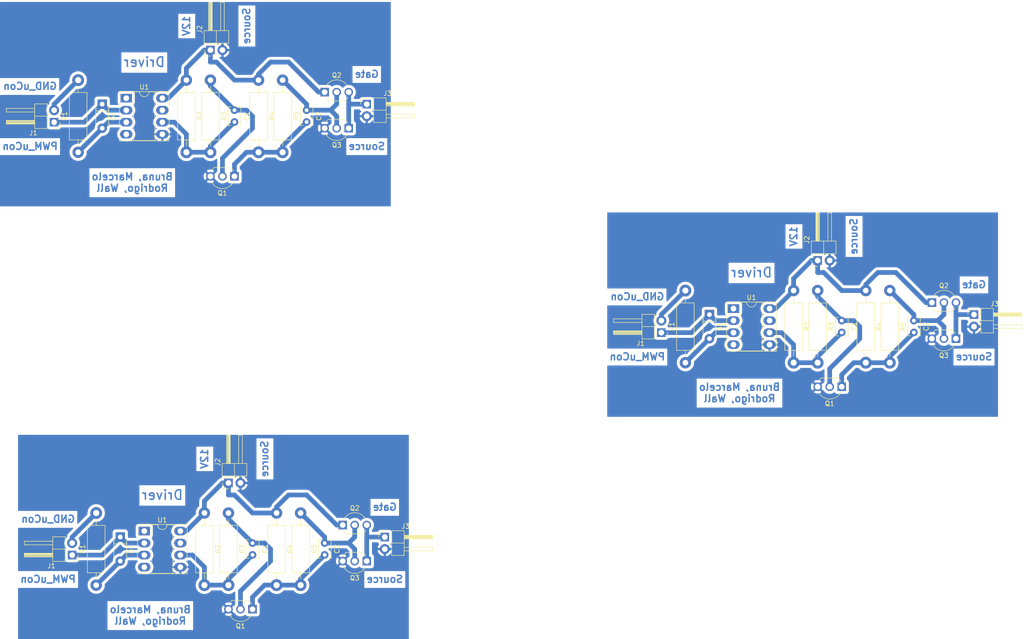
<source format=kicad_pcb>
(kicad_pcb (version 4) (host pcbnew 4.0.6)

  (general
    (links 104)
    (no_connects 26)
    (area 0 0 0 0)
    (thickness 1.6)
    (drawings 24)
    (tracks 156)
    (zones 0)
    (modules 45)
    (nets 14)
  )

  (page A4)
  (layers
    (0 F.Cu signal)
    (31 B.Cu signal)
    (32 B.Adhes user)
    (33 F.Adhes user)
    (34 B.Paste user)
    (35 F.Paste user)
    (36 B.SilkS user)
    (37 F.SilkS user)
    (38 B.Mask user)
    (39 F.Mask user)
    (40 Dwgs.User user)
    (41 Cmts.User user)
    (42 Eco1.User user)
    (43 Eco2.User user)
    (44 Edge.Cuts user)
    (45 Margin user)
    (46 B.CrtYd user)
    (47 F.CrtYd user)
    (48 B.Fab user)
    (49 F.Fab user)
  )

  (setup
    (last_trace_width 1)
    (trace_clearance 0.6)
    (zone_clearance 0.508)
    (zone_45_only no)
    (trace_min 0.2)
    (segment_width 0.2)
    (edge_width 0.1)
    (via_size 2)
    (via_drill 1.5)
    (via_min_size 0.4)
    (via_min_drill 0.3)
    (uvia_size 0.5)
    (uvia_drill 0.1)
    (uvias_allowed no)
    (uvia_min_size 0.2)
    (uvia_min_drill 0.1)
    (pcb_text_width 0.3)
    (pcb_text_size 1.5 1.5)
    (mod_edge_width 0.15)
    (mod_text_size 1 1)
    (mod_text_width 0.15)
    (pad_size 1.8 1.8)
    (pad_drill 1.2)
    (pad_to_mask_clearance 0)
    (aux_axis_origin 0 0)
    (visible_elements FFFFF77F)
    (pcbplotparams
      (layerselection 0x00030_80000001)
      (usegerberextensions false)
      (excludeedgelayer true)
      (linewidth 0.100000)
      (plotframeref false)
      (viasonmask false)
      (mode 1)
      (useauxorigin false)
      (hpglpennumber 1)
      (hpglpenspeed 20)
      (hpglpendiameter 15)
      (hpglpenoverlay 2)
      (psnegative false)
      (psa4output false)
      (plotreference true)
      (plotvalue true)
      (plotinvisibletext false)
      (padsonsilk false)
      (subtractmaskfromsilk false)
      (outputformat 1)
      (mirror false)
      (drillshape 1)
      (scaleselection 1)
      (outputdirectory ""))
  )

  (net 0 "")
  (net 1 "Net-(C1-Pad1)")
  (net 2 "Net-(C1-Pad2)")
  (net 3 "Net-(C2-Pad1)")
  (net 4 "Net-(C2-Pad2)")
  (net 5 /PWM_uCon)
  (net 6 "Net-(D1-Pad2)")
  (net 7 /GND_uCon)
  (net 8 /12V)
  (net 9 /Source)
  (net 10 /Gate)
  (net 11 "Net-(U1-Pad1)")
  (net 12 "Net-(U1-Pad7)")
  (net 13 "Net-(U1-Pad4)")

  (net_class Default "This is the default net class."
    (clearance 0.6)
    (trace_width 1)
    (via_dia 2)
    (via_drill 1.5)
    (uvia_dia 0.5)
    (uvia_drill 0.1)
    (add_net /12V)
    (add_net /GND_uCon)
    (add_net /Gate)
    (add_net /PWM_uCon)
    (add_net /Source)
    (add_net "Net-(C1-Pad1)")
    (add_net "Net-(C1-Pad2)")
    (add_net "Net-(C2-Pad1)")
    (add_net "Net-(C2-Pad2)")
    (add_net "Net-(D1-Pad2)")
    (add_net "Net-(U1-Pad1)")
    (add_net "Net-(U1-Pad4)")
    (add_net "Net-(U1-Pad7)")
  )

  (module Housings_DIP:DIP-8_W7.62mm_Socket_LongPads (layer F.Cu) (tedit 59EF3514) (tstamp 59EF38A2)
    (at 73.66 139.7)
    (descr "8-lead though-hole mounted DIP package, row spacing 7.62 mm (300 mils), Socket, LongPads")
    (tags "THT DIP DIL PDIP 2.54mm 7.62mm 300mil Socket LongPads")
    (path /59EE12C5)
    (fp_text reference U1 (at 3.81 -2.33) (layer F.SilkS)
      (effects (font (size 1 1) (thickness 0.15)))
    )
    (fp_text value 6N136 (at 3.81 9.95) (layer F.Fab)
      (effects (font (size 1 1) (thickness 0.15)))
    )
    (fp_arc (start 3.81 -1.33) (end 2.81 -1.33) (angle -180) (layer F.SilkS) (width 0.12))
    (fp_line (start 1.635 -1.27) (end 6.985 -1.27) (layer F.Fab) (width 0.1))
    (fp_line (start 6.985 -1.27) (end 6.985 8.89) (layer F.Fab) (width 0.1))
    (fp_line (start 6.985 8.89) (end 0.635 8.89) (layer F.Fab) (width 0.1))
    (fp_line (start 0.635 8.89) (end 0.635 -0.27) (layer F.Fab) (width 0.1))
    (fp_line (start 0.635 -0.27) (end 1.635 -1.27) (layer F.Fab) (width 0.1))
    (fp_line (start -1.27 -1.33) (end -1.27 8.95) (layer F.Fab) (width 0.1))
    (fp_line (start -1.27 8.95) (end 8.89 8.95) (layer F.Fab) (width 0.1))
    (fp_line (start 8.89 8.95) (end 8.89 -1.33) (layer F.Fab) (width 0.1))
    (fp_line (start 8.89 -1.33) (end -1.27 -1.33) (layer F.Fab) (width 0.1))
    (fp_line (start 2.81 -1.33) (end 1.56 -1.33) (layer F.SilkS) (width 0.12))
    (fp_line (start 1.56 -1.33) (end 1.56 8.95) (layer F.SilkS) (width 0.12))
    (fp_line (start 1.56 8.95) (end 6.06 8.95) (layer F.SilkS) (width 0.12))
    (fp_line (start 6.06 8.95) (end 6.06 -1.33) (layer F.SilkS) (width 0.12))
    (fp_line (start 6.06 -1.33) (end 4.81 -1.33) (layer F.SilkS) (width 0.12))
    (fp_line (start -1.44 -1.39) (end -1.44 9.01) (layer F.SilkS) (width 0.12))
    (fp_line (start -1.44 9.01) (end 9.06 9.01) (layer F.SilkS) (width 0.12))
    (fp_line (start 9.06 9.01) (end 9.06 -1.39) (layer F.SilkS) (width 0.12))
    (fp_line (start 9.06 -1.39) (end -1.44 -1.39) (layer F.SilkS) (width 0.12))
    (fp_line (start -1.55 -1.6) (end -1.55 9.2) (layer F.CrtYd) (width 0.05))
    (fp_line (start -1.55 9.2) (end 9.15 9.2) (layer F.CrtYd) (width 0.05))
    (fp_line (start 9.15 9.2) (end 9.15 -1.6) (layer F.CrtYd) (width 0.05))
    (fp_line (start 9.15 -1.6) (end -1.55 -1.6) (layer F.CrtYd) (width 0.05))
    (fp_text user %R (at 3.81 3.81) (layer F.Fab)
      (effects (font (size 1 1) (thickness 0.15)))
    )
    (pad 1 thru_hole rect (at 0 0) (size 2.4 1.8) (drill 1.2) (layers *.Cu *.Mask)
      (net 11 "Net-(U1-Pad1)"))
    (pad 5 thru_hole oval (at 7.62 7.62) (size 2.6 1.8) (drill 1.2) (layers *.Cu *.Mask)
      (net 9 /Source))
    (pad 2 thru_hole oval (at 0 2.54) (size 2.6 1.8) (drill 1.2) (layers *.Cu *.Mask)
      (net 5 /PWM_uCon))
    (pad 6 thru_hole oval (at 7.62 5.08) (size 2.6 1.8) (drill 1.2) (layers *.Cu *.Mask)
      (net 2 "Net-(C1-Pad2)"))
    (pad 3 thru_hole oval (at 0 5.08) (size 2.6 1.8) (drill 1.2) (layers *.Cu *.Mask)
      (net 6 "Net-(D1-Pad2)"))
    (pad 7 thru_hole oval (at 7.62 2.54) (size 2.6 1.8) (drill 1.2) (layers *.Cu *.Mask)
      (net 12 "Net-(U1-Pad7)"))
    (pad 4 thru_hole oval (at 0 7.62) (size 2.6 1.8) (drill 1.2) (layers *.Cu *.Mask)
      (net 13 "Net-(U1-Pad4)"))
    (pad 8 thru_hole oval (at 7.62 0) (size 2.6 1.8) (drill 1.2) (layers *.Cu *.Mask)
      (net 8 /12V))
    (model ${KISYS3DMOD}/Housings_DIP.3dshapes/DIP-8_W7.62mm_Socket.wrl
      (at (xyz 0 0 0))
      (scale (xyz 1 1 1))
      (rotate (xyz 0 0 0))
    )
  )

  (module Resistors_THT:R_Axial_DIN0411_L9.9mm_D3.6mm_P15.24mm_Horizontal (layer F.Cu) (tedit 5874F706) (tstamp 59EF389D)
    (at 106.68 135.89 270)
    (descr "Resistor, Axial_DIN0411 series, Axial, Horizontal, pin pitch=15.24mm, 1W = 1/1W, length*diameter=9.9*3.6mm^2")
    (tags "Resistor Axial_DIN0411 series Axial Horizontal pin pitch 15.24mm 1W = 1/1W length 9.9mm diameter 3.6mm")
    (path /59EE1705)
    (fp_text reference R5 (at 7.62 -2.86 270) (layer F.SilkS)
      (effects (font (size 1 1) (thickness 0.15)))
    )
    (fp_text value 390 (at 7.62 2.86 270) (layer F.Fab)
      (effects (font (size 1 1) (thickness 0.15)))
    )
    (fp_line (start 2.67 -1.8) (end 2.67 1.8) (layer F.Fab) (width 0.1))
    (fp_line (start 2.67 1.8) (end 12.57 1.8) (layer F.Fab) (width 0.1))
    (fp_line (start 12.57 1.8) (end 12.57 -1.8) (layer F.Fab) (width 0.1))
    (fp_line (start 12.57 -1.8) (end 2.67 -1.8) (layer F.Fab) (width 0.1))
    (fp_line (start 0 0) (end 2.67 0) (layer F.Fab) (width 0.1))
    (fp_line (start 15.24 0) (end 12.57 0) (layer F.Fab) (width 0.1))
    (fp_line (start 2.61 -1.86) (end 2.61 1.86) (layer F.SilkS) (width 0.12))
    (fp_line (start 2.61 1.86) (end 12.63 1.86) (layer F.SilkS) (width 0.12))
    (fp_line (start 12.63 1.86) (end 12.63 -1.86) (layer F.SilkS) (width 0.12))
    (fp_line (start 12.63 -1.86) (end 2.61 -1.86) (layer F.SilkS) (width 0.12))
    (fp_line (start 1.38 0) (end 2.61 0) (layer F.SilkS) (width 0.12))
    (fp_line (start 13.86 0) (end 12.63 0) (layer F.SilkS) (width 0.12))
    (fp_line (start -1.45 -2.15) (end -1.45 2.15) (layer F.CrtYd) (width 0.05))
    (fp_line (start -1.45 2.15) (end 16.7 2.15) (layer F.CrtYd) (width 0.05))
    (fp_line (start 16.7 2.15) (end 16.7 -2.15) (layer F.CrtYd) (width 0.05))
    (fp_line (start 16.7 -2.15) (end -1.45 -2.15) (layer F.CrtYd) (width 0.05))
    (pad 1 thru_hole circle (at 0 0 270) (size 2.4 2.4) (drill 1.2) (layers *.Cu *.Mask)
      (net 3 "Net-(C2-Pad1)"))
    (pad 2 thru_hole oval (at 15.24 0 270) (size 2.5 2.5) (drill 1.3) (layers *.Cu *.Mask)
      (net 4 "Net-(C2-Pad2)"))
    (model ${KISYS3DMOD}/Resistors_THT.3dshapes/R_Axial_DIN0411_L9.9mm_D3.6mm_P15.24mm_Horizontal.wrl
      (at (xyz 0 0 0))
      (scale (xyz 0.393701 0.393701 0.393701))
      (rotate (xyz 0 0 0))
    )
  )

  (module Resistors_THT:R_Axial_DIN0411_L9.9mm_D3.6mm_P15.24mm_Horizontal (layer F.Cu) (tedit 5874F706) (tstamp 59EF3898)
    (at 101.6 135.89 270)
    (descr "Resistor, Axial_DIN0411 series, Axial, Horizontal, pin pitch=15.24mm, 1W = 1/1W, length*diameter=9.9*3.6mm^2")
    (tags "Resistor Axial_DIN0411 series Axial Horizontal pin pitch 15.24mm 1W = 1/1W length 9.9mm diameter 3.6mm")
    (path /59EE1631)
    (fp_text reference R4 (at 7.62 -2.86 270) (layer F.SilkS)
      (effects (font (size 1 1) (thickness 0.15)))
    )
    (fp_text value 2.2k (at 7.62 2.86 270) (layer F.Fab)
      (effects (font (size 1 1) (thickness 0.15)))
    )
    (fp_line (start 2.67 -1.8) (end 2.67 1.8) (layer F.Fab) (width 0.1))
    (fp_line (start 2.67 1.8) (end 12.57 1.8) (layer F.Fab) (width 0.1))
    (fp_line (start 12.57 1.8) (end 12.57 -1.8) (layer F.Fab) (width 0.1))
    (fp_line (start 12.57 -1.8) (end 2.67 -1.8) (layer F.Fab) (width 0.1))
    (fp_line (start 0 0) (end 2.67 0) (layer F.Fab) (width 0.1))
    (fp_line (start 15.24 0) (end 12.57 0) (layer F.Fab) (width 0.1))
    (fp_line (start 2.61 -1.86) (end 2.61 1.86) (layer F.SilkS) (width 0.12))
    (fp_line (start 2.61 1.86) (end 12.63 1.86) (layer F.SilkS) (width 0.12))
    (fp_line (start 12.63 1.86) (end 12.63 -1.86) (layer F.SilkS) (width 0.12))
    (fp_line (start 12.63 -1.86) (end 2.61 -1.86) (layer F.SilkS) (width 0.12))
    (fp_line (start 1.38 0) (end 2.61 0) (layer F.SilkS) (width 0.12))
    (fp_line (start 13.86 0) (end 12.63 0) (layer F.SilkS) (width 0.12))
    (fp_line (start -1.45 -2.15) (end -1.45 2.15) (layer F.CrtYd) (width 0.05))
    (fp_line (start -1.45 2.15) (end 16.7 2.15) (layer F.CrtYd) (width 0.05))
    (fp_line (start 16.7 2.15) (end 16.7 -2.15) (layer F.CrtYd) (width 0.05))
    (fp_line (start 16.7 -2.15) (end -1.45 -2.15) (layer F.CrtYd) (width 0.05))
    (pad 1 thru_hole circle (at 0 0 270) (size 2.4 2.4) (drill 1.2) (layers *.Cu *.Mask)
      (net 8 /12V))
    (pad 2 thru_hole oval (at 15.24 0 270) (size 2.5 2.5) (drill 1.3) (layers *.Cu *.Mask)
      (net 4 "Net-(C2-Pad2)"))
    (model ${KISYS3DMOD}/Resistors_THT.3dshapes/R_Axial_DIN0411_L9.9mm_D3.6mm_P15.24mm_Horizontal.wrl
      (at (xyz 0 0 0))
      (scale (xyz 0.393701 0.393701 0.393701))
      (rotate (xyz 0 0 0))
    )
  )

  (module Resistors_THT:R_Axial_DIN0411_L9.9mm_D3.6mm_P15.24mm_Horizontal (layer F.Cu) (tedit 5874F706) (tstamp 59EF3893)
    (at 91.44 135.89 270)
    (descr "Resistor, Axial_DIN0411 series, Axial, Horizontal, pin pitch=15.24mm, 1W = 1/1W, length*diameter=9.9*3.6mm^2")
    (tags "Resistor Axial_DIN0411 series Axial Horizontal pin pitch 15.24mm 1W = 1/1W length 9.9mm diameter 3.6mm")
    (path /59EE144A)
    (fp_text reference R3 (at 7.62 -2.86 270) (layer F.SilkS)
      (effects (font (size 1 1) (thickness 0.15)))
    )
    (fp_text value 330k (at 7.62 2.86 270) (layer F.Fab)
      (effects (font (size 1 1) (thickness 0.15)))
    )
    (fp_line (start 2.67 -1.8) (end 2.67 1.8) (layer F.Fab) (width 0.1))
    (fp_line (start 2.67 1.8) (end 12.57 1.8) (layer F.Fab) (width 0.1))
    (fp_line (start 12.57 1.8) (end 12.57 -1.8) (layer F.Fab) (width 0.1))
    (fp_line (start 12.57 -1.8) (end 2.67 -1.8) (layer F.Fab) (width 0.1))
    (fp_line (start 0 0) (end 2.67 0) (layer F.Fab) (width 0.1))
    (fp_line (start 15.24 0) (end 12.57 0) (layer F.Fab) (width 0.1))
    (fp_line (start 2.61 -1.86) (end 2.61 1.86) (layer F.SilkS) (width 0.12))
    (fp_line (start 2.61 1.86) (end 12.63 1.86) (layer F.SilkS) (width 0.12))
    (fp_line (start 12.63 1.86) (end 12.63 -1.86) (layer F.SilkS) (width 0.12))
    (fp_line (start 12.63 -1.86) (end 2.61 -1.86) (layer F.SilkS) (width 0.12))
    (fp_line (start 1.38 0) (end 2.61 0) (layer F.SilkS) (width 0.12))
    (fp_line (start 13.86 0) (end 12.63 0) (layer F.SilkS) (width 0.12))
    (fp_line (start -1.45 -2.15) (end -1.45 2.15) (layer F.CrtYd) (width 0.05))
    (fp_line (start -1.45 2.15) (end 16.7 2.15) (layer F.CrtYd) (width 0.05))
    (fp_line (start 16.7 2.15) (end 16.7 -2.15) (layer F.CrtYd) (width 0.05))
    (fp_line (start 16.7 -2.15) (end -1.45 -2.15) (layer F.CrtYd) (width 0.05))
    (pad 1 thru_hole circle (at 0 0 270) (size 2.4 2.4) (drill 1.2) (layers *.Cu *.Mask)
      (net 1 "Net-(C1-Pad1)"))
    (pad 2 thru_hole oval (at 15.24 0 270) (size 2.5 2.5) (drill 1.3) (layers *.Cu *.Mask)
      (net 2 "Net-(C1-Pad2)"))
    (model ${KISYS3DMOD}/Resistors_THT.3dshapes/R_Axial_DIN0411_L9.9mm_D3.6mm_P15.24mm_Horizontal.wrl
      (at (xyz 0 0 0))
      (scale (xyz 0.393701 0.393701 0.393701))
      (rotate (xyz 0 0 0))
    )
  )

  (module Resistors_THT:R_Axial_DIN0411_L9.9mm_D3.6mm_P15.24mm_Horizontal (layer F.Cu) (tedit 5874F706) (tstamp 59EF388E)
    (at 86.36 135.89 270)
    (descr "Resistor, Axial_DIN0411 series, Axial, Horizontal, pin pitch=15.24mm, 1W = 1/1W, length*diameter=9.9*3.6mm^2")
    (tags "Resistor Axial_DIN0411 series Axial Horizontal pin pitch 15.24mm 1W = 1/1W length 9.9mm diameter 3.6mm")
    (path /59EE13AF)
    (fp_text reference R2 (at 7.62 -2.86 270) (layer F.SilkS)
      (effects (font (size 1 1) (thickness 0.15)))
    )
    (fp_text value 2k (at 7.62 2.86 270) (layer F.Fab)
      (effects (font (size 1 1) (thickness 0.15)))
    )
    (fp_line (start 2.67 -1.8) (end 2.67 1.8) (layer F.Fab) (width 0.1))
    (fp_line (start 2.67 1.8) (end 12.57 1.8) (layer F.Fab) (width 0.1))
    (fp_line (start 12.57 1.8) (end 12.57 -1.8) (layer F.Fab) (width 0.1))
    (fp_line (start 12.57 -1.8) (end 2.67 -1.8) (layer F.Fab) (width 0.1))
    (fp_line (start 0 0) (end 2.67 0) (layer F.Fab) (width 0.1))
    (fp_line (start 15.24 0) (end 12.57 0) (layer F.Fab) (width 0.1))
    (fp_line (start 2.61 -1.86) (end 2.61 1.86) (layer F.SilkS) (width 0.12))
    (fp_line (start 2.61 1.86) (end 12.63 1.86) (layer F.SilkS) (width 0.12))
    (fp_line (start 12.63 1.86) (end 12.63 -1.86) (layer F.SilkS) (width 0.12))
    (fp_line (start 12.63 -1.86) (end 2.61 -1.86) (layer F.SilkS) (width 0.12))
    (fp_line (start 1.38 0) (end 2.61 0) (layer F.SilkS) (width 0.12))
    (fp_line (start 13.86 0) (end 12.63 0) (layer F.SilkS) (width 0.12))
    (fp_line (start -1.45 -2.15) (end -1.45 2.15) (layer F.CrtYd) (width 0.05))
    (fp_line (start -1.45 2.15) (end 16.7 2.15) (layer F.CrtYd) (width 0.05))
    (fp_line (start 16.7 2.15) (end 16.7 -2.15) (layer F.CrtYd) (width 0.05))
    (fp_line (start 16.7 -2.15) (end -1.45 -2.15) (layer F.CrtYd) (width 0.05))
    (pad 1 thru_hole circle (at 0 0 270) (size 2.4 2.4) (drill 1.2) (layers *.Cu *.Mask)
      (net 8 /12V))
    (pad 2 thru_hole oval (at 15.24 0 270) (size 2.5 2.5) (drill 1.3) (layers *.Cu *.Mask)
      (net 2 "Net-(C1-Pad2)"))
    (model ${KISYS3DMOD}/Resistors_THT.3dshapes/R_Axial_DIN0411_L9.9mm_D3.6mm_P15.24mm_Horizontal.wrl
      (at (xyz 0 0 0))
      (scale (xyz 0.393701 0.393701 0.393701))
      (rotate (xyz 0 0 0))
    )
  )

  (module Resistors_THT:R_Axial_DIN0411_L9.9mm_D3.6mm_P15.24mm_Horizontal (layer F.Cu) (tedit 59EF3566) (tstamp 59EF3889)
    (at 63.5 151.13 90)
    (descr "Resistor, Axial_DIN0411 series, Axial, Horizontal, pin pitch=15.24mm, 1W = 1/1W, length*diameter=9.9*3.6mm^2")
    (tags "Resistor Axial_DIN0411 series Axial Horizontal pin pitch 15.24mm 1W = 1/1W length 9.9mm diameter 3.6mm")
    (path /59EE2A23)
    (fp_text reference R1 (at 7.62 -2.86 90) (layer F.SilkS)
      (effects (font (size 1 1) (thickness 0.15)))
    )
    (fp_text value 330 (at 7.62 2.86 90) (layer F.Fab)
      (effects (font (size 1 1) (thickness 0.15)))
    )
    (fp_line (start 2.67 -1.8) (end 2.67 1.8) (layer F.Fab) (width 0.1))
    (fp_line (start 2.67 1.8) (end 12.57 1.8) (layer F.Fab) (width 0.1))
    (fp_line (start 12.57 1.8) (end 12.57 -1.8) (layer F.Fab) (width 0.1))
    (fp_line (start 12.57 -1.8) (end 2.67 -1.8) (layer F.Fab) (width 0.1))
    (fp_line (start 0 0) (end 2.67 0) (layer F.Fab) (width 0.1))
    (fp_line (start 15.24 0) (end 12.57 0) (layer F.Fab) (width 0.1))
    (fp_line (start 2.61 -1.86) (end 2.61 1.86) (layer F.SilkS) (width 0.12))
    (fp_line (start 2.61 1.86) (end 12.63 1.86) (layer F.SilkS) (width 0.12))
    (fp_line (start 12.63 1.86) (end 12.63 -1.86) (layer F.SilkS) (width 0.12))
    (fp_line (start 12.63 -1.86) (end 2.61 -1.86) (layer F.SilkS) (width 0.12))
    (fp_line (start 1.38 0) (end 2.61 0) (layer F.SilkS) (width 0.12))
    (fp_line (start 13.86 0) (end 12.63 0) (layer F.SilkS) (width 0.12))
    (fp_line (start -1.45 -2.15) (end -1.45 2.15) (layer F.CrtYd) (width 0.05))
    (fp_line (start -1.45 2.15) (end 16.7 2.15) (layer F.CrtYd) (width 0.05))
    (fp_line (start 16.7 2.15) (end 16.7 -2.15) (layer F.CrtYd) (width 0.05))
    (fp_line (start 16.7 -2.15) (end -1.45 -2.15) (layer F.CrtYd) (width 0.05))
    (pad 1 thru_hole circle (at 0 0 90) (size 2.4 2.4) (drill 1.2) (layers *.Cu *.Mask)
      (net 6 "Net-(D1-Pad2)"))
    (pad 2 thru_hole oval (at 15.24 0 90) (size 2.5 2.5) (drill 1.3) (layers *.Cu *.Mask)
      (net 7 /GND_uCon))
    (model ${KISYS3DMOD}/Resistors_THT.3dshapes/R_Axial_DIN0411_L9.9mm_D3.6mm_P15.24mm_Horizontal.wrl
      (at (xyz 0 0 0))
      (scale (xyz 0.393701 0.393701 0.393701))
      (rotate (xyz 0 0 0))
    )
  )

  (module TO_SOT_Packages_THT:TO-92_Inline_Wide (layer F.Cu) (tedit 59EF35E9) (tstamp 59EF3883)
    (at 120.65 146.05 180)
    (descr "TO-92 leads in-line, wide, drill 0.8mm (see NXP sot054_po.pdf)")
    (tags "to-92 sc-43 sc-43a sot54 PA33 transistor")
    (path /59EE18D0)
    (fp_text reference Q3 (at 2.54 -3.56 360) (layer F.SilkS)
      (effects (font (size 1 1) (thickness 0.15)))
    )
    (fp_text value 2N2907 (at 2.54 2.79 180) (layer F.Fab)
      (effects (font (size 1 1) (thickness 0.15)))
    )
    (fp_text user %R (at 2.54 -3.56 360) (layer F.Fab)
      (effects (font (size 1 1) (thickness 0.15)))
    )
    (fp_line (start 0.74 1.85) (end 4.34 1.85) (layer F.SilkS) (width 0.12))
    (fp_line (start 0.8 1.75) (end 4.3 1.75) (layer F.Fab) (width 0.1))
    (fp_line (start -1.01 -2.73) (end 6.09 -2.73) (layer F.CrtYd) (width 0.05))
    (fp_line (start -1.01 -2.73) (end -1.01 2.01) (layer F.CrtYd) (width 0.05))
    (fp_line (start 6.09 2.01) (end 6.09 -2.73) (layer F.CrtYd) (width 0.05))
    (fp_line (start 6.09 2.01) (end -1.01 2.01) (layer F.CrtYd) (width 0.05))
    (fp_arc (start 2.54 0) (end 0.74 1.85) (angle 20) (layer F.SilkS) (width 0.12))
    (fp_arc (start 2.54 0) (end 2.54 -2.6) (angle -65) (layer F.SilkS) (width 0.12))
    (fp_arc (start 2.54 0) (end 2.54 -2.6) (angle 65) (layer F.SilkS) (width 0.12))
    (fp_arc (start 2.54 0) (end 2.54 -2.48) (angle 135) (layer F.Fab) (width 0.1))
    (fp_arc (start 2.54 0) (end 2.54 -2.48) (angle -135) (layer F.Fab) (width 0.1))
    (fp_arc (start 2.54 0) (end 4.34 1.85) (angle -20) (layer F.SilkS) (width 0.12))
    (pad 2 thru_hole circle (at 2.54 0 270) (size 1.8 1.8) (drill 1.2) (layers *.Cu *.Mask)
      (net 3 "Net-(C2-Pad1)"))
    (pad 3 thru_hole circle (at 5.08 0 270) (size 1.8 1.8) (drill 1.2) (layers *.Cu *.Mask)
      (net 9 /Source))
    (pad 1 thru_hole rect (at 0 0 270) (size 1.8 1.8) (drill 1.2) (layers *.Cu *.Mask)
      (net 10 /Gate))
    (model ${KISYS3DMOD}/TO_SOT_Packages_THT.3dshapes/TO-92_Inline_Wide.wrl
      (at (xyz 0.1 0 0))
      (scale (xyz 1 1 1))
      (rotate (xyz 0 0 -90))
    )
  )

  (module TO_SOT_Packages_THT:TO-92_Inline_Wide (layer F.Cu) (tedit 58CE52AF) (tstamp 59EF387D)
    (at 115.57 138.43)
    (descr "TO-92 leads in-line, wide, drill 0.8mm (see NXP sot054_po.pdf)")
    (tags "to-92 sc-43 sc-43a sot54 PA33 transistor")
    (path /59EE188B)
    (fp_text reference Q2 (at 2.54 -3.56 180) (layer F.SilkS)
      (effects (font (size 1 1) (thickness 0.15)))
    )
    (fp_text value 2N2222 (at 2.54 2.79) (layer F.Fab)
      (effects (font (size 1 1) (thickness 0.15)))
    )
    (fp_text user %R (at 2.54 -3.56 180) (layer F.Fab)
      (effects (font (size 1 1) (thickness 0.15)))
    )
    (fp_line (start 0.74 1.85) (end 4.34 1.85) (layer F.SilkS) (width 0.12))
    (fp_line (start 0.8 1.75) (end 4.3 1.75) (layer F.Fab) (width 0.1))
    (fp_line (start -1.01 -2.73) (end 6.09 -2.73) (layer F.CrtYd) (width 0.05))
    (fp_line (start -1.01 -2.73) (end -1.01 2.01) (layer F.CrtYd) (width 0.05))
    (fp_line (start 6.09 2.01) (end 6.09 -2.73) (layer F.CrtYd) (width 0.05))
    (fp_line (start 6.09 2.01) (end -1.01 2.01) (layer F.CrtYd) (width 0.05))
    (fp_arc (start 2.54 0) (end 0.74 1.85) (angle 20) (layer F.SilkS) (width 0.12))
    (fp_arc (start 2.54 0) (end 2.54 -2.6) (angle -65) (layer F.SilkS) (width 0.12))
    (fp_arc (start 2.54 0) (end 2.54 -2.6) (angle 65) (layer F.SilkS) (width 0.12))
    (fp_arc (start 2.54 0) (end 2.54 -2.48) (angle 135) (layer F.Fab) (width 0.1))
    (fp_arc (start 2.54 0) (end 2.54 -2.48) (angle -135) (layer F.Fab) (width 0.1))
    (fp_arc (start 2.54 0) (end 4.34 1.85) (angle -20) (layer F.SilkS) (width 0.12))
    (pad 2 thru_hole circle (at 2.54 0 90) (size 1.8 1.8) (drill 1.2) (layers *.Cu *.Mask)
      (net 3 "Net-(C2-Pad1)"))
    (pad 3 thru_hole circle (at 5.08 0 90) (size 1.8 1.8) (drill 1.2) (layers *.Cu *.Mask)
      (net 10 /Gate))
    (pad 1 thru_hole rect (at 0 0 90) (size 1.8 1.8) (drill 1.2) (layers *.Cu *.Mask)
      (net 8 /12V))
    (model ${KISYS3DMOD}/TO_SOT_Packages_THT.3dshapes/TO-92_Inline_Wide.wrl
      (at (xyz 0.1 0 0))
      (scale (xyz 1 1 1))
      (rotate (xyz 0 0 -90))
    )
  )

  (module TO_SOT_Packages_THT:TO-92_Inline_Wide (layer F.Cu) (tedit 58CE52AF) (tstamp 59EF3877)
    (at 96.52 156.21 180)
    (descr "TO-92 leads in-line, wide, drill 0.8mm (see NXP sot054_po.pdf)")
    (tags "to-92 sc-43 sc-43a sot54 PA33 transistor")
    (path /59EE1572)
    (fp_text reference Q1 (at 2.54 -3.56 360) (layer F.SilkS)
      (effects (font (size 1 1) (thickness 0.15)))
    )
    (fp_text value BC547 (at 2.54 2.79 180) (layer F.Fab)
      (effects (font (size 1 1) (thickness 0.15)))
    )
    (fp_text user %R (at 2.54 -3.56 360) (layer F.Fab)
      (effects (font (size 1 1) (thickness 0.15)))
    )
    (fp_line (start 0.74 1.85) (end 4.34 1.85) (layer F.SilkS) (width 0.12))
    (fp_line (start 0.8 1.75) (end 4.3 1.75) (layer F.Fab) (width 0.1))
    (fp_line (start -1.01 -2.73) (end 6.09 -2.73) (layer F.CrtYd) (width 0.05))
    (fp_line (start -1.01 -2.73) (end -1.01 2.01) (layer F.CrtYd) (width 0.05))
    (fp_line (start 6.09 2.01) (end 6.09 -2.73) (layer F.CrtYd) (width 0.05))
    (fp_line (start 6.09 2.01) (end -1.01 2.01) (layer F.CrtYd) (width 0.05))
    (fp_arc (start 2.54 0) (end 0.74 1.85) (angle 20) (layer F.SilkS) (width 0.12))
    (fp_arc (start 2.54 0) (end 2.54 -2.6) (angle -65) (layer F.SilkS) (width 0.12))
    (fp_arc (start 2.54 0) (end 2.54 -2.6) (angle 65) (layer F.SilkS) (width 0.12))
    (fp_arc (start 2.54 0) (end 2.54 -2.48) (angle 135) (layer F.Fab) (width 0.1))
    (fp_arc (start 2.54 0) (end 2.54 -2.48) (angle -135) (layer F.Fab) (width 0.1))
    (fp_arc (start 2.54 0) (end 4.34 1.85) (angle -20) (layer F.SilkS) (width 0.12))
    (pad 2 thru_hole circle (at 2.54 0 270) (size 1.8 1.8) (drill 1.2) (layers *.Cu *.Mask)
      (net 1 "Net-(C1-Pad1)"))
    (pad 3 thru_hole circle (at 5.08 0 270) (size 1.8 1.8) (drill 1.2) (layers *.Cu *.Mask)
      (net 9 /Source))
    (pad 1 thru_hole rect (at 0 0 270) (size 1.8 1.8) (drill 1.2) (layers *.Cu *.Mask)
      (net 4 "Net-(C2-Pad2)"))
    (model ${KISYS3DMOD}/TO_SOT_Packages_THT.3dshapes/TO-92_Inline_Wide.wrl
      (at (xyz 0.1 0 0))
      (scale (xyz 1 1 1))
      (rotate (xyz 0 0 -90))
    )
  )

  (module Pin_Headers:Pin_Header_Angled_1x02_Pitch2.54mm (layer F.Cu) (tedit 59EF359D) (tstamp 59EF3872)
    (at 124.46 140.97)
    (descr "Through hole angled pin header, 1x02, 2.54mm pitch, 6mm pin length, single row")
    (tags "Through hole angled pin header THT 1x02 2.54mm single row")
    (path /59EE3FEC)
    (fp_text reference J3 (at 4.385 -2.27) (layer F.SilkS)
      (effects (font (size 1 1) (thickness 0.15)))
    )
    (fp_text value OUT (at 4.385 4.81) (layer F.Fab)
      (effects (font (size 1 1) (thickness 0.15)))
    )
    (fp_line (start 2.135 -1.27) (end 4.04 -1.27) (layer F.Fab) (width 0.1))
    (fp_line (start 4.04 -1.27) (end 4.04 3.81) (layer F.Fab) (width 0.1))
    (fp_line (start 4.04 3.81) (end 1.5 3.81) (layer F.Fab) (width 0.1))
    (fp_line (start 1.5 3.81) (end 1.5 -0.635) (layer F.Fab) (width 0.1))
    (fp_line (start 1.5 -0.635) (end 2.135 -1.27) (layer F.Fab) (width 0.1))
    (fp_line (start -0.32 -0.32) (end 1.5 -0.32) (layer F.Fab) (width 0.1))
    (fp_line (start -0.32 -0.32) (end -0.32 0.32) (layer F.Fab) (width 0.1))
    (fp_line (start -0.32 0.32) (end 1.5 0.32) (layer F.Fab) (width 0.1))
    (fp_line (start 4.04 -0.32) (end 10.04 -0.32) (layer F.Fab) (width 0.1))
    (fp_line (start 10.04 -0.32) (end 10.04 0.32) (layer F.Fab) (width 0.1))
    (fp_line (start 4.04 0.32) (end 10.04 0.32) (layer F.Fab) (width 0.1))
    (fp_line (start -0.32 2.22) (end 1.5 2.22) (layer F.Fab) (width 0.1))
    (fp_line (start -0.32 2.22) (end -0.32 2.86) (layer F.Fab) (width 0.1))
    (fp_line (start -0.32 2.86) (end 1.5 2.86) (layer F.Fab) (width 0.1))
    (fp_line (start 4.04 2.22) (end 10.04 2.22) (layer F.Fab) (width 0.1))
    (fp_line (start 10.04 2.22) (end 10.04 2.86) (layer F.Fab) (width 0.1))
    (fp_line (start 4.04 2.86) (end 10.04 2.86) (layer F.Fab) (width 0.1))
    (fp_line (start 1.44 -1.33) (end 1.44 3.87) (layer F.SilkS) (width 0.12))
    (fp_line (start 1.44 3.87) (end 4.1 3.87) (layer F.SilkS) (width 0.12))
    (fp_line (start 4.1 3.87) (end 4.1 -1.33) (layer F.SilkS) (width 0.12))
    (fp_line (start 4.1 -1.33) (end 1.44 -1.33) (layer F.SilkS) (width 0.12))
    (fp_line (start 4.1 -0.38) (end 10.1 -0.38) (layer F.SilkS) (width 0.12))
    (fp_line (start 10.1 -0.38) (end 10.1 0.38) (layer F.SilkS) (width 0.12))
    (fp_line (start 10.1 0.38) (end 4.1 0.38) (layer F.SilkS) (width 0.12))
    (fp_line (start 4.1 -0.32) (end 10.1 -0.32) (layer F.SilkS) (width 0.12))
    (fp_line (start 4.1 -0.2) (end 10.1 -0.2) (layer F.SilkS) (width 0.12))
    (fp_line (start 4.1 -0.08) (end 10.1 -0.08) (layer F.SilkS) (width 0.12))
    (fp_line (start 4.1 0.04) (end 10.1 0.04) (layer F.SilkS) (width 0.12))
    (fp_line (start 4.1 0.16) (end 10.1 0.16) (layer F.SilkS) (width 0.12))
    (fp_line (start 4.1 0.28) (end 10.1 0.28) (layer F.SilkS) (width 0.12))
    (fp_line (start 1.11 -0.38) (end 1.44 -0.38) (layer F.SilkS) (width 0.12))
    (fp_line (start 1.11 0.38) (end 1.44 0.38) (layer F.SilkS) (width 0.12))
    (fp_line (start 1.44 1.27) (end 4.1 1.27) (layer F.SilkS) (width 0.12))
    (fp_line (start 4.1 2.16) (end 10.1 2.16) (layer F.SilkS) (width 0.12))
    (fp_line (start 10.1 2.16) (end 10.1 2.92) (layer F.SilkS) (width 0.12))
    (fp_line (start 10.1 2.92) (end 4.1 2.92) (layer F.SilkS) (width 0.12))
    (fp_line (start 1.042929 2.16) (end 1.44 2.16) (layer F.SilkS) (width 0.12))
    (fp_line (start 1.042929 2.92) (end 1.44 2.92) (layer F.SilkS) (width 0.12))
    (fp_line (start -1.27 0) (end -1.27 -1.27) (layer F.SilkS) (width 0.12))
    (fp_line (start -1.27 -1.27) (end 0 -1.27) (layer F.SilkS) (width 0.12))
    (fp_line (start -1.8 -1.8) (end -1.8 4.35) (layer F.CrtYd) (width 0.05))
    (fp_line (start -1.8 4.35) (end 10.55 4.35) (layer F.CrtYd) (width 0.05))
    (fp_line (start 10.55 4.35) (end 10.55 -1.8) (layer F.CrtYd) (width 0.05))
    (fp_line (start 10.55 -1.8) (end -1.8 -1.8) (layer F.CrtYd) (width 0.05))
    (fp_text user %R (at 2.77 1.27 90) (layer F.Fab)
      (effects (font (size 1 1) (thickness 0.15)))
    )
    (pad 1 thru_hole rect (at 0 0) (size 1.8 1.8) (drill 1.2) (layers *.Cu *.Mask)
      (net 10 /Gate))
    (pad 2 thru_hole oval (at 0 2.54) (size 2.1 2.1) (drill 1.2) (layers *.Cu *.Mask)
      (net 9 /Source))
    (model ${KISYS3DMOD}/Pin_Headers.3dshapes/Pin_Header_Angled_1x02_Pitch2.54mm.wrl
      (at (xyz 0 0 0))
      (scale (xyz 1 1 1))
      (rotate (xyz 0 0 0))
    )
  )

  (module Pin_Headers:Pin_Header_Angled_1x02_Pitch2.54mm (layer F.Cu) (tedit 59650532) (tstamp 59EF386D)
    (at 91.44 129.54 90)
    (descr "Through hole angled pin header, 1x02, 2.54mm pitch, 6mm pin length, single row")
    (tags "Through hole angled pin header THT 1x02 2.54mm single row")
    (path /59EE425A)
    (fp_text reference J2 (at 4.385 -2.27 90) (layer F.SilkS)
      (effects (font (size 1 1) (thickness 0.15)))
    )
    (fp_text value 12V (at 4.385 4.81 90) (layer F.Fab)
      (effects (font (size 1 1) (thickness 0.15)))
    )
    (fp_line (start 2.135 -1.27) (end 4.04 -1.27) (layer F.Fab) (width 0.1))
    (fp_line (start 4.04 -1.27) (end 4.04 3.81) (layer F.Fab) (width 0.1))
    (fp_line (start 4.04 3.81) (end 1.5 3.81) (layer F.Fab) (width 0.1))
    (fp_line (start 1.5 3.81) (end 1.5 -0.635) (layer F.Fab) (width 0.1))
    (fp_line (start 1.5 -0.635) (end 2.135 -1.27) (layer F.Fab) (width 0.1))
    (fp_line (start -0.32 -0.32) (end 1.5 -0.32) (layer F.Fab) (width 0.1))
    (fp_line (start -0.32 -0.32) (end -0.32 0.32) (layer F.Fab) (width 0.1))
    (fp_line (start -0.32 0.32) (end 1.5 0.32) (layer F.Fab) (width 0.1))
    (fp_line (start 4.04 -0.32) (end 10.04 -0.32) (layer F.Fab) (width 0.1))
    (fp_line (start 10.04 -0.32) (end 10.04 0.32) (layer F.Fab) (width 0.1))
    (fp_line (start 4.04 0.32) (end 10.04 0.32) (layer F.Fab) (width 0.1))
    (fp_line (start -0.32 2.22) (end 1.5 2.22) (layer F.Fab) (width 0.1))
    (fp_line (start -0.32 2.22) (end -0.32 2.86) (layer F.Fab) (width 0.1))
    (fp_line (start -0.32 2.86) (end 1.5 2.86) (layer F.Fab) (width 0.1))
    (fp_line (start 4.04 2.22) (end 10.04 2.22) (layer F.Fab) (width 0.1))
    (fp_line (start 10.04 2.22) (end 10.04 2.86) (layer F.Fab) (width 0.1))
    (fp_line (start 4.04 2.86) (end 10.04 2.86) (layer F.Fab) (width 0.1))
    (fp_line (start 1.44 -1.33) (end 1.44 3.87) (layer F.SilkS) (width 0.12))
    (fp_line (start 1.44 3.87) (end 4.1 3.87) (layer F.SilkS) (width 0.12))
    (fp_line (start 4.1 3.87) (end 4.1 -1.33) (layer F.SilkS) (width 0.12))
    (fp_line (start 4.1 -1.33) (end 1.44 -1.33) (layer F.SilkS) (width 0.12))
    (fp_line (start 4.1 -0.38) (end 10.1 -0.38) (layer F.SilkS) (width 0.12))
    (fp_line (start 10.1 -0.38) (end 10.1 0.38) (layer F.SilkS) (width 0.12))
    (fp_line (start 10.1 0.38) (end 4.1 0.38) (layer F.SilkS) (width 0.12))
    (fp_line (start 4.1 -0.32) (end 10.1 -0.32) (layer F.SilkS) (width 0.12))
    (fp_line (start 4.1 -0.2) (end 10.1 -0.2) (layer F.SilkS) (width 0.12))
    (fp_line (start 4.1 -0.08) (end 10.1 -0.08) (layer F.SilkS) (width 0.12))
    (fp_line (start 4.1 0.04) (end 10.1 0.04) (layer F.SilkS) (width 0.12))
    (fp_line (start 4.1 0.16) (end 10.1 0.16) (layer F.SilkS) (width 0.12))
    (fp_line (start 4.1 0.28) (end 10.1 0.28) (layer F.SilkS) (width 0.12))
    (fp_line (start 1.11 -0.38) (end 1.44 -0.38) (layer F.SilkS) (width 0.12))
    (fp_line (start 1.11 0.38) (end 1.44 0.38) (layer F.SilkS) (width 0.12))
    (fp_line (start 1.44 1.27) (end 4.1 1.27) (layer F.SilkS) (width 0.12))
    (fp_line (start 4.1 2.16) (end 10.1 2.16) (layer F.SilkS) (width 0.12))
    (fp_line (start 10.1 2.16) (end 10.1 2.92) (layer F.SilkS) (width 0.12))
    (fp_line (start 10.1 2.92) (end 4.1 2.92) (layer F.SilkS) (width 0.12))
    (fp_line (start 1.042929 2.16) (end 1.44 2.16) (layer F.SilkS) (width 0.12))
    (fp_line (start 1.042929 2.92) (end 1.44 2.92) (layer F.SilkS) (width 0.12))
    (fp_line (start -1.27 0) (end -1.27 -1.27) (layer F.SilkS) (width 0.12))
    (fp_line (start -1.27 -1.27) (end 0 -1.27) (layer F.SilkS) (width 0.12))
    (fp_line (start -1.8 -1.8) (end -1.8 4.35) (layer F.CrtYd) (width 0.05))
    (fp_line (start -1.8 4.35) (end 10.55 4.35) (layer F.CrtYd) (width 0.05))
    (fp_line (start 10.55 4.35) (end 10.55 -1.8) (layer F.CrtYd) (width 0.05))
    (fp_line (start 10.55 -1.8) (end -1.8 -1.8) (layer F.CrtYd) (width 0.05))
    (fp_text user %R (at 2.77 1.27 180) (layer F.Fab)
      (effects (font (size 1 1) (thickness 0.15)))
    )
    (pad 1 thru_hole rect (at 0 0 90) (size 1.8 1.8) (drill 1.2) (layers *.Cu *.Mask)
      (net 8 /12V))
    (pad 2 thru_hole oval (at 0 2.54 90) (size 2.1 2.1) (drill 1.2) (layers *.Cu *.Mask)
      (net 9 /Source))
    (model ${KISYS3DMOD}/Pin_Headers.3dshapes/Pin_Header_Angled_1x02_Pitch2.54mm.wrl
      (at (xyz 0 0 0))
      (scale (xyz 1 1 1))
      (rotate (xyz 0 0 0))
    )
  )

  (module Pin_Headers:Pin_Header_Angled_1x02_Pitch2.54mm (layer F.Cu) (tedit 59EF3553) (tstamp 59EF3868)
    (at 58.42 144.78 180)
    (descr "Through hole angled pin header, 1x02, 2.54mm pitch, 6mm pin length, single row")
    (tags "Through hole angled pin header THT 1x02 2.54mm single row")
    (path /59EE2B3F)
    (fp_text reference J1 (at 4.385 -2.27 180) (layer F.SilkS)
      (effects (font (size 1 1) (thickness 0.15)))
    )
    (fp_text value IN (at 4.385 4.81 180) (layer F.Fab)
      (effects (font (size 1 1) (thickness 0.15)))
    )
    (fp_line (start 2.135 -1.27) (end 4.04 -1.27) (layer F.Fab) (width 0.1))
    (fp_line (start 4.04 -1.27) (end 4.04 3.81) (layer F.Fab) (width 0.1))
    (fp_line (start 4.04 3.81) (end 1.5 3.81) (layer F.Fab) (width 0.1))
    (fp_line (start 1.5 3.81) (end 1.5 -0.635) (layer F.Fab) (width 0.1))
    (fp_line (start 1.5 -0.635) (end 2.135 -1.27) (layer F.Fab) (width 0.1))
    (fp_line (start -0.32 -0.32) (end 1.5 -0.32) (layer F.Fab) (width 0.1))
    (fp_line (start -0.32 -0.32) (end -0.32 0.32) (layer F.Fab) (width 0.1))
    (fp_line (start -0.32 0.32) (end 1.5 0.32) (layer F.Fab) (width 0.1))
    (fp_line (start 4.04 -0.32) (end 10.04 -0.32) (layer F.Fab) (width 0.1))
    (fp_line (start 10.04 -0.32) (end 10.04 0.32) (layer F.Fab) (width 0.1))
    (fp_line (start 4.04 0.32) (end 10.04 0.32) (layer F.Fab) (width 0.1))
    (fp_line (start -0.32 2.22) (end 1.5 2.22) (layer F.Fab) (width 0.1))
    (fp_line (start -0.32 2.22) (end -0.32 2.86) (layer F.Fab) (width 0.1))
    (fp_line (start -0.32 2.86) (end 1.5 2.86) (layer F.Fab) (width 0.1))
    (fp_line (start 4.04 2.22) (end 10.04 2.22) (layer F.Fab) (width 0.1))
    (fp_line (start 10.04 2.22) (end 10.04 2.86) (layer F.Fab) (width 0.1))
    (fp_line (start 4.04 2.86) (end 10.04 2.86) (layer F.Fab) (width 0.1))
    (fp_line (start 1.44 -1.33) (end 1.44 3.87) (layer F.SilkS) (width 0.12))
    (fp_line (start 1.44 3.87) (end 4.1 3.87) (layer F.SilkS) (width 0.12))
    (fp_line (start 4.1 3.87) (end 4.1 -1.33) (layer F.SilkS) (width 0.12))
    (fp_line (start 4.1 -1.33) (end 1.44 -1.33) (layer F.SilkS) (width 0.12))
    (fp_line (start 4.1 -0.38) (end 10.1 -0.38) (layer F.SilkS) (width 0.12))
    (fp_line (start 10.1 -0.38) (end 10.1 0.38) (layer F.SilkS) (width 0.12))
    (fp_line (start 10.1 0.38) (end 4.1 0.38) (layer F.SilkS) (width 0.12))
    (fp_line (start 4.1 -0.32) (end 10.1 -0.32) (layer F.SilkS) (width 0.12))
    (fp_line (start 4.1 -0.2) (end 10.1 -0.2) (layer F.SilkS) (width 0.12))
    (fp_line (start 4.1 -0.08) (end 10.1 -0.08) (layer F.SilkS) (width 0.12))
    (fp_line (start 4.1 0.04) (end 10.1 0.04) (layer F.SilkS) (width 0.12))
    (fp_line (start 4.1 0.16) (end 10.1 0.16) (layer F.SilkS) (width 0.12))
    (fp_line (start 4.1 0.28) (end 10.1 0.28) (layer F.SilkS) (width 0.12))
    (fp_line (start 1.11 -0.38) (end 1.44 -0.38) (layer F.SilkS) (width 0.12))
    (fp_line (start 1.11 0.38) (end 1.44 0.38) (layer F.SilkS) (width 0.12))
    (fp_line (start 1.44 1.27) (end 4.1 1.27) (layer F.SilkS) (width 0.12))
    (fp_line (start 4.1 2.16) (end 10.1 2.16) (layer F.SilkS) (width 0.12))
    (fp_line (start 10.1 2.16) (end 10.1 2.92) (layer F.SilkS) (width 0.12))
    (fp_line (start 10.1 2.92) (end 4.1 2.92) (layer F.SilkS) (width 0.12))
    (fp_line (start 1.042929 2.16) (end 1.44 2.16) (layer F.SilkS) (width 0.12))
    (fp_line (start 1.042929 2.92) (end 1.44 2.92) (layer F.SilkS) (width 0.12))
    (fp_line (start -1.27 0) (end -1.27 -1.27) (layer F.SilkS) (width 0.12))
    (fp_line (start -1.27 -1.27) (end 0 -1.27) (layer F.SilkS) (width 0.12))
    (fp_line (start -1.8 -1.8) (end -1.8 4.35) (layer F.CrtYd) (width 0.05))
    (fp_line (start -1.8 4.35) (end 10.55 4.35) (layer F.CrtYd) (width 0.05))
    (fp_line (start 10.55 4.35) (end 10.55 -1.8) (layer F.CrtYd) (width 0.05))
    (fp_line (start 10.55 -1.8) (end -1.8 -1.8) (layer F.CrtYd) (width 0.05))
    (fp_text user %R (at 2.77 1.27 270) (layer F.Fab)
      (effects (font (size 1 1) (thickness 0.15)))
    )
    (pad 1 thru_hole rect (at 0 0 180) (size 1.8 1.8) (drill 1.2) (layers *.Cu *.Mask)
      (net 5 /PWM_uCon))
    (pad 2 thru_hole oval (at 0 2.54 180) (size 2.1 2.1) (drill 1.2) (layers *.Cu *.Mask)
      (net 7 /GND_uCon))
    (model ${KISYS3DMOD}/Pin_Headers.3dshapes/Pin_Header_Angled_1x02_Pitch2.54mm.wrl
      (at (xyz 0 0 0))
      (scale (xyz 1 1 1))
      (rotate (xyz 0 0 0))
    )
  )

  (module Diodes_THT:D_T-1_P5.08mm_Horizontal (layer F.Cu) (tedit 5921392F) (tstamp 59EF3863)
    (at 68.58 140.97 270)
    (descr "D, T-1 series, Axial, Horizontal, pin pitch=5.08mm, , length*diameter=3.2*2.6mm^2, , http://www.diodes.com/_files/packages/T-1.pdf")
    (tags "D T-1 series Axial Horizontal pin pitch 5.08mm  length 3.2mm diameter 2.6mm")
    (path /59EE282A)
    (fp_text reference D1 (at 2.54 -2.36 270) (layer F.SilkS)
      (effects (font (size 1 1) (thickness 0.15)))
    )
    (fp_text value 1N4148 (at 2.54 2.36 270) (layer F.Fab)
      (effects (font (size 1 1) (thickness 0.15)))
    )
    (fp_text user %R (at 2.54 0 270) (layer F.Fab)
      (effects (font (size 1 1) (thickness 0.15)))
    )
    (fp_line (start 0.94 -1.3) (end 0.94 1.3) (layer F.Fab) (width 0.1))
    (fp_line (start 0.94 1.3) (end 4.14 1.3) (layer F.Fab) (width 0.1))
    (fp_line (start 4.14 1.3) (end 4.14 -1.3) (layer F.Fab) (width 0.1))
    (fp_line (start 4.14 -1.3) (end 0.94 -1.3) (layer F.Fab) (width 0.1))
    (fp_line (start 0 0) (end 0.94 0) (layer F.Fab) (width 0.1))
    (fp_line (start 5.08 0) (end 4.14 0) (layer F.Fab) (width 0.1))
    (fp_line (start 1.42 -1.3) (end 1.42 1.3) (layer F.Fab) (width 0.1))
    (fp_line (start 0.88 -1.18) (end 0.88 -1.36) (layer F.SilkS) (width 0.12))
    (fp_line (start 0.88 -1.36) (end 4.2 -1.36) (layer F.SilkS) (width 0.12))
    (fp_line (start 4.2 -1.36) (end 4.2 -1.18) (layer F.SilkS) (width 0.12))
    (fp_line (start 0.88 1.18) (end 0.88 1.36) (layer F.SilkS) (width 0.12))
    (fp_line (start 0.88 1.36) (end 4.2 1.36) (layer F.SilkS) (width 0.12))
    (fp_line (start 4.2 1.36) (end 4.2 1.18) (layer F.SilkS) (width 0.12))
    (fp_line (start 1.42 -1.36) (end 1.42 1.36) (layer F.SilkS) (width 0.12))
    (fp_line (start -1.25 -1.65) (end -1.25 1.65) (layer F.CrtYd) (width 0.05))
    (fp_line (start -1.25 1.65) (end 6.35 1.65) (layer F.CrtYd) (width 0.05))
    (fp_line (start 6.35 1.65) (end 6.35 -1.65) (layer F.CrtYd) (width 0.05))
    (fp_line (start 6.35 -1.65) (end -1.25 -1.65) (layer F.CrtYd) (width 0.05))
    (pad 1 thru_hole rect (at 0 0 270) (size 2 2) (drill 1) (layers *.Cu *.Mask)
      (net 5 /PWM_uCon))
    (pad 2 thru_hole oval (at 5.08 0 270) (size 2 2) (drill 1) (layers *.Cu *.Mask)
      (net 6 "Net-(D1-Pad2)"))
    (model ${KISYS3DMOD}/Diodes_THT.3dshapes/D_T-1_P5.08mm_Horizontal.wrl
      (at (xyz 0 0 0))
      (scale (xyz 0.393701 0.393701 0.393701))
      (rotate (xyz 0 0 0))
    )
  )

  (module Capacitors_THT:C_Disc_D3.8mm_W2.6mm_P2.50mm (layer F.Cu) (tedit 597BC7C2) (tstamp 59EF385E)
    (at 111.76 142.24 270)
    (descr "C, Disc series, Radial, pin pitch=2.50mm, , diameter*width=3.8*2.6mm^2, Capacitor, http://www.vishay.com/docs/45233/krseries.pdf")
    (tags "C Disc series Radial pin pitch 2.50mm  diameter 3.8mm width 2.6mm Capacitor")
    (path /59EE17D7)
    (fp_text reference C2 (at 1.25 -2.61 270) (layer F.SilkS)
      (effects (font (size 1 1) (thickness 0.15)))
    )
    (fp_text value C (at 1.25 2.61 270) (layer F.Fab)
      (effects (font (size 1 1) (thickness 0.15)))
    )
    (fp_line (start -0.65 -1.3) (end -0.65 1.3) (layer F.Fab) (width 0.1))
    (fp_line (start -0.65 1.3) (end 3.15 1.3) (layer F.Fab) (width 0.1))
    (fp_line (start 3.15 1.3) (end 3.15 -1.3) (layer F.Fab) (width 0.1))
    (fp_line (start 3.15 -1.3) (end -0.65 -1.3) (layer F.Fab) (width 0.1))
    (fp_line (start -0.71 -1.36) (end 3.21 -1.36) (layer F.SilkS) (width 0.12))
    (fp_line (start -0.71 1.36) (end 3.21 1.36) (layer F.SilkS) (width 0.12))
    (fp_line (start -0.71 -1.36) (end -0.71 -0.75) (layer F.SilkS) (width 0.12))
    (fp_line (start -0.71 0.75) (end -0.71 1.36) (layer F.SilkS) (width 0.12))
    (fp_line (start 3.21 -1.36) (end 3.21 -0.75) (layer F.SilkS) (width 0.12))
    (fp_line (start 3.21 0.75) (end 3.21 1.36) (layer F.SilkS) (width 0.12))
    (fp_line (start -1.05 -1.65) (end -1.05 1.65) (layer F.CrtYd) (width 0.05))
    (fp_line (start -1.05 1.65) (end 3.55 1.65) (layer F.CrtYd) (width 0.05))
    (fp_line (start 3.55 1.65) (end 3.55 -1.65) (layer F.CrtYd) (width 0.05))
    (fp_line (start 3.55 -1.65) (end -1.05 -1.65) (layer F.CrtYd) (width 0.05))
    (fp_text user %R (at 1.25 0 270) (layer F.Fab)
      (effects (font (size 1 1) (thickness 0.15)))
    )
    (pad 1 thru_hole circle (at 0 0 270) (size 1.6 1.6) (drill 0.8) (layers *.Cu *.Mask)
      (net 3 "Net-(C2-Pad1)"))
    (pad 2 thru_hole circle (at 2.5 0 270) (size 1.6 1.6) (drill 0.8) (layers *.Cu *.Mask)
      (net 4 "Net-(C2-Pad2)"))
    (model ${KISYS3DMOD}/Capacitors_THT.3dshapes/C_Disc_D3.8mm_W2.6mm_P2.50mm.wrl
      (at (xyz 0 0 0))
      (scale (xyz 1 1 1))
      (rotate (xyz 0 0 0))
    )
  )

  (module Capacitors_THT:C_Disc_D3.8mm_W2.6mm_P2.50mm (layer F.Cu) (tedit 597BC7C2) (tstamp 59EF3859)
    (at 96.52 142.24 270)
    (descr "C, Disc series, Radial, pin pitch=2.50mm, , diameter*width=3.8*2.6mm^2, Capacitor, http://www.vishay.com/docs/45233/krseries.pdf")
    (tags "C Disc series Radial pin pitch 2.50mm  diameter 3.8mm width 2.6mm Capacitor")
    (path /59EE14B3)
    (fp_text reference C1 (at 1.25 -2.61 270) (layer F.SilkS)
      (effects (font (size 1 1) (thickness 0.15)))
    )
    (fp_text value C (at 1.25 2.61 270) (layer F.Fab)
      (effects (font (size 1 1) (thickness 0.15)))
    )
    (fp_line (start -0.65 -1.3) (end -0.65 1.3) (layer F.Fab) (width 0.1))
    (fp_line (start -0.65 1.3) (end 3.15 1.3) (layer F.Fab) (width 0.1))
    (fp_line (start 3.15 1.3) (end 3.15 -1.3) (layer F.Fab) (width 0.1))
    (fp_line (start 3.15 -1.3) (end -0.65 -1.3) (layer F.Fab) (width 0.1))
    (fp_line (start -0.71 -1.36) (end 3.21 -1.36) (layer F.SilkS) (width 0.12))
    (fp_line (start -0.71 1.36) (end 3.21 1.36) (layer F.SilkS) (width 0.12))
    (fp_line (start -0.71 -1.36) (end -0.71 -0.75) (layer F.SilkS) (width 0.12))
    (fp_line (start -0.71 0.75) (end -0.71 1.36) (layer F.SilkS) (width 0.12))
    (fp_line (start 3.21 -1.36) (end 3.21 -0.75) (layer F.SilkS) (width 0.12))
    (fp_line (start 3.21 0.75) (end 3.21 1.36) (layer F.SilkS) (width 0.12))
    (fp_line (start -1.05 -1.65) (end -1.05 1.65) (layer F.CrtYd) (width 0.05))
    (fp_line (start -1.05 1.65) (end 3.55 1.65) (layer F.CrtYd) (width 0.05))
    (fp_line (start 3.55 1.65) (end 3.55 -1.65) (layer F.CrtYd) (width 0.05))
    (fp_line (start 3.55 -1.65) (end -1.05 -1.65) (layer F.CrtYd) (width 0.05))
    (fp_text user %R (at 1.25 0 270) (layer F.Fab)
      (effects (font (size 1 1) (thickness 0.15)))
    )
    (pad 1 thru_hole circle (at 0 0 270) (size 1.6 1.6) (drill 0.8) (layers *.Cu *.Mask)
      (net 1 "Net-(C1-Pad1)"))
    (pad 2 thru_hole circle (at 2.5 0 270) (size 1.6 1.6) (drill 0.8) (layers *.Cu *.Mask)
      (net 2 "Net-(C1-Pad2)"))
    (model ${KISYS3DMOD}/Capacitors_THT.3dshapes/C_Disc_D3.8mm_W2.6mm_P2.50mm.wrl
      (at (xyz 0 0 0))
      (scale (xyz 1 1 1))
      (rotate (xyz 0 0 0))
    )
  )

  (module Housings_DIP:DIP-8_W7.62mm_Socket_LongPads (layer F.Cu) (tedit 59EF3514) (tstamp 59EF3811)
    (at 69.85 48.26)
    (descr "8-lead though-hole mounted DIP package, row spacing 7.62 mm (300 mils), Socket, LongPads")
    (tags "THT DIP DIL PDIP 2.54mm 7.62mm 300mil Socket LongPads")
    (path /59EE12C5)
    (fp_text reference U1 (at 3.81 -2.33) (layer F.SilkS)
      (effects (font (size 1 1) (thickness 0.15)))
    )
    (fp_text value 6N136 (at 3.81 9.95) (layer F.Fab)
      (effects (font (size 1 1) (thickness 0.15)))
    )
    (fp_arc (start 3.81 -1.33) (end 2.81 -1.33) (angle -180) (layer F.SilkS) (width 0.12))
    (fp_line (start 1.635 -1.27) (end 6.985 -1.27) (layer F.Fab) (width 0.1))
    (fp_line (start 6.985 -1.27) (end 6.985 8.89) (layer F.Fab) (width 0.1))
    (fp_line (start 6.985 8.89) (end 0.635 8.89) (layer F.Fab) (width 0.1))
    (fp_line (start 0.635 8.89) (end 0.635 -0.27) (layer F.Fab) (width 0.1))
    (fp_line (start 0.635 -0.27) (end 1.635 -1.27) (layer F.Fab) (width 0.1))
    (fp_line (start -1.27 -1.33) (end -1.27 8.95) (layer F.Fab) (width 0.1))
    (fp_line (start -1.27 8.95) (end 8.89 8.95) (layer F.Fab) (width 0.1))
    (fp_line (start 8.89 8.95) (end 8.89 -1.33) (layer F.Fab) (width 0.1))
    (fp_line (start 8.89 -1.33) (end -1.27 -1.33) (layer F.Fab) (width 0.1))
    (fp_line (start 2.81 -1.33) (end 1.56 -1.33) (layer F.SilkS) (width 0.12))
    (fp_line (start 1.56 -1.33) (end 1.56 8.95) (layer F.SilkS) (width 0.12))
    (fp_line (start 1.56 8.95) (end 6.06 8.95) (layer F.SilkS) (width 0.12))
    (fp_line (start 6.06 8.95) (end 6.06 -1.33) (layer F.SilkS) (width 0.12))
    (fp_line (start 6.06 -1.33) (end 4.81 -1.33) (layer F.SilkS) (width 0.12))
    (fp_line (start -1.44 -1.39) (end -1.44 9.01) (layer F.SilkS) (width 0.12))
    (fp_line (start -1.44 9.01) (end 9.06 9.01) (layer F.SilkS) (width 0.12))
    (fp_line (start 9.06 9.01) (end 9.06 -1.39) (layer F.SilkS) (width 0.12))
    (fp_line (start 9.06 -1.39) (end -1.44 -1.39) (layer F.SilkS) (width 0.12))
    (fp_line (start -1.55 -1.6) (end -1.55 9.2) (layer F.CrtYd) (width 0.05))
    (fp_line (start -1.55 9.2) (end 9.15 9.2) (layer F.CrtYd) (width 0.05))
    (fp_line (start 9.15 9.2) (end 9.15 -1.6) (layer F.CrtYd) (width 0.05))
    (fp_line (start 9.15 -1.6) (end -1.55 -1.6) (layer F.CrtYd) (width 0.05))
    (fp_text user %R (at 3.81 3.81) (layer F.Fab)
      (effects (font (size 1 1) (thickness 0.15)))
    )
    (pad 1 thru_hole rect (at 0 0) (size 2.4 1.8) (drill 1.2) (layers *.Cu *.Mask)
      (net 11 "Net-(U1-Pad1)"))
    (pad 5 thru_hole oval (at 7.62 7.62) (size 2.6 1.8) (drill 1.2) (layers *.Cu *.Mask)
      (net 9 /Source))
    (pad 2 thru_hole oval (at 0 2.54) (size 2.6 1.8) (drill 1.2) (layers *.Cu *.Mask)
      (net 5 /PWM_uCon))
    (pad 6 thru_hole oval (at 7.62 5.08) (size 2.6 1.8) (drill 1.2) (layers *.Cu *.Mask)
      (net 2 "Net-(C1-Pad2)"))
    (pad 3 thru_hole oval (at 0 5.08) (size 2.6 1.8) (drill 1.2) (layers *.Cu *.Mask)
      (net 6 "Net-(D1-Pad2)"))
    (pad 7 thru_hole oval (at 7.62 2.54) (size 2.6 1.8) (drill 1.2) (layers *.Cu *.Mask)
      (net 12 "Net-(U1-Pad7)"))
    (pad 4 thru_hole oval (at 0 7.62) (size 2.6 1.8) (drill 1.2) (layers *.Cu *.Mask)
      (net 13 "Net-(U1-Pad4)"))
    (pad 8 thru_hole oval (at 7.62 0) (size 2.6 1.8) (drill 1.2) (layers *.Cu *.Mask)
      (net 8 /12V))
    (model ${KISYS3DMOD}/Housings_DIP.3dshapes/DIP-8_W7.62mm_Socket.wrl
      (at (xyz 0 0 0))
      (scale (xyz 1 1 1))
      (rotate (xyz 0 0 0))
    )
  )

  (module Resistors_THT:R_Axial_DIN0411_L9.9mm_D3.6mm_P15.24mm_Horizontal (layer F.Cu) (tedit 5874F706) (tstamp 59EF380C)
    (at 102.87 44.45 270)
    (descr "Resistor, Axial_DIN0411 series, Axial, Horizontal, pin pitch=15.24mm, 1W = 1/1W, length*diameter=9.9*3.6mm^2")
    (tags "Resistor Axial_DIN0411 series Axial Horizontal pin pitch 15.24mm 1W = 1/1W length 9.9mm diameter 3.6mm")
    (path /59EE1705)
    (fp_text reference R5 (at 7.62 -2.86 270) (layer F.SilkS)
      (effects (font (size 1 1) (thickness 0.15)))
    )
    (fp_text value 390 (at 7.62 2.86 270) (layer F.Fab)
      (effects (font (size 1 1) (thickness 0.15)))
    )
    (fp_line (start 2.67 -1.8) (end 2.67 1.8) (layer F.Fab) (width 0.1))
    (fp_line (start 2.67 1.8) (end 12.57 1.8) (layer F.Fab) (width 0.1))
    (fp_line (start 12.57 1.8) (end 12.57 -1.8) (layer F.Fab) (width 0.1))
    (fp_line (start 12.57 -1.8) (end 2.67 -1.8) (layer F.Fab) (width 0.1))
    (fp_line (start 0 0) (end 2.67 0) (layer F.Fab) (width 0.1))
    (fp_line (start 15.24 0) (end 12.57 0) (layer F.Fab) (width 0.1))
    (fp_line (start 2.61 -1.86) (end 2.61 1.86) (layer F.SilkS) (width 0.12))
    (fp_line (start 2.61 1.86) (end 12.63 1.86) (layer F.SilkS) (width 0.12))
    (fp_line (start 12.63 1.86) (end 12.63 -1.86) (layer F.SilkS) (width 0.12))
    (fp_line (start 12.63 -1.86) (end 2.61 -1.86) (layer F.SilkS) (width 0.12))
    (fp_line (start 1.38 0) (end 2.61 0) (layer F.SilkS) (width 0.12))
    (fp_line (start 13.86 0) (end 12.63 0) (layer F.SilkS) (width 0.12))
    (fp_line (start -1.45 -2.15) (end -1.45 2.15) (layer F.CrtYd) (width 0.05))
    (fp_line (start -1.45 2.15) (end 16.7 2.15) (layer F.CrtYd) (width 0.05))
    (fp_line (start 16.7 2.15) (end 16.7 -2.15) (layer F.CrtYd) (width 0.05))
    (fp_line (start 16.7 -2.15) (end -1.45 -2.15) (layer F.CrtYd) (width 0.05))
    (pad 1 thru_hole circle (at 0 0 270) (size 2.4 2.4) (drill 1.2) (layers *.Cu *.Mask)
      (net 3 "Net-(C2-Pad1)"))
    (pad 2 thru_hole oval (at 15.24 0 270) (size 2.5 2.5) (drill 1.3) (layers *.Cu *.Mask)
      (net 4 "Net-(C2-Pad2)"))
    (model ${KISYS3DMOD}/Resistors_THT.3dshapes/R_Axial_DIN0411_L9.9mm_D3.6mm_P15.24mm_Horizontal.wrl
      (at (xyz 0 0 0))
      (scale (xyz 0.393701 0.393701 0.393701))
      (rotate (xyz 0 0 0))
    )
  )

  (module Resistors_THT:R_Axial_DIN0411_L9.9mm_D3.6mm_P15.24mm_Horizontal (layer F.Cu) (tedit 5874F706) (tstamp 59EF3807)
    (at 97.79 44.45 270)
    (descr "Resistor, Axial_DIN0411 series, Axial, Horizontal, pin pitch=15.24mm, 1W = 1/1W, length*diameter=9.9*3.6mm^2")
    (tags "Resistor Axial_DIN0411 series Axial Horizontal pin pitch 15.24mm 1W = 1/1W length 9.9mm diameter 3.6mm")
    (path /59EE1631)
    (fp_text reference R4 (at 7.62 -2.86 270) (layer F.SilkS)
      (effects (font (size 1 1) (thickness 0.15)))
    )
    (fp_text value 2.2k (at 7.62 2.86 270) (layer F.Fab)
      (effects (font (size 1 1) (thickness 0.15)))
    )
    (fp_line (start 2.67 -1.8) (end 2.67 1.8) (layer F.Fab) (width 0.1))
    (fp_line (start 2.67 1.8) (end 12.57 1.8) (layer F.Fab) (width 0.1))
    (fp_line (start 12.57 1.8) (end 12.57 -1.8) (layer F.Fab) (width 0.1))
    (fp_line (start 12.57 -1.8) (end 2.67 -1.8) (layer F.Fab) (width 0.1))
    (fp_line (start 0 0) (end 2.67 0) (layer F.Fab) (width 0.1))
    (fp_line (start 15.24 0) (end 12.57 0) (layer F.Fab) (width 0.1))
    (fp_line (start 2.61 -1.86) (end 2.61 1.86) (layer F.SilkS) (width 0.12))
    (fp_line (start 2.61 1.86) (end 12.63 1.86) (layer F.SilkS) (width 0.12))
    (fp_line (start 12.63 1.86) (end 12.63 -1.86) (layer F.SilkS) (width 0.12))
    (fp_line (start 12.63 -1.86) (end 2.61 -1.86) (layer F.SilkS) (width 0.12))
    (fp_line (start 1.38 0) (end 2.61 0) (layer F.SilkS) (width 0.12))
    (fp_line (start 13.86 0) (end 12.63 0) (layer F.SilkS) (width 0.12))
    (fp_line (start -1.45 -2.15) (end -1.45 2.15) (layer F.CrtYd) (width 0.05))
    (fp_line (start -1.45 2.15) (end 16.7 2.15) (layer F.CrtYd) (width 0.05))
    (fp_line (start 16.7 2.15) (end 16.7 -2.15) (layer F.CrtYd) (width 0.05))
    (fp_line (start 16.7 -2.15) (end -1.45 -2.15) (layer F.CrtYd) (width 0.05))
    (pad 1 thru_hole circle (at 0 0 270) (size 2.4 2.4) (drill 1.2) (layers *.Cu *.Mask)
      (net 8 /12V))
    (pad 2 thru_hole oval (at 15.24 0 270) (size 2.5 2.5) (drill 1.3) (layers *.Cu *.Mask)
      (net 4 "Net-(C2-Pad2)"))
    (model ${KISYS3DMOD}/Resistors_THT.3dshapes/R_Axial_DIN0411_L9.9mm_D3.6mm_P15.24mm_Horizontal.wrl
      (at (xyz 0 0 0))
      (scale (xyz 0.393701 0.393701 0.393701))
      (rotate (xyz 0 0 0))
    )
  )

  (module Resistors_THT:R_Axial_DIN0411_L9.9mm_D3.6mm_P15.24mm_Horizontal (layer F.Cu) (tedit 5874F706) (tstamp 59EF3802)
    (at 87.63 44.45 270)
    (descr "Resistor, Axial_DIN0411 series, Axial, Horizontal, pin pitch=15.24mm, 1W = 1/1W, length*diameter=9.9*3.6mm^2")
    (tags "Resistor Axial_DIN0411 series Axial Horizontal pin pitch 15.24mm 1W = 1/1W length 9.9mm diameter 3.6mm")
    (path /59EE144A)
    (fp_text reference R3 (at 7.62 -2.86 270) (layer F.SilkS)
      (effects (font (size 1 1) (thickness 0.15)))
    )
    (fp_text value 330k (at 7.62 2.86 270) (layer F.Fab)
      (effects (font (size 1 1) (thickness 0.15)))
    )
    (fp_line (start 2.67 -1.8) (end 2.67 1.8) (layer F.Fab) (width 0.1))
    (fp_line (start 2.67 1.8) (end 12.57 1.8) (layer F.Fab) (width 0.1))
    (fp_line (start 12.57 1.8) (end 12.57 -1.8) (layer F.Fab) (width 0.1))
    (fp_line (start 12.57 -1.8) (end 2.67 -1.8) (layer F.Fab) (width 0.1))
    (fp_line (start 0 0) (end 2.67 0) (layer F.Fab) (width 0.1))
    (fp_line (start 15.24 0) (end 12.57 0) (layer F.Fab) (width 0.1))
    (fp_line (start 2.61 -1.86) (end 2.61 1.86) (layer F.SilkS) (width 0.12))
    (fp_line (start 2.61 1.86) (end 12.63 1.86) (layer F.SilkS) (width 0.12))
    (fp_line (start 12.63 1.86) (end 12.63 -1.86) (layer F.SilkS) (width 0.12))
    (fp_line (start 12.63 -1.86) (end 2.61 -1.86) (layer F.SilkS) (width 0.12))
    (fp_line (start 1.38 0) (end 2.61 0) (layer F.SilkS) (width 0.12))
    (fp_line (start 13.86 0) (end 12.63 0) (layer F.SilkS) (width 0.12))
    (fp_line (start -1.45 -2.15) (end -1.45 2.15) (layer F.CrtYd) (width 0.05))
    (fp_line (start -1.45 2.15) (end 16.7 2.15) (layer F.CrtYd) (width 0.05))
    (fp_line (start 16.7 2.15) (end 16.7 -2.15) (layer F.CrtYd) (width 0.05))
    (fp_line (start 16.7 -2.15) (end -1.45 -2.15) (layer F.CrtYd) (width 0.05))
    (pad 1 thru_hole circle (at 0 0 270) (size 2.4 2.4) (drill 1.2) (layers *.Cu *.Mask)
      (net 1 "Net-(C1-Pad1)"))
    (pad 2 thru_hole oval (at 15.24 0 270) (size 2.5 2.5) (drill 1.3) (layers *.Cu *.Mask)
      (net 2 "Net-(C1-Pad2)"))
    (model ${KISYS3DMOD}/Resistors_THT.3dshapes/R_Axial_DIN0411_L9.9mm_D3.6mm_P15.24mm_Horizontal.wrl
      (at (xyz 0 0 0))
      (scale (xyz 0.393701 0.393701 0.393701))
      (rotate (xyz 0 0 0))
    )
  )

  (module Resistors_THT:R_Axial_DIN0411_L9.9mm_D3.6mm_P15.24mm_Horizontal (layer F.Cu) (tedit 5874F706) (tstamp 59EF37FD)
    (at 82.55 44.45 270)
    (descr "Resistor, Axial_DIN0411 series, Axial, Horizontal, pin pitch=15.24mm, 1W = 1/1W, length*diameter=9.9*3.6mm^2")
    (tags "Resistor Axial_DIN0411 series Axial Horizontal pin pitch 15.24mm 1W = 1/1W length 9.9mm diameter 3.6mm")
    (path /59EE13AF)
    (fp_text reference R2 (at 7.62 -2.86 270) (layer F.SilkS)
      (effects (font (size 1 1) (thickness 0.15)))
    )
    (fp_text value 2k (at 7.62 2.86 270) (layer F.Fab)
      (effects (font (size 1 1) (thickness 0.15)))
    )
    (fp_line (start 2.67 -1.8) (end 2.67 1.8) (layer F.Fab) (width 0.1))
    (fp_line (start 2.67 1.8) (end 12.57 1.8) (layer F.Fab) (width 0.1))
    (fp_line (start 12.57 1.8) (end 12.57 -1.8) (layer F.Fab) (width 0.1))
    (fp_line (start 12.57 -1.8) (end 2.67 -1.8) (layer F.Fab) (width 0.1))
    (fp_line (start 0 0) (end 2.67 0) (layer F.Fab) (width 0.1))
    (fp_line (start 15.24 0) (end 12.57 0) (layer F.Fab) (width 0.1))
    (fp_line (start 2.61 -1.86) (end 2.61 1.86) (layer F.SilkS) (width 0.12))
    (fp_line (start 2.61 1.86) (end 12.63 1.86) (layer F.SilkS) (width 0.12))
    (fp_line (start 12.63 1.86) (end 12.63 -1.86) (layer F.SilkS) (width 0.12))
    (fp_line (start 12.63 -1.86) (end 2.61 -1.86) (layer F.SilkS) (width 0.12))
    (fp_line (start 1.38 0) (end 2.61 0) (layer F.SilkS) (width 0.12))
    (fp_line (start 13.86 0) (end 12.63 0) (layer F.SilkS) (width 0.12))
    (fp_line (start -1.45 -2.15) (end -1.45 2.15) (layer F.CrtYd) (width 0.05))
    (fp_line (start -1.45 2.15) (end 16.7 2.15) (layer F.CrtYd) (width 0.05))
    (fp_line (start 16.7 2.15) (end 16.7 -2.15) (layer F.CrtYd) (width 0.05))
    (fp_line (start 16.7 -2.15) (end -1.45 -2.15) (layer F.CrtYd) (width 0.05))
    (pad 1 thru_hole circle (at 0 0 270) (size 2.4 2.4) (drill 1.2) (layers *.Cu *.Mask)
      (net 8 /12V))
    (pad 2 thru_hole oval (at 15.24 0 270) (size 2.5 2.5) (drill 1.3) (layers *.Cu *.Mask)
      (net 2 "Net-(C1-Pad2)"))
    (model ${KISYS3DMOD}/Resistors_THT.3dshapes/R_Axial_DIN0411_L9.9mm_D3.6mm_P15.24mm_Horizontal.wrl
      (at (xyz 0 0 0))
      (scale (xyz 0.393701 0.393701 0.393701))
      (rotate (xyz 0 0 0))
    )
  )

  (module Resistors_THT:R_Axial_DIN0411_L9.9mm_D3.6mm_P15.24mm_Horizontal (layer F.Cu) (tedit 59EF3566) (tstamp 59EF37F8)
    (at 59.69 59.69 90)
    (descr "Resistor, Axial_DIN0411 series, Axial, Horizontal, pin pitch=15.24mm, 1W = 1/1W, length*diameter=9.9*3.6mm^2")
    (tags "Resistor Axial_DIN0411 series Axial Horizontal pin pitch 15.24mm 1W = 1/1W length 9.9mm diameter 3.6mm")
    (path /59EE2A23)
    (fp_text reference R1 (at 7.62 -2.86 90) (layer F.SilkS)
      (effects (font (size 1 1) (thickness 0.15)))
    )
    (fp_text value 330 (at 7.62 2.86 90) (layer F.Fab)
      (effects (font (size 1 1) (thickness 0.15)))
    )
    (fp_line (start 2.67 -1.8) (end 2.67 1.8) (layer F.Fab) (width 0.1))
    (fp_line (start 2.67 1.8) (end 12.57 1.8) (layer F.Fab) (width 0.1))
    (fp_line (start 12.57 1.8) (end 12.57 -1.8) (layer F.Fab) (width 0.1))
    (fp_line (start 12.57 -1.8) (end 2.67 -1.8) (layer F.Fab) (width 0.1))
    (fp_line (start 0 0) (end 2.67 0) (layer F.Fab) (width 0.1))
    (fp_line (start 15.24 0) (end 12.57 0) (layer F.Fab) (width 0.1))
    (fp_line (start 2.61 -1.86) (end 2.61 1.86) (layer F.SilkS) (width 0.12))
    (fp_line (start 2.61 1.86) (end 12.63 1.86) (layer F.SilkS) (width 0.12))
    (fp_line (start 12.63 1.86) (end 12.63 -1.86) (layer F.SilkS) (width 0.12))
    (fp_line (start 12.63 -1.86) (end 2.61 -1.86) (layer F.SilkS) (width 0.12))
    (fp_line (start 1.38 0) (end 2.61 0) (layer F.SilkS) (width 0.12))
    (fp_line (start 13.86 0) (end 12.63 0) (layer F.SilkS) (width 0.12))
    (fp_line (start -1.45 -2.15) (end -1.45 2.15) (layer F.CrtYd) (width 0.05))
    (fp_line (start -1.45 2.15) (end 16.7 2.15) (layer F.CrtYd) (width 0.05))
    (fp_line (start 16.7 2.15) (end 16.7 -2.15) (layer F.CrtYd) (width 0.05))
    (fp_line (start 16.7 -2.15) (end -1.45 -2.15) (layer F.CrtYd) (width 0.05))
    (pad 1 thru_hole circle (at 0 0 90) (size 2.4 2.4) (drill 1.2) (layers *.Cu *.Mask)
      (net 6 "Net-(D1-Pad2)"))
    (pad 2 thru_hole oval (at 15.24 0 90) (size 2.5 2.5) (drill 1.3) (layers *.Cu *.Mask)
      (net 7 /GND_uCon))
    (model ${KISYS3DMOD}/Resistors_THT.3dshapes/R_Axial_DIN0411_L9.9mm_D3.6mm_P15.24mm_Horizontal.wrl
      (at (xyz 0 0 0))
      (scale (xyz 0.393701 0.393701 0.393701))
      (rotate (xyz 0 0 0))
    )
  )

  (module TO_SOT_Packages_THT:TO-92_Inline_Wide (layer F.Cu) (tedit 59EF35E9) (tstamp 59EF37F2)
    (at 116.84 54.61 180)
    (descr "TO-92 leads in-line, wide, drill 0.8mm (see NXP sot054_po.pdf)")
    (tags "to-92 sc-43 sc-43a sot54 PA33 transistor")
    (path /59EE18D0)
    (fp_text reference Q3 (at 2.54 -3.56 360) (layer F.SilkS)
      (effects (font (size 1 1) (thickness 0.15)))
    )
    (fp_text value 2N2907 (at 2.54 2.79 180) (layer F.Fab)
      (effects (font (size 1 1) (thickness 0.15)))
    )
    (fp_text user %R (at 2.54 -3.56 360) (layer F.Fab)
      (effects (font (size 1 1) (thickness 0.15)))
    )
    (fp_line (start 0.74 1.85) (end 4.34 1.85) (layer F.SilkS) (width 0.12))
    (fp_line (start 0.8 1.75) (end 4.3 1.75) (layer F.Fab) (width 0.1))
    (fp_line (start -1.01 -2.73) (end 6.09 -2.73) (layer F.CrtYd) (width 0.05))
    (fp_line (start -1.01 -2.73) (end -1.01 2.01) (layer F.CrtYd) (width 0.05))
    (fp_line (start 6.09 2.01) (end 6.09 -2.73) (layer F.CrtYd) (width 0.05))
    (fp_line (start 6.09 2.01) (end -1.01 2.01) (layer F.CrtYd) (width 0.05))
    (fp_arc (start 2.54 0) (end 0.74 1.85) (angle 20) (layer F.SilkS) (width 0.12))
    (fp_arc (start 2.54 0) (end 2.54 -2.6) (angle -65) (layer F.SilkS) (width 0.12))
    (fp_arc (start 2.54 0) (end 2.54 -2.6) (angle 65) (layer F.SilkS) (width 0.12))
    (fp_arc (start 2.54 0) (end 2.54 -2.48) (angle 135) (layer F.Fab) (width 0.1))
    (fp_arc (start 2.54 0) (end 2.54 -2.48) (angle -135) (layer F.Fab) (width 0.1))
    (fp_arc (start 2.54 0) (end 4.34 1.85) (angle -20) (layer F.SilkS) (width 0.12))
    (pad 2 thru_hole circle (at 2.54 0 270) (size 1.8 1.8) (drill 1.2) (layers *.Cu *.Mask)
      (net 3 "Net-(C2-Pad1)"))
    (pad 3 thru_hole circle (at 5.08 0 270) (size 1.8 1.8) (drill 1.2) (layers *.Cu *.Mask)
      (net 9 /Source))
    (pad 1 thru_hole rect (at 0 0 270) (size 1.8 1.8) (drill 1.2) (layers *.Cu *.Mask)
      (net 10 /Gate))
    (model ${KISYS3DMOD}/TO_SOT_Packages_THT.3dshapes/TO-92_Inline_Wide.wrl
      (at (xyz 0.1 0 0))
      (scale (xyz 1 1 1))
      (rotate (xyz 0 0 -90))
    )
  )

  (module TO_SOT_Packages_THT:TO-92_Inline_Wide (layer F.Cu) (tedit 58CE52AF) (tstamp 59EF37EC)
    (at 111.76 46.99)
    (descr "TO-92 leads in-line, wide, drill 0.8mm (see NXP sot054_po.pdf)")
    (tags "to-92 sc-43 sc-43a sot54 PA33 transistor")
    (path /59EE188B)
    (fp_text reference Q2 (at 2.54 -3.56 180) (layer F.SilkS)
      (effects (font (size 1 1) (thickness 0.15)))
    )
    (fp_text value 2N2222 (at 2.54 2.79) (layer F.Fab)
      (effects (font (size 1 1) (thickness 0.15)))
    )
    (fp_text user %R (at 2.54 -3.56 180) (layer F.Fab)
      (effects (font (size 1 1) (thickness 0.15)))
    )
    (fp_line (start 0.74 1.85) (end 4.34 1.85) (layer F.SilkS) (width 0.12))
    (fp_line (start 0.8 1.75) (end 4.3 1.75) (layer F.Fab) (width 0.1))
    (fp_line (start -1.01 -2.73) (end 6.09 -2.73) (layer F.CrtYd) (width 0.05))
    (fp_line (start -1.01 -2.73) (end -1.01 2.01) (layer F.CrtYd) (width 0.05))
    (fp_line (start 6.09 2.01) (end 6.09 -2.73) (layer F.CrtYd) (width 0.05))
    (fp_line (start 6.09 2.01) (end -1.01 2.01) (layer F.CrtYd) (width 0.05))
    (fp_arc (start 2.54 0) (end 0.74 1.85) (angle 20) (layer F.SilkS) (width 0.12))
    (fp_arc (start 2.54 0) (end 2.54 -2.6) (angle -65) (layer F.SilkS) (width 0.12))
    (fp_arc (start 2.54 0) (end 2.54 -2.6) (angle 65) (layer F.SilkS) (width 0.12))
    (fp_arc (start 2.54 0) (end 2.54 -2.48) (angle 135) (layer F.Fab) (width 0.1))
    (fp_arc (start 2.54 0) (end 2.54 -2.48) (angle -135) (layer F.Fab) (width 0.1))
    (fp_arc (start 2.54 0) (end 4.34 1.85) (angle -20) (layer F.SilkS) (width 0.12))
    (pad 2 thru_hole circle (at 2.54 0 90) (size 1.8 1.8) (drill 1.2) (layers *.Cu *.Mask)
      (net 3 "Net-(C2-Pad1)"))
    (pad 3 thru_hole circle (at 5.08 0 90) (size 1.8 1.8) (drill 1.2) (layers *.Cu *.Mask)
      (net 10 /Gate))
    (pad 1 thru_hole rect (at 0 0 90) (size 1.8 1.8) (drill 1.2) (layers *.Cu *.Mask)
      (net 8 /12V))
    (model ${KISYS3DMOD}/TO_SOT_Packages_THT.3dshapes/TO-92_Inline_Wide.wrl
      (at (xyz 0.1 0 0))
      (scale (xyz 1 1 1))
      (rotate (xyz 0 0 -90))
    )
  )

  (module TO_SOT_Packages_THT:TO-92_Inline_Wide (layer F.Cu) (tedit 58CE52AF) (tstamp 59EF37E6)
    (at 92.71 64.77 180)
    (descr "TO-92 leads in-line, wide, drill 0.8mm (see NXP sot054_po.pdf)")
    (tags "to-92 sc-43 sc-43a sot54 PA33 transistor")
    (path /59EE1572)
    (fp_text reference Q1 (at 2.54 -3.56 360) (layer F.SilkS)
      (effects (font (size 1 1) (thickness 0.15)))
    )
    (fp_text value BC547 (at 2.54 2.79 180) (layer F.Fab)
      (effects (font (size 1 1) (thickness 0.15)))
    )
    (fp_text user %R (at 2.54 -3.56 360) (layer F.Fab)
      (effects (font (size 1 1) (thickness 0.15)))
    )
    (fp_line (start 0.74 1.85) (end 4.34 1.85) (layer F.SilkS) (width 0.12))
    (fp_line (start 0.8 1.75) (end 4.3 1.75) (layer F.Fab) (width 0.1))
    (fp_line (start -1.01 -2.73) (end 6.09 -2.73) (layer F.CrtYd) (width 0.05))
    (fp_line (start -1.01 -2.73) (end -1.01 2.01) (layer F.CrtYd) (width 0.05))
    (fp_line (start 6.09 2.01) (end 6.09 -2.73) (layer F.CrtYd) (width 0.05))
    (fp_line (start 6.09 2.01) (end -1.01 2.01) (layer F.CrtYd) (width 0.05))
    (fp_arc (start 2.54 0) (end 0.74 1.85) (angle 20) (layer F.SilkS) (width 0.12))
    (fp_arc (start 2.54 0) (end 2.54 -2.6) (angle -65) (layer F.SilkS) (width 0.12))
    (fp_arc (start 2.54 0) (end 2.54 -2.6) (angle 65) (layer F.SilkS) (width 0.12))
    (fp_arc (start 2.54 0) (end 2.54 -2.48) (angle 135) (layer F.Fab) (width 0.1))
    (fp_arc (start 2.54 0) (end 2.54 -2.48) (angle -135) (layer F.Fab) (width 0.1))
    (fp_arc (start 2.54 0) (end 4.34 1.85) (angle -20) (layer F.SilkS) (width 0.12))
    (pad 2 thru_hole circle (at 2.54 0 270) (size 1.8 1.8) (drill 1.2) (layers *.Cu *.Mask)
      (net 1 "Net-(C1-Pad1)"))
    (pad 3 thru_hole circle (at 5.08 0 270) (size 1.8 1.8) (drill 1.2) (layers *.Cu *.Mask)
      (net 9 /Source))
    (pad 1 thru_hole rect (at 0 0 270) (size 1.8 1.8) (drill 1.2) (layers *.Cu *.Mask)
      (net 4 "Net-(C2-Pad2)"))
    (model ${KISYS3DMOD}/TO_SOT_Packages_THT.3dshapes/TO-92_Inline_Wide.wrl
      (at (xyz 0.1 0 0))
      (scale (xyz 1 1 1))
      (rotate (xyz 0 0 -90))
    )
  )

  (module Pin_Headers:Pin_Header_Angled_1x02_Pitch2.54mm (layer F.Cu) (tedit 59EF359D) (tstamp 59EF37E1)
    (at 120.65 49.53)
    (descr "Through hole angled pin header, 1x02, 2.54mm pitch, 6mm pin length, single row")
    (tags "Through hole angled pin header THT 1x02 2.54mm single row")
    (path /59EE3FEC)
    (fp_text reference J3 (at 4.385 -2.27) (layer F.SilkS)
      (effects (font (size 1 1) (thickness 0.15)))
    )
    (fp_text value OUT (at 4.385 4.81) (layer F.Fab)
      (effects (font (size 1 1) (thickness 0.15)))
    )
    (fp_line (start 2.135 -1.27) (end 4.04 -1.27) (layer F.Fab) (width 0.1))
    (fp_line (start 4.04 -1.27) (end 4.04 3.81) (layer F.Fab) (width 0.1))
    (fp_line (start 4.04 3.81) (end 1.5 3.81) (layer F.Fab) (width 0.1))
    (fp_line (start 1.5 3.81) (end 1.5 -0.635) (layer F.Fab) (width 0.1))
    (fp_line (start 1.5 -0.635) (end 2.135 -1.27) (layer F.Fab) (width 0.1))
    (fp_line (start -0.32 -0.32) (end 1.5 -0.32) (layer F.Fab) (width 0.1))
    (fp_line (start -0.32 -0.32) (end -0.32 0.32) (layer F.Fab) (width 0.1))
    (fp_line (start -0.32 0.32) (end 1.5 0.32) (layer F.Fab) (width 0.1))
    (fp_line (start 4.04 -0.32) (end 10.04 -0.32) (layer F.Fab) (width 0.1))
    (fp_line (start 10.04 -0.32) (end 10.04 0.32) (layer F.Fab) (width 0.1))
    (fp_line (start 4.04 0.32) (end 10.04 0.32) (layer F.Fab) (width 0.1))
    (fp_line (start -0.32 2.22) (end 1.5 2.22) (layer F.Fab) (width 0.1))
    (fp_line (start -0.32 2.22) (end -0.32 2.86) (layer F.Fab) (width 0.1))
    (fp_line (start -0.32 2.86) (end 1.5 2.86) (layer F.Fab) (width 0.1))
    (fp_line (start 4.04 2.22) (end 10.04 2.22) (layer F.Fab) (width 0.1))
    (fp_line (start 10.04 2.22) (end 10.04 2.86) (layer F.Fab) (width 0.1))
    (fp_line (start 4.04 2.86) (end 10.04 2.86) (layer F.Fab) (width 0.1))
    (fp_line (start 1.44 -1.33) (end 1.44 3.87) (layer F.SilkS) (width 0.12))
    (fp_line (start 1.44 3.87) (end 4.1 3.87) (layer F.SilkS) (width 0.12))
    (fp_line (start 4.1 3.87) (end 4.1 -1.33) (layer F.SilkS) (width 0.12))
    (fp_line (start 4.1 -1.33) (end 1.44 -1.33) (layer F.SilkS) (width 0.12))
    (fp_line (start 4.1 -0.38) (end 10.1 -0.38) (layer F.SilkS) (width 0.12))
    (fp_line (start 10.1 -0.38) (end 10.1 0.38) (layer F.SilkS) (width 0.12))
    (fp_line (start 10.1 0.38) (end 4.1 0.38) (layer F.SilkS) (width 0.12))
    (fp_line (start 4.1 -0.32) (end 10.1 -0.32) (layer F.SilkS) (width 0.12))
    (fp_line (start 4.1 -0.2) (end 10.1 -0.2) (layer F.SilkS) (width 0.12))
    (fp_line (start 4.1 -0.08) (end 10.1 -0.08) (layer F.SilkS) (width 0.12))
    (fp_line (start 4.1 0.04) (end 10.1 0.04) (layer F.SilkS) (width 0.12))
    (fp_line (start 4.1 0.16) (end 10.1 0.16) (layer F.SilkS) (width 0.12))
    (fp_line (start 4.1 0.28) (end 10.1 0.28) (layer F.SilkS) (width 0.12))
    (fp_line (start 1.11 -0.38) (end 1.44 -0.38) (layer F.SilkS) (width 0.12))
    (fp_line (start 1.11 0.38) (end 1.44 0.38) (layer F.SilkS) (width 0.12))
    (fp_line (start 1.44 1.27) (end 4.1 1.27) (layer F.SilkS) (width 0.12))
    (fp_line (start 4.1 2.16) (end 10.1 2.16) (layer F.SilkS) (width 0.12))
    (fp_line (start 10.1 2.16) (end 10.1 2.92) (layer F.SilkS) (width 0.12))
    (fp_line (start 10.1 2.92) (end 4.1 2.92) (layer F.SilkS) (width 0.12))
    (fp_line (start 1.042929 2.16) (end 1.44 2.16) (layer F.SilkS) (width 0.12))
    (fp_line (start 1.042929 2.92) (end 1.44 2.92) (layer F.SilkS) (width 0.12))
    (fp_line (start -1.27 0) (end -1.27 -1.27) (layer F.SilkS) (width 0.12))
    (fp_line (start -1.27 -1.27) (end 0 -1.27) (layer F.SilkS) (width 0.12))
    (fp_line (start -1.8 -1.8) (end -1.8 4.35) (layer F.CrtYd) (width 0.05))
    (fp_line (start -1.8 4.35) (end 10.55 4.35) (layer F.CrtYd) (width 0.05))
    (fp_line (start 10.55 4.35) (end 10.55 -1.8) (layer F.CrtYd) (width 0.05))
    (fp_line (start 10.55 -1.8) (end -1.8 -1.8) (layer F.CrtYd) (width 0.05))
    (fp_text user %R (at 2.77 1.27 90) (layer F.Fab)
      (effects (font (size 1 1) (thickness 0.15)))
    )
    (pad 1 thru_hole rect (at 0 0) (size 1.8 1.8) (drill 1.2) (layers *.Cu *.Mask)
      (net 10 /Gate))
    (pad 2 thru_hole oval (at 0 2.54) (size 2.1 2.1) (drill 1.2) (layers *.Cu *.Mask)
      (net 9 /Source))
    (model ${KISYS3DMOD}/Pin_Headers.3dshapes/Pin_Header_Angled_1x02_Pitch2.54mm.wrl
      (at (xyz 0 0 0))
      (scale (xyz 1 1 1))
      (rotate (xyz 0 0 0))
    )
  )

  (module Pin_Headers:Pin_Header_Angled_1x02_Pitch2.54mm (layer F.Cu) (tedit 59650532) (tstamp 59EF37DC)
    (at 87.63 38.1 90)
    (descr "Through hole angled pin header, 1x02, 2.54mm pitch, 6mm pin length, single row")
    (tags "Through hole angled pin header THT 1x02 2.54mm single row")
    (path /59EE425A)
    (fp_text reference J2 (at 4.385 -2.27 90) (layer F.SilkS)
      (effects (font (size 1 1) (thickness 0.15)))
    )
    (fp_text value 12V (at 4.385 4.81 90) (layer F.Fab)
      (effects (font (size 1 1) (thickness 0.15)))
    )
    (fp_line (start 2.135 -1.27) (end 4.04 -1.27) (layer F.Fab) (width 0.1))
    (fp_line (start 4.04 -1.27) (end 4.04 3.81) (layer F.Fab) (width 0.1))
    (fp_line (start 4.04 3.81) (end 1.5 3.81) (layer F.Fab) (width 0.1))
    (fp_line (start 1.5 3.81) (end 1.5 -0.635) (layer F.Fab) (width 0.1))
    (fp_line (start 1.5 -0.635) (end 2.135 -1.27) (layer F.Fab) (width 0.1))
    (fp_line (start -0.32 -0.32) (end 1.5 -0.32) (layer F.Fab) (width 0.1))
    (fp_line (start -0.32 -0.32) (end -0.32 0.32) (layer F.Fab) (width 0.1))
    (fp_line (start -0.32 0.32) (end 1.5 0.32) (layer F.Fab) (width 0.1))
    (fp_line (start 4.04 -0.32) (end 10.04 -0.32) (layer F.Fab) (width 0.1))
    (fp_line (start 10.04 -0.32) (end 10.04 0.32) (layer F.Fab) (width 0.1))
    (fp_line (start 4.04 0.32) (end 10.04 0.32) (layer F.Fab) (width 0.1))
    (fp_line (start -0.32 2.22) (end 1.5 2.22) (layer F.Fab) (width 0.1))
    (fp_line (start -0.32 2.22) (end -0.32 2.86) (layer F.Fab) (width 0.1))
    (fp_line (start -0.32 2.86) (end 1.5 2.86) (layer F.Fab) (width 0.1))
    (fp_line (start 4.04 2.22) (end 10.04 2.22) (layer F.Fab) (width 0.1))
    (fp_line (start 10.04 2.22) (end 10.04 2.86) (layer F.Fab) (width 0.1))
    (fp_line (start 4.04 2.86) (end 10.04 2.86) (layer F.Fab) (width 0.1))
    (fp_line (start 1.44 -1.33) (end 1.44 3.87) (layer F.SilkS) (width 0.12))
    (fp_line (start 1.44 3.87) (end 4.1 3.87) (layer F.SilkS) (width 0.12))
    (fp_line (start 4.1 3.87) (end 4.1 -1.33) (layer F.SilkS) (width 0.12))
    (fp_line (start 4.1 -1.33) (end 1.44 -1.33) (layer F.SilkS) (width 0.12))
    (fp_line (start 4.1 -0.38) (end 10.1 -0.38) (layer F.SilkS) (width 0.12))
    (fp_line (start 10.1 -0.38) (end 10.1 0.38) (layer F.SilkS) (width 0.12))
    (fp_line (start 10.1 0.38) (end 4.1 0.38) (layer F.SilkS) (width 0.12))
    (fp_line (start 4.1 -0.32) (end 10.1 -0.32) (layer F.SilkS) (width 0.12))
    (fp_line (start 4.1 -0.2) (end 10.1 -0.2) (layer F.SilkS) (width 0.12))
    (fp_line (start 4.1 -0.08) (end 10.1 -0.08) (layer F.SilkS) (width 0.12))
    (fp_line (start 4.1 0.04) (end 10.1 0.04) (layer F.SilkS) (width 0.12))
    (fp_line (start 4.1 0.16) (end 10.1 0.16) (layer F.SilkS) (width 0.12))
    (fp_line (start 4.1 0.28) (end 10.1 0.28) (layer F.SilkS) (width 0.12))
    (fp_line (start 1.11 -0.38) (end 1.44 -0.38) (layer F.SilkS) (width 0.12))
    (fp_line (start 1.11 0.38) (end 1.44 0.38) (layer F.SilkS) (width 0.12))
    (fp_line (start 1.44 1.27) (end 4.1 1.27) (layer F.SilkS) (width 0.12))
    (fp_line (start 4.1 2.16) (end 10.1 2.16) (layer F.SilkS) (width 0.12))
    (fp_line (start 10.1 2.16) (end 10.1 2.92) (layer F.SilkS) (width 0.12))
    (fp_line (start 10.1 2.92) (end 4.1 2.92) (layer F.SilkS) (width 0.12))
    (fp_line (start 1.042929 2.16) (end 1.44 2.16) (layer F.SilkS) (width 0.12))
    (fp_line (start 1.042929 2.92) (end 1.44 2.92) (layer F.SilkS) (width 0.12))
    (fp_line (start -1.27 0) (end -1.27 -1.27) (layer F.SilkS) (width 0.12))
    (fp_line (start -1.27 -1.27) (end 0 -1.27) (layer F.SilkS) (width 0.12))
    (fp_line (start -1.8 -1.8) (end -1.8 4.35) (layer F.CrtYd) (width 0.05))
    (fp_line (start -1.8 4.35) (end 10.55 4.35) (layer F.CrtYd) (width 0.05))
    (fp_line (start 10.55 4.35) (end 10.55 -1.8) (layer F.CrtYd) (width 0.05))
    (fp_line (start 10.55 -1.8) (end -1.8 -1.8) (layer F.CrtYd) (width 0.05))
    (fp_text user %R (at 2.77 1.27 180) (layer F.Fab)
      (effects (font (size 1 1) (thickness 0.15)))
    )
    (pad 1 thru_hole rect (at 0 0 90) (size 1.8 1.8) (drill 1.2) (layers *.Cu *.Mask)
      (net 8 /12V))
    (pad 2 thru_hole oval (at 0 2.54 90) (size 2.1 2.1) (drill 1.2) (layers *.Cu *.Mask)
      (net 9 /Source))
    (model ${KISYS3DMOD}/Pin_Headers.3dshapes/Pin_Header_Angled_1x02_Pitch2.54mm.wrl
      (at (xyz 0 0 0))
      (scale (xyz 1 1 1))
      (rotate (xyz 0 0 0))
    )
  )

  (module Pin_Headers:Pin_Header_Angled_1x02_Pitch2.54mm (layer F.Cu) (tedit 59EF3553) (tstamp 59EF37D7)
    (at 54.61 53.34 180)
    (descr "Through hole angled pin header, 1x02, 2.54mm pitch, 6mm pin length, single row")
    (tags "Through hole angled pin header THT 1x02 2.54mm single row")
    (path /59EE2B3F)
    (fp_text reference J1 (at 4.385 -2.27 180) (layer F.SilkS)
      (effects (font (size 1 1) (thickness 0.15)))
    )
    (fp_text value IN (at 4.385 4.81 180) (layer F.Fab)
      (effects (font (size 1 1) (thickness 0.15)))
    )
    (fp_line (start 2.135 -1.27) (end 4.04 -1.27) (layer F.Fab) (width 0.1))
    (fp_line (start 4.04 -1.27) (end 4.04 3.81) (layer F.Fab) (width 0.1))
    (fp_line (start 4.04 3.81) (end 1.5 3.81) (layer F.Fab) (width 0.1))
    (fp_line (start 1.5 3.81) (end 1.5 -0.635) (layer F.Fab) (width 0.1))
    (fp_line (start 1.5 -0.635) (end 2.135 -1.27) (layer F.Fab) (width 0.1))
    (fp_line (start -0.32 -0.32) (end 1.5 -0.32) (layer F.Fab) (width 0.1))
    (fp_line (start -0.32 -0.32) (end -0.32 0.32) (layer F.Fab) (width 0.1))
    (fp_line (start -0.32 0.32) (end 1.5 0.32) (layer F.Fab) (width 0.1))
    (fp_line (start 4.04 -0.32) (end 10.04 -0.32) (layer F.Fab) (width 0.1))
    (fp_line (start 10.04 -0.32) (end 10.04 0.32) (layer F.Fab) (width 0.1))
    (fp_line (start 4.04 0.32) (end 10.04 0.32) (layer F.Fab) (width 0.1))
    (fp_line (start -0.32 2.22) (end 1.5 2.22) (layer F.Fab) (width 0.1))
    (fp_line (start -0.32 2.22) (end -0.32 2.86) (layer F.Fab) (width 0.1))
    (fp_line (start -0.32 2.86) (end 1.5 2.86) (layer F.Fab) (width 0.1))
    (fp_line (start 4.04 2.22) (end 10.04 2.22) (layer F.Fab) (width 0.1))
    (fp_line (start 10.04 2.22) (end 10.04 2.86) (layer F.Fab) (width 0.1))
    (fp_line (start 4.04 2.86) (end 10.04 2.86) (layer F.Fab) (width 0.1))
    (fp_line (start 1.44 -1.33) (end 1.44 3.87) (layer F.SilkS) (width 0.12))
    (fp_line (start 1.44 3.87) (end 4.1 3.87) (layer F.SilkS) (width 0.12))
    (fp_line (start 4.1 3.87) (end 4.1 -1.33) (layer F.SilkS) (width 0.12))
    (fp_line (start 4.1 -1.33) (end 1.44 -1.33) (layer F.SilkS) (width 0.12))
    (fp_line (start 4.1 -0.38) (end 10.1 -0.38) (layer F.SilkS) (width 0.12))
    (fp_line (start 10.1 -0.38) (end 10.1 0.38) (layer F.SilkS) (width 0.12))
    (fp_line (start 10.1 0.38) (end 4.1 0.38) (layer F.SilkS) (width 0.12))
    (fp_line (start 4.1 -0.32) (end 10.1 -0.32) (layer F.SilkS) (width 0.12))
    (fp_line (start 4.1 -0.2) (end 10.1 -0.2) (layer F.SilkS) (width 0.12))
    (fp_line (start 4.1 -0.08) (end 10.1 -0.08) (layer F.SilkS) (width 0.12))
    (fp_line (start 4.1 0.04) (end 10.1 0.04) (layer F.SilkS) (width 0.12))
    (fp_line (start 4.1 0.16) (end 10.1 0.16) (layer F.SilkS) (width 0.12))
    (fp_line (start 4.1 0.28) (end 10.1 0.28) (layer F.SilkS) (width 0.12))
    (fp_line (start 1.11 -0.38) (end 1.44 -0.38) (layer F.SilkS) (width 0.12))
    (fp_line (start 1.11 0.38) (end 1.44 0.38) (layer F.SilkS) (width 0.12))
    (fp_line (start 1.44 1.27) (end 4.1 1.27) (layer F.SilkS) (width 0.12))
    (fp_line (start 4.1 2.16) (end 10.1 2.16) (layer F.SilkS) (width 0.12))
    (fp_line (start 10.1 2.16) (end 10.1 2.92) (layer F.SilkS) (width 0.12))
    (fp_line (start 10.1 2.92) (end 4.1 2.92) (layer F.SilkS) (width 0.12))
    (fp_line (start 1.042929 2.16) (end 1.44 2.16) (layer F.SilkS) (width 0.12))
    (fp_line (start 1.042929 2.92) (end 1.44 2.92) (layer F.SilkS) (width 0.12))
    (fp_line (start -1.27 0) (end -1.27 -1.27) (layer F.SilkS) (width 0.12))
    (fp_line (start -1.27 -1.27) (end 0 -1.27) (layer F.SilkS) (width 0.12))
    (fp_line (start -1.8 -1.8) (end -1.8 4.35) (layer F.CrtYd) (width 0.05))
    (fp_line (start -1.8 4.35) (end 10.55 4.35) (layer F.CrtYd) (width 0.05))
    (fp_line (start 10.55 4.35) (end 10.55 -1.8) (layer F.CrtYd) (width 0.05))
    (fp_line (start 10.55 -1.8) (end -1.8 -1.8) (layer F.CrtYd) (width 0.05))
    (fp_text user %R (at 2.77 1.27 270) (layer F.Fab)
      (effects (font (size 1 1) (thickness 0.15)))
    )
    (pad 1 thru_hole rect (at 0 0 180) (size 1.8 1.8) (drill 1.2) (layers *.Cu *.Mask)
      (net 5 /PWM_uCon))
    (pad 2 thru_hole oval (at 0 2.54 180) (size 2.1 2.1) (drill 1.2) (layers *.Cu *.Mask)
      (net 7 /GND_uCon))
    (model ${KISYS3DMOD}/Pin_Headers.3dshapes/Pin_Header_Angled_1x02_Pitch2.54mm.wrl
      (at (xyz 0 0 0))
      (scale (xyz 1 1 1))
      (rotate (xyz 0 0 0))
    )
  )

  (module Diodes_THT:D_T-1_P5.08mm_Horizontal (layer F.Cu) (tedit 5921392F) (tstamp 59EF37D2)
    (at 64.77 49.53 270)
    (descr "D, T-1 series, Axial, Horizontal, pin pitch=5.08mm, , length*diameter=3.2*2.6mm^2, , http://www.diodes.com/_files/packages/T-1.pdf")
    (tags "D T-1 series Axial Horizontal pin pitch 5.08mm  length 3.2mm diameter 2.6mm")
    (path /59EE282A)
    (fp_text reference D1 (at 2.54 -2.36 270) (layer F.SilkS)
      (effects (font (size 1 1) (thickness 0.15)))
    )
    (fp_text value 1N4148 (at 2.54 2.36 270) (layer F.Fab)
      (effects (font (size 1 1) (thickness 0.15)))
    )
    (fp_text user %R (at 2.54 0 270) (layer F.Fab)
      (effects (font (size 1 1) (thickness 0.15)))
    )
    (fp_line (start 0.94 -1.3) (end 0.94 1.3) (layer F.Fab) (width 0.1))
    (fp_line (start 0.94 1.3) (end 4.14 1.3) (layer F.Fab) (width 0.1))
    (fp_line (start 4.14 1.3) (end 4.14 -1.3) (layer F.Fab) (width 0.1))
    (fp_line (start 4.14 -1.3) (end 0.94 -1.3) (layer F.Fab) (width 0.1))
    (fp_line (start 0 0) (end 0.94 0) (layer F.Fab) (width 0.1))
    (fp_line (start 5.08 0) (end 4.14 0) (layer F.Fab) (width 0.1))
    (fp_line (start 1.42 -1.3) (end 1.42 1.3) (layer F.Fab) (width 0.1))
    (fp_line (start 0.88 -1.18) (end 0.88 -1.36) (layer F.SilkS) (width 0.12))
    (fp_line (start 0.88 -1.36) (end 4.2 -1.36) (layer F.SilkS) (width 0.12))
    (fp_line (start 4.2 -1.36) (end 4.2 -1.18) (layer F.SilkS) (width 0.12))
    (fp_line (start 0.88 1.18) (end 0.88 1.36) (layer F.SilkS) (width 0.12))
    (fp_line (start 0.88 1.36) (end 4.2 1.36) (layer F.SilkS) (width 0.12))
    (fp_line (start 4.2 1.36) (end 4.2 1.18) (layer F.SilkS) (width 0.12))
    (fp_line (start 1.42 -1.36) (end 1.42 1.36) (layer F.SilkS) (width 0.12))
    (fp_line (start -1.25 -1.65) (end -1.25 1.65) (layer F.CrtYd) (width 0.05))
    (fp_line (start -1.25 1.65) (end 6.35 1.65) (layer F.CrtYd) (width 0.05))
    (fp_line (start 6.35 1.65) (end 6.35 -1.65) (layer F.CrtYd) (width 0.05))
    (fp_line (start 6.35 -1.65) (end -1.25 -1.65) (layer F.CrtYd) (width 0.05))
    (pad 1 thru_hole rect (at 0 0 270) (size 2 2) (drill 1) (layers *.Cu *.Mask)
      (net 5 /PWM_uCon))
    (pad 2 thru_hole oval (at 5.08 0 270) (size 2 2) (drill 1) (layers *.Cu *.Mask)
      (net 6 "Net-(D1-Pad2)"))
    (model ${KISYS3DMOD}/Diodes_THT.3dshapes/D_T-1_P5.08mm_Horizontal.wrl
      (at (xyz 0 0 0))
      (scale (xyz 0.393701 0.393701 0.393701))
      (rotate (xyz 0 0 0))
    )
  )

  (module Capacitors_THT:C_Disc_D3.8mm_W2.6mm_P2.50mm (layer F.Cu) (tedit 597BC7C2) (tstamp 59EF37CD)
    (at 107.95 50.8 270)
    (descr "C, Disc series, Radial, pin pitch=2.50mm, , diameter*width=3.8*2.6mm^2, Capacitor, http://www.vishay.com/docs/45233/krseries.pdf")
    (tags "C Disc series Radial pin pitch 2.50mm  diameter 3.8mm width 2.6mm Capacitor")
    (path /59EE17D7)
    (fp_text reference C2 (at 1.25 -2.61 270) (layer F.SilkS)
      (effects (font (size 1 1) (thickness 0.15)))
    )
    (fp_text value C (at 1.25 2.61 270) (layer F.Fab)
      (effects (font (size 1 1) (thickness 0.15)))
    )
    (fp_line (start -0.65 -1.3) (end -0.65 1.3) (layer F.Fab) (width 0.1))
    (fp_line (start -0.65 1.3) (end 3.15 1.3) (layer F.Fab) (width 0.1))
    (fp_line (start 3.15 1.3) (end 3.15 -1.3) (layer F.Fab) (width 0.1))
    (fp_line (start 3.15 -1.3) (end -0.65 -1.3) (layer F.Fab) (width 0.1))
    (fp_line (start -0.71 -1.36) (end 3.21 -1.36) (layer F.SilkS) (width 0.12))
    (fp_line (start -0.71 1.36) (end 3.21 1.36) (layer F.SilkS) (width 0.12))
    (fp_line (start -0.71 -1.36) (end -0.71 -0.75) (layer F.SilkS) (width 0.12))
    (fp_line (start -0.71 0.75) (end -0.71 1.36) (layer F.SilkS) (width 0.12))
    (fp_line (start 3.21 -1.36) (end 3.21 -0.75) (layer F.SilkS) (width 0.12))
    (fp_line (start 3.21 0.75) (end 3.21 1.36) (layer F.SilkS) (width 0.12))
    (fp_line (start -1.05 -1.65) (end -1.05 1.65) (layer F.CrtYd) (width 0.05))
    (fp_line (start -1.05 1.65) (end 3.55 1.65) (layer F.CrtYd) (width 0.05))
    (fp_line (start 3.55 1.65) (end 3.55 -1.65) (layer F.CrtYd) (width 0.05))
    (fp_line (start 3.55 -1.65) (end -1.05 -1.65) (layer F.CrtYd) (width 0.05))
    (fp_text user %R (at 1.25 0 270) (layer F.Fab)
      (effects (font (size 1 1) (thickness 0.15)))
    )
    (pad 1 thru_hole circle (at 0 0 270) (size 1.6 1.6) (drill 0.8) (layers *.Cu *.Mask)
      (net 3 "Net-(C2-Pad1)"))
    (pad 2 thru_hole circle (at 2.5 0 270) (size 1.6 1.6) (drill 0.8) (layers *.Cu *.Mask)
      (net 4 "Net-(C2-Pad2)"))
    (model ${KISYS3DMOD}/Capacitors_THT.3dshapes/C_Disc_D3.8mm_W2.6mm_P2.50mm.wrl
      (at (xyz 0 0 0))
      (scale (xyz 1 1 1))
      (rotate (xyz 0 0 0))
    )
  )

  (module Capacitors_THT:C_Disc_D3.8mm_W2.6mm_P2.50mm (layer F.Cu) (tedit 597BC7C2) (tstamp 59EF37C8)
    (at 92.71 50.8 270)
    (descr "C, Disc series, Radial, pin pitch=2.50mm, , diameter*width=3.8*2.6mm^2, Capacitor, http://www.vishay.com/docs/45233/krseries.pdf")
    (tags "C Disc series Radial pin pitch 2.50mm  diameter 3.8mm width 2.6mm Capacitor")
    (path /59EE14B3)
    (fp_text reference C1 (at 1.25 -2.61 270) (layer F.SilkS)
      (effects (font (size 1 1) (thickness 0.15)))
    )
    (fp_text value C (at 1.25 2.61 270) (layer F.Fab)
      (effects (font (size 1 1) (thickness 0.15)))
    )
    (fp_line (start -0.65 -1.3) (end -0.65 1.3) (layer F.Fab) (width 0.1))
    (fp_line (start -0.65 1.3) (end 3.15 1.3) (layer F.Fab) (width 0.1))
    (fp_line (start 3.15 1.3) (end 3.15 -1.3) (layer F.Fab) (width 0.1))
    (fp_line (start 3.15 -1.3) (end -0.65 -1.3) (layer F.Fab) (width 0.1))
    (fp_line (start -0.71 -1.36) (end 3.21 -1.36) (layer F.SilkS) (width 0.12))
    (fp_line (start -0.71 1.36) (end 3.21 1.36) (layer F.SilkS) (width 0.12))
    (fp_line (start -0.71 -1.36) (end -0.71 -0.75) (layer F.SilkS) (width 0.12))
    (fp_line (start -0.71 0.75) (end -0.71 1.36) (layer F.SilkS) (width 0.12))
    (fp_line (start 3.21 -1.36) (end 3.21 -0.75) (layer F.SilkS) (width 0.12))
    (fp_line (start 3.21 0.75) (end 3.21 1.36) (layer F.SilkS) (width 0.12))
    (fp_line (start -1.05 -1.65) (end -1.05 1.65) (layer F.CrtYd) (width 0.05))
    (fp_line (start -1.05 1.65) (end 3.55 1.65) (layer F.CrtYd) (width 0.05))
    (fp_line (start 3.55 1.65) (end 3.55 -1.65) (layer F.CrtYd) (width 0.05))
    (fp_line (start 3.55 -1.65) (end -1.05 -1.65) (layer F.CrtYd) (width 0.05))
    (fp_text user %R (at 1.25 0 270) (layer F.Fab)
      (effects (font (size 1 1) (thickness 0.15)))
    )
    (pad 1 thru_hole circle (at 0 0 270) (size 1.6 1.6) (drill 0.8) (layers *.Cu *.Mask)
      (net 1 "Net-(C1-Pad1)"))
    (pad 2 thru_hole circle (at 2.5 0 270) (size 1.6 1.6) (drill 0.8) (layers *.Cu *.Mask)
      (net 2 "Net-(C1-Pad2)"))
    (model ${KISYS3DMOD}/Capacitors_THT.3dshapes/C_Disc_D3.8mm_W2.6mm_P2.50mm.wrl
      (at (xyz 0 0 0))
      (scale (xyz 1 1 1))
      (rotate (xyz 0 0 0))
    )
  )

  (module Capacitors_THT:C_Disc_D3.8mm_W2.6mm_P2.50mm (layer F.Cu) (tedit 597BC7C2) (tstamp 59EF33F8)
    (at 220.98 95.25 270)
    (descr "C, Disc series, Radial, pin pitch=2.50mm, , diameter*width=3.8*2.6mm^2, Capacitor, http://www.vishay.com/docs/45233/krseries.pdf")
    (tags "C Disc series Radial pin pitch 2.50mm  diameter 3.8mm width 2.6mm Capacitor")
    (path /59EE14B3)
    (fp_text reference C1 (at 1.25 -2.61 270) (layer F.SilkS)
      (effects (font (size 1 1) (thickness 0.15)))
    )
    (fp_text value C (at 1.25 2.61 270) (layer F.Fab)
      (effects (font (size 1 1) (thickness 0.15)))
    )
    (fp_line (start -0.65 -1.3) (end -0.65 1.3) (layer F.Fab) (width 0.1))
    (fp_line (start -0.65 1.3) (end 3.15 1.3) (layer F.Fab) (width 0.1))
    (fp_line (start 3.15 1.3) (end 3.15 -1.3) (layer F.Fab) (width 0.1))
    (fp_line (start 3.15 -1.3) (end -0.65 -1.3) (layer F.Fab) (width 0.1))
    (fp_line (start -0.71 -1.36) (end 3.21 -1.36) (layer F.SilkS) (width 0.12))
    (fp_line (start -0.71 1.36) (end 3.21 1.36) (layer F.SilkS) (width 0.12))
    (fp_line (start -0.71 -1.36) (end -0.71 -0.75) (layer F.SilkS) (width 0.12))
    (fp_line (start -0.71 0.75) (end -0.71 1.36) (layer F.SilkS) (width 0.12))
    (fp_line (start 3.21 -1.36) (end 3.21 -0.75) (layer F.SilkS) (width 0.12))
    (fp_line (start 3.21 0.75) (end 3.21 1.36) (layer F.SilkS) (width 0.12))
    (fp_line (start -1.05 -1.65) (end -1.05 1.65) (layer F.CrtYd) (width 0.05))
    (fp_line (start -1.05 1.65) (end 3.55 1.65) (layer F.CrtYd) (width 0.05))
    (fp_line (start 3.55 1.65) (end 3.55 -1.65) (layer F.CrtYd) (width 0.05))
    (fp_line (start 3.55 -1.65) (end -1.05 -1.65) (layer F.CrtYd) (width 0.05))
    (fp_text user %R (at 1.25 0 270) (layer F.Fab)
      (effects (font (size 1 1) (thickness 0.15)))
    )
    (pad 1 thru_hole circle (at 0 0 270) (size 1.6 1.6) (drill 0.8) (layers *.Cu *.Mask)
      (net 1 "Net-(C1-Pad1)"))
    (pad 2 thru_hole circle (at 2.5 0 270) (size 1.6 1.6) (drill 0.8) (layers *.Cu *.Mask)
      (net 2 "Net-(C1-Pad2)"))
    (model ${KISYS3DMOD}/Capacitors_THT.3dshapes/C_Disc_D3.8mm_W2.6mm_P2.50mm.wrl
      (at (xyz 0 0 0))
      (scale (xyz 1 1 1))
      (rotate (xyz 0 0 0))
    )
  )

  (module Capacitors_THT:C_Disc_D3.8mm_W2.6mm_P2.50mm (layer F.Cu) (tedit 597BC7C2) (tstamp 59EF33FE)
    (at 236.22 95.25 270)
    (descr "C, Disc series, Radial, pin pitch=2.50mm, , diameter*width=3.8*2.6mm^2, Capacitor, http://www.vishay.com/docs/45233/krseries.pdf")
    (tags "C Disc series Radial pin pitch 2.50mm  diameter 3.8mm width 2.6mm Capacitor")
    (path /59EE17D7)
    (fp_text reference C2 (at 1.25 -2.61 270) (layer F.SilkS)
      (effects (font (size 1 1) (thickness 0.15)))
    )
    (fp_text value C (at 1.25 2.61 270) (layer F.Fab)
      (effects (font (size 1 1) (thickness 0.15)))
    )
    (fp_line (start -0.65 -1.3) (end -0.65 1.3) (layer F.Fab) (width 0.1))
    (fp_line (start -0.65 1.3) (end 3.15 1.3) (layer F.Fab) (width 0.1))
    (fp_line (start 3.15 1.3) (end 3.15 -1.3) (layer F.Fab) (width 0.1))
    (fp_line (start 3.15 -1.3) (end -0.65 -1.3) (layer F.Fab) (width 0.1))
    (fp_line (start -0.71 -1.36) (end 3.21 -1.36) (layer F.SilkS) (width 0.12))
    (fp_line (start -0.71 1.36) (end 3.21 1.36) (layer F.SilkS) (width 0.12))
    (fp_line (start -0.71 -1.36) (end -0.71 -0.75) (layer F.SilkS) (width 0.12))
    (fp_line (start -0.71 0.75) (end -0.71 1.36) (layer F.SilkS) (width 0.12))
    (fp_line (start 3.21 -1.36) (end 3.21 -0.75) (layer F.SilkS) (width 0.12))
    (fp_line (start 3.21 0.75) (end 3.21 1.36) (layer F.SilkS) (width 0.12))
    (fp_line (start -1.05 -1.65) (end -1.05 1.65) (layer F.CrtYd) (width 0.05))
    (fp_line (start -1.05 1.65) (end 3.55 1.65) (layer F.CrtYd) (width 0.05))
    (fp_line (start 3.55 1.65) (end 3.55 -1.65) (layer F.CrtYd) (width 0.05))
    (fp_line (start 3.55 -1.65) (end -1.05 -1.65) (layer F.CrtYd) (width 0.05))
    (fp_text user %R (at 1.25 0 270) (layer F.Fab)
      (effects (font (size 1 1) (thickness 0.15)))
    )
    (pad 1 thru_hole circle (at 0 0 270) (size 1.6 1.6) (drill 0.8) (layers *.Cu *.Mask)
      (net 3 "Net-(C2-Pad1)"))
    (pad 2 thru_hole circle (at 2.5 0 270) (size 1.6 1.6) (drill 0.8) (layers *.Cu *.Mask)
      (net 4 "Net-(C2-Pad2)"))
    (model ${KISYS3DMOD}/Capacitors_THT.3dshapes/C_Disc_D3.8mm_W2.6mm_P2.50mm.wrl
      (at (xyz 0 0 0))
      (scale (xyz 1 1 1))
      (rotate (xyz 0 0 0))
    )
  )

  (module Diodes_THT:D_T-1_P5.08mm_Horizontal (layer F.Cu) (tedit 5921392F) (tstamp 59EF3404)
    (at 193.04 93.98 270)
    (descr "D, T-1 series, Axial, Horizontal, pin pitch=5.08mm, , length*diameter=3.2*2.6mm^2, , http://www.diodes.com/_files/packages/T-1.pdf")
    (tags "D T-1 series Axial Horizontal pin pitch 5.08mm  length 3.2mm diameter 2.6mm")
    (path /59EE282A)
    (fp_text reference D1 (at 2.54 -2.36 270) (layer F.SilkS)
      (effects (font (size 1 1) (thickness 0.15)))
    )
    (fp_text value 1N4148 (at 2.54 2.36 270) (layer F.Fab)
      (effects (font (size 1 1) (thickness 0.15)))
    )
    (fp_text user %R (at 2.54 0 270) (layer F.Fab)
      (effects (font (size 1 1) (thickness 0.15)))
    )
    (fp_line (start 0.94 -1.3) (end 0.94 1.3) (layer F.Fab) (width 0.1))
    (fp_line (start 0.94 1.3) (end 4.14 1.3) (layer F.Fab) (width 0.1))
    (fp_line (start 4.14 1.3) (end 4.14 -1.3) (layer F.Fab) (width 0.1))
    (fp_line (start 4.14 -1.3) (end 0.94 -1.3) (layer F.Fab) (width 0.1))
    (fp_line (start 0 0) (end 0.94 0) (layer F.Fab) (width 0.1))
    (fp_line (start 5.08 0) (end 4.14 0) (layer F.Fab) (width 0.1))
    (fp_line (start 1.42 -1.3) (end 1.42 1.3) (layer F.Fab) (width 0.1))
    (fp_line (start 0.88 -1.18) (end 0.88 -1.36) (layer F.SilkS) (width 0.12))
    (fp_line (start 0.88 -1.36) (end 4.2 -1.36) (layer F.SilkS) (width 0.12))
    (fp_line (start 4.2 -1.36) (end 4.2 -1.18) (layer F.SilkS) (width 0.12))
    (fp_line (start 0.88 1.18) (end 0.88 1.36) (layer F.SilkS) (width 0.12))
    (fp_line (start 0.88 1.36) (end 4.2 1.36) (layer F.SilkS) (width 0.12))
    (fp_line (start 4.2 1.36) (end 4.2 1.18) (layer F.SilkS) (width 0.12))
    (fp_line (start 1.42 -1.36) (end 1.42 1.36) (layer F.SilkS) (width 0.12))
    (fp_line (start -1.25 -1.65) (end -1.25 1.65) (layer F.CrtYd) (width 0.05))
    (fp_line (start -1.25 1.65) (end 6.35 1.65) (layer F.CrtYd) (width 0.05))
    (fp_line (start 6.35 1.65) (end 6.35 -1.65) (layer F.CrtYd) (width 0.05))
    (fp_line (start 6.35 -1.65) (end -1.25 -1.65) (layer F.CrtYd) (width 0.05))
    (pad 1 thru_hole rect (at 0 0 270) (size 2 2) (drill 1) (layers *.Cu *.Mask)
      (net 5 /PWM_uCon))
    (pad 2 thru_hole oval (at 5.08 0 270) (size 2 2) (drill 1) (layers *.Cu *.Mask)
      (net 6 "Net-(D1-Pad2)"))
    (model ${KISYS3DMOD}/Diodes_THT.3dshapes/D_T-1_P5.08mm_Horizontal.wrl
      (at (xyz 0 0 0))
      (scale (xyz 0.393701 0.393701 0.393701))
      (rotate (xyz 0 0 0))
    )
  )

  (module Pin_Headers:Pin_Header_Angled_1x02_Pitch2.54mm (layer F.Cu) (tedit 59EF3553) (tstamp 59EF340A)
    (at 182.88 97.79 180)
    (descr "Through hole angled pin header, 1x02, 2.54mm pitch, 6mm pin length, single row")
    (tags "Through hole angled pin header THT 1x02 2.54mm single row")
    (path /59EE2B3F)
    (fp_text reference J1 (at 4.385 -2.27 180) (layer F.SilkS)
      (effects (font (size 1 1) (thickness 0.15)))
    )
    (fp_text value IN (at 4.385 4.81 180) (layer F.Fab)
      (effects (font (size 1 1) (thickness 0.15)))
    )
    (fp_line (start 2.135 -1.27) (end 4.04 -1.27) (layer F.Fab) (width 0.1))
    (fp_line (start 4.04 -1.27) (end 4.04 3.81) (layer F.Fab) (width 0.1))
    (fp_line (start 4.04 3.81) (end 1.5 3.81) (layer F.Fab) (width 0.1))
    (fp_line (start 1.5 3.81) (end 1.5 -0.635) (layer F.Fab) (width 0.1))
    (fp_line (start 1.5 -0.635) (end 2.135 -1.27) (layer F.Fab) (width 0.1))
    (fp_line (start -0.32 -0.32) (end 1.5 -0.32) (layer F.Fab) (width 0.1))
    (fp_line (start -0.32 -0.32) (end -0.32 0.32) (layer F.Fab) (width 0.1))
    (fp_line (start -0.32 0.32) (end 1.5 0.32) (layer F.Fab) (width 0.1))
    (fp_line (start 4.04 -0.32) (end 10.04 -0.32) (layer F.Fab) (width 0.1))
    (fp_line (start 10.04 -0.32) (end 10.04 0.32) (layer F.Fab) (width 0.1))
    (fp_line (start 4.04 0.32) (end 10.04 0.32) (layer F.Fab) (width 0.1))
    (fp_line (start -0.32 2.22) (end 1.5 2.22) (layer F.Fab) (width 0.1))
    (fp_line (start -0.32 2.22) (end -0.32 2.86) (layer F.Fab) (width 0.1))
    (fp_line (start -0.32 2.86) (end 1.5 2.86) (layer F.Fab) (width 0.1))
    (fp_line (start 4.04 2.22) (end 10.04 2.22) (layer F.Fab) (width 0.1))
    (fp_line (start 10.04 2.22) (end 10.04 2.86) (layer F.Fab) (width 0.1))
    (fp_line (start 4.04 2.86) (end 10.04 2.86) (layer F.Fab) (width 0.1))
    (fp_line (start 1.44 -1.33) (end 1.44 3.87) (layer F.SilkS) (width 0.12))
    (fp_line (start 1.44 3.87) (end 4.1 3.87) (layer F.SilkS) (width 0.12))
    (fp_line (start 4.1 3.87) (end 4.1 -1.33) (layer F.SilkS) (width 0.12))
    (fp_line (start 4.1 -1.33) (end 1.44 -1.33) (layer F.SilkS) (width 0.12))
    (fp_line (start 4.1 -0.38) (end 10.1 -0.38) (layer F.SilkS) (width 0.12))
    (fp_line (start 10.1 -0.38) (end 10.1 0.38) (layer F.SilkS) (width 0.12))
    (fp_line (start 10.1 0.38) (end 4.1 0.38) (layer F.SilkS) (width 0.12))
    (fp_line (start 4.1 -0.32) (end 10.1 -0.32) (layer F.SilkS) (width 0.12))
    (fp_line (start 4.1 -0.2) (end 10.1 -0.2) (layer F.SilkS) (width 0.12))
    (fp_line (start 4.1 -0.08) (end 10.1 -0.08) (layer F.SilkS) (width 0.12))
    (fp_line (start 4.1 0.04) (end 10.1 0.04) (layer F.SilkS) (width 0.12))
    (fp_line (start 4.1 0.16) (end 10.1 0.16) (layer F.SilkS) (width 0.12))
    (fp_line (start 4.1 0.28) (end 10.1 0.28) (layer F.SilkS) (width 0.12))
    (fp_line (start 1.11 -0.38) (end 1.44 -0.38) (layer F.SilkS) (width 0.12))
    (fp_line (start 1.11 0.38) (end 1.44 0.38) (layer F.SilkS) (width 0.12))
    (fp_line (start 1.44 1.27) (end 4.1 1.27) (layer F.SilkS) (width 0.12))
    (fp_line (start 4.1 2.16) (end 10.1 2.16) (layer F.SilkS) (width 0.12))
    (fp_line (start 10.1 2.16) (end 10.1 2.92) (layer F.SilkS) (width 0.12))
    (fp_line (start 10.1 2.92) (end 4.1 2.92) (layer F.SilkS) (width 0.12))
    (fp_line (start 1.042929 2.16) (end 1.44 2.16) (layer F.SilkS) (width 0.12))
    (fp_line (start 1.042929 2.92) (end 1.44 2.92) (layer F.SilkS) (width 0.12))
    (fp_line (start -1.27 0) (end -1.27 -1.27) (layer F.SilkS) (width 0.12))
    (fp_line (start -1.27 -1.27) (end 0 -1.27) (layer F.SilkS) (width 0.12))
    (fp_line (start -1.8 -1.8) (end -1.8 4.35) (layer F.CrtYd) (width 0.05))
    (fp_line (start -1.8 4.35) (end 10.55 4.35) (layer F.CrtYd) (width 0.05))
    (fp_line (start 10.55 4.35) (end 10.55 -1.8) (layer F.CrtYd) (width 0.05))
    (fp_line (start 10.55 -1.8) (end -1.8 -1.8) (layer F.CrtYd) (width 0.05))
    (fp_text user %R (at 2.77 1.27 270) (layer F.Fab)
      (effects (font (size 1 1) (thickness 0.15)))
    )
    (pad 1 thru_hole rect (at 0 0 180) (size 1.8 1.8) (drill 1.2) (layers *.Cu *.Mask)
      (net 5 /PWM_uCon))
    (pad 2 thru_hole oval (at 0 2.54 180) (size 2.1 2.1) (drill 1.2) (layers *.Cu *.Mask)
      (net 7 /GND_uCon))
    (model ${KISYS3DMOD}/Pin_Headers.3dshapes/Pin_Header_Angled_1x02_Pitch2.54mm.wrl
      (at (xyz 0 0 0))
      (scale (xyz 1 1 1))
      (rotate (xyz 0 0 0))
    )
  )

  (module Pin_Headers:Pin_Header_Angled_1x02_Pitch2.54mm (layer F.Cu) (tedit 59650532) (tstamp 59EF3410)
    (at 215.9 82.55 90)
    (descr "Through hole angled pin header, 1x02, 2.54mm pitch, 6mm pin length, single row")
    (tags "Through hole angled pin header THT 1x02 2.54mm single row")
    (path /59EE425A)
    (fp_text reference J2 (at 4.385 -2.27 90) (layer F.SilkS)
      (effects (font (size 1 1) (thickness 0.15)))
    )
    (fp_text value 12V (at 4.385 4.81 90) (layer F.Fab)
      (effects (font (size 1 1) (thickness 0.15)))
    )
    (fp_line (start 2.135 -1.27) (end 4.04 -1.27) (layer F.Fab) (width 0.1))
    (fp_line (start 4.04 -1.27) (end 4.04 3.81) (layer F.Fab) (width 0.1))
    (fp_line (start 4.04 3.81) (end 1.5 3.81) (layer F.Fab) (width 0.1))
    (fp_line (start 1.5 3.81) (end 1.5 -0.635) (layer F.Fab) (width 0.1))
    (fp_line (start 1.5 -0.635) (end 2.135 -1.27) (layer F.Fab) (width 0.1))
    (fp_line (start -0.32 -0.32) (end 1.5 -0.32) (layer F.Fab) (width 0.1))
    (fp_line (start -0.32 -0.32) (end -0.32 0.32) (layer F.Fab) (width 0.1))
    (fp_line (start -0.32 0.32) (end 1.5 0.32) (layer F.Fab) (width 0.1))
    (fp_line (start 4.04 -0.32) (end 10.04 -0.32) (layer F.Fab) (width 0.1))
    (fp_line (start 10.04 -0.32) (end 10.04 0.32) (layer F.Fab) (width 0.1))
    (fp_line (start 4.04 0.32) (end 10.04 0.32) (layer F.Fab) (width 0.1))
    (fp_line (start -0.32 2.22) (end 1.5 2.22) (layer F.Fab) (width 0.1))
    (fp_line (start -0.32 2.22) (end -0.32 2.86) (layer F.Fab) (width 0.1))
    (fp_line (start -0.32 2.86) (end 1.5 2.86) (layer F.Fab) (width 0.1))
    (fp_line (start 4.04 2.22) (end 10.04 2.22) (layer F.Fab) (width 0.1))
    (fp_line (start 10.04 2.22) (end 10.04 2.86) (layer F.Fab) (width 0.1))
    (fp_line (start 4.04 2.86) (end 10.04 2.86) (layer F.Fab) (width 0.1))
    (fp_line (start 1.44 -1.33) (end 1.44 3.87) (layer F.SilkS) (width 0.12))
    (fp_line (start 1.44 3.87) (end 4.1 3.87) (layer F.SilkS) (width 0.12))
    (fp_line (start 4.1 3.87) (end 4.1 -1.33) (layer F.SilkS) (width 0.12))
    (fp_line (start 4.1 -1.33) (end 1.44 -1.33) (layer F.SilkS) (width 0.12))
    (fp_line (start 4.1 -0.38) (end 10.1 -0.38) (layer F.SilkS) (width 0.12))
    (fp_line (start 10.1 -0.38) (end 10.1 0.38) (layer F.SilkS) (width 0.12))
    (fp_line (start 10.1 0.38) (end 4.1 0.38) (layer F.SilkS) (width 0.12))
    (fp_line (start 4.1 -0.32) (end 10.1 -0.32) (layer F.SilkS) (width 0.12))
    (fp_line (start 4.1 -0.2) (end 10.1 -0.2) (layer F.SilkS) (width 0.12))
    (fp_line (start 4.1 -0.08) (end 10.1 -0.08) (layer F.SilkS) (width 0.12))
    (fp_line (start 4.1 0.04) (end 10.1 0.04) (layer F.SilkS) (width 0.12))
    (fp_line (start 4.1 0.16) (end 10.1 0.16) (layer F.SilkS) (width 0.12))
    (fp_line (start 4.1 0.28) (end 10.1 0.28) (layer F.SilkS) (width 0.12))
    (fp_line (start 1.11 -0.38) (end 1.44 -0.38) (layer F.SilkS) (width 0.12))
    (fp_line (start 1.11 0.38) (end 1.44 0.38) (layer F.SilkS) (width 0.12))
    (fp_line (start 1.44 1.27) (end 4.1 1.27) (layer F.SilkS) (width 0.12))
    (fp_line (start 4.1 2.16) (end 10.1 2.16) (layer F.SilkS) (width 0.12))
    (fp_line (start 10.1 2.16) (end 10.1 2.92) (layer F.SilkS) (width 0.12))
    (fp_line (start 10.1 2.92) (end 4.1 2.92) (layer F.SilkS) (width 0.12))
    (fp_line (start 1.042929 2.16) (end 1.44 2.16) (layer F.SilkS) (width 0.12))
    (fp_line (start 1.042929 2.92) (end 1.44 2.92) (layer F.SilkS) (width 0.12))
    (fp_line (start -1.27 0) (end -1.27 -1.27) (layer F.SilkS) (width 0.12))
    (fp_line (start -1.27 -1.27) (end 0 -1.27) (layer F.SilkS) (width 0.12))
    (fp_line (start -1.8 -1.8) (end -1.8 4.35) (layer F.CrtYd) (width 0.05))
    (fp_line (start -1.8 4.35) (end 10.55 4.35) (layer F.CrtYd) (width 0.05))
    (fp_line (start 10.55 4.35) (end 10.55 -1.8) (layer F.CrtYd) (width 0.05))
    (fp_line (start 10.55 -1.8) (end -1.8 -1.8) (layer F.CrtYd) (width 0.05))
    (fp_text user %R (at 2.77 1.27 180) (layer F.Fab)
      (effects (font (size 1 1) (thickness 0.15)))
    )
    (pad 1 thru_hole rect (at 0 0 90) (size 1.8 1.8) (drill 1.2) (layers *.Cu *.Mask)
      (net 8 /12V))
    (pad 2 thru_hole oval (at 0 2.54 90) (size 2.1 2.1) (drill 1.2) (layers *.Cu *.Mask)
      (net 9 /Source))
    (model ${KISYS3DMOD}/Pin_Headers.3dshapes/Pin_Header_Angled_1x02_Pitch2.54mm.wrl
      (at (xyz 0 0 0))
      (scale (xyz 1 1 1))
      (rotate (xyz 0 0 0))
    )
  )

  (module Pin_Headers:Pin_Header_Angled_1x02_Pitch2.54mm (layer F.Cu) (tedit 59EF359D) (tstamp 59EF3416)
    (at 248.92 93.98)
    (descr "Through hole angled pin header, 1x02, 2.54mm pitch, 6mm pin length, single row")
    (tags "Through hole angled pin header THT 1x02 2.54mm single row")
    (path /59EE3FEC)
    (fp_text reference J3 (at 4.385 -2.27) (layer F.SilkS)
      (effects (font (size 1 1) (thickness 0.15)))
    )
    (fp_text value OUT (at 4.385 4.81) (layer F.Fab)
      (effects (font (size 1 1) (thickness 0.15)))
    )
    (fp_line (start 2.135 -1.27) (end 4.04 -1.27) (layer F.Fab) (width 0.1))
    (fp_line (start 4.04 -1.27) (end 4.04 3.81) (layer F.Fab) (width 0.1))
    (fp_line (start 4.04 3.81) (end 1.5 3.81) (layer F.Fab) (width 0.1))
    (fp_line (start 1.5 3.81) (end 1.5 -0.635) (layer F.Fab) (width 0.1))
    (fp_line (start 1.5 -0.635) (end 2.135 -1.27) (layer F.Fab) (width 0.1))
    (fp_line (start -0.32 -0.32) (end 1.5 -0.32) (layer F.Fab) (width 0.1))
    (fp_line (start -0.32 -0.32) (end -0.32 0.32) (layer F.Fab) (width 0.1))
    (fp_line (start -0.32 0.32) (end 1.5 0.32) (layer F.Fab) (width 0.1))
    (fp_line (start 4.04 -0.32) (end 10.04 -0.32) (layer F.Fab) (width 0.1))
    (fp_line (start 10.04 -0.32) (end 10.04 0.32) (layer F.Fab) (width 0.1))
    (fp_line (start 4.04 0.32) (end 10.04 0.32) (layer F.Fab) (width 0.1))
    (fp_line (start -0.32 2.22) (end 1.5 2.22) (layer F.Fab) (width 0.1))
    (fp_line (start -0.32 2.22) (end -0.32 2.86) (layer F.Fab) (width 0.1))
    (fp_line (start -0.32 2.86) (end 1.5 2.86) (layer F.Fab) (width 0.1))
    (fp_line (start 4.04 2.22) (end 10.04 2.22) (layer F.Fab) (width 0.1))
    (fp_line (start 10.04 2.22) (end 10.04 2.86) (layer F.Fab) (width 0.1))
    (fp_line (start 4.04 2.86) (end 10.04 2.86) (layer F.Fab) (width 0.1))
    (fp_line (start 1.44 -1.33) (end 1.44 3.87) (layer F.SilkS) (width 0.12))
    (fp_line (start 1.44 3.87) (end 4.1 3.87) (layer F.SilkS) (width 0.12))
    (fp_line (start 4.1 3.87) (end 4.1 -1.33) (layer F.SilkS) (width 0.12))
    (fp_line (start 4.1 -1.33) (end 1.44 -1.33) (layer F.SilkS) (width 0.12))
    (fp_line (start 4.1 -0.38) (end 10.1 -0.38) (layer F.SilkS) (width 0.12))
    (fp_line (start 10.1 -0.38) (end 10.1 0.38) (layer F.SilkS) (width 0.12))
    (fp_line (start 10.1 0.38) (end 4.1 0.38) (layer F.SilkS) (width 0.12))
    (fp_line (start 4.1 -0.32) (end 10.1 -0.32) (layer F.SilkS) (width 0.12))
    (fp_line (start 4.1 -0.2) (end 10.1 -0.2) (layer F.SilkS) (width 0.12))
    (fp_line (start 4.1 -0.08) (end 10.1 -0.08) (layer F.SilkS) (width 0.12))
    (fp_line (start 4.1 0.04) (end 10.1 0.04) (layer F.SilkS) (width 0.12))
    (fp_line (start 4.1 0.16) (end 10.1 0.16) (layer F.SilkS) (width 0.12))
    (fp_line (start 4.1 0.28) (end 10.1 0.28) (layer F.SilkS) (width 0.12))
    (fp_line (start 1.11 -0.38) (end 1.44 -0.38) (layer F.SilkS) (width 0.12))
    (fp_line (start 1.11 0.38) (end 1.44 0.38) (layer F.SilkS) (width 0.12))
    (fp_line (start 1.44 1.27) (end 4.1 1.27) (layer F.SilkS) (width 0.12))
    (fp_line (start 4.1 2.16) (end 10.1 2.16) (layer F.SilkS) (width 0.12))
    (fp_line (start 10.1 2.16) (end 10.1 2.92) (layer F.SilkS) (width 0.12))
    (fp_line (start 10.1 2.92) (end 4.1 2.92) (layer F.SilkS) (width 0.12))
    (fp_line (start 1.042929 2.16) (end 1.44 2.16) (layer F.SilkS) (width 0.12))
    (fp_line (start 1.042929 2.92) (end 1.44 2.92) (layer F.SilkS) (width 0.12))
    (fp_line (start -1.27 0) (end -1.27 -1.27) (layer F.SilkS) (width 0.12))
    (fp_line (start -1.27 -1.27) (end 0 -1.27) (layer F.SilkS) (width 0.12))
    (fp_line (start -1.8 -1.8) (end -1.8 4.35) (layer F.CrtYd) (width 0.05))
    (fp_line (start -1.8 4.35) (end 10.55 4.35) (layer F.CrtYd) (width 0.05))
    (fp_line (start 10.55 4.35) (end 10.55 -1.8) (layer F.CrtYd) (width 0.05))
    (fp_line (start 10.55 -1.8) (end -1.8 -1.8) (layer F.CrtYd) (width 0.05))
    (fp_text user %R (at 2.77 1.27 90) (layer F.Fab)
      (effects (font (size 1 1) (thickness 0.15)))
    )
    (pad 1 thru_hole rect (at 0 0) (size 1.8 1.8) (drill 1.2) (layers *.Cu *.Mask)
      (net 10 /Gate))
    (pad 2 thru_hole oval (at 0 2.54) (size 2.1 2.1) (drill 1.2) (layers *.Cu *.Mask)
      (net 9 /Source))
    (model ${KISYS3DMOD}/Pin_Headers.3dshapes/Pin_Header_Angled_1x02_Pitch2.54mm.wrl
      (at (xyz 0 0 0))
      (scale (xyz 1 1 1))
      (rotate (xyz 0 0 0))
    )
  )

  (module TO_SOT_Packages_THT:TO-92_Inline_Wide (layer F.Cu) (tedit 58CE52AF) (tstamp 59EF341D)
    (at 220.98 109.22 180)
    (descr "TO-92 leads in-line, wide, drill 0.8mm (see NXP sot054_po.pdf)")
    (tags "to-92 sc-43 sc-43a sot54 PA33 transistor")
    (path /59EE1572)
    (fp_text reference Q1 (at 2.54 -3.56 360) (layer F.SilkS)
      (effects (font (size 1 1) (thickness 0.15)))
    )
    (fp_text value BC547 (at 2.54 2.79 180) (layer F.Fab)
      (effects (font (size 1 1) (thickness 0.15)))
    )
    (fp_text user %R (at 2.54 -3.56 360) (layer F.Fab)
      (effects (font (size 1 1) (thickness 0.15)))
    )
    (fp_line (start 0.74 1.85) (end 4.34 1.85) (layer F.SilkS) (width 0.12))
    (fp_line (start 0.8 1.75) (end 4.3 1.75) (layer F.Fab) (width 0.1))
    (fp_line (start -1.01 -2.73) (end 6.09 -2.73) (layer F.CrtYd) (width 0.05))
    (fp_line (start -1.01 -2.73) (end -1.01 2.01) (layer F.CrtYd) (width 0.05))
    (fp_line (start 6.09 2.01) (end 6.09 -2.73) (layer F.CrtYd) (width 0.05))
    (fp_line (start 6.09 2.01) (end -1.01 2.01) (layer F.CrtYd) (width 0.05))
    (fp_arc (start 2.54 0) (end 0.74 1.85) (angle 20) (layer F.SilkS) (width 0.12))
    (fp_arc (start 2.54 0) (end 2.54 -2.6) (angle -65) (layer F.SilkS) (width 0.12))
    (fp_arc (start 2.54 0) (end 2.54 -2.6) (angle 65) (layer F.SilkS) (width 0.12))
    (fp_arc (start 2.54 0) (end 2.54 -2.48) (angle 135) (layer F.Fab) (width 0.1))
    (fp_arc (start 2.54 0) (end 2.54 -2.48) (angle -135) (layer F.Fab) (width 0.1))
    (fp_arc (start 2.54 0) (end 4.34 1.85) (angle -20) (layer F.SilkS) (width 0.12))
    (pad 2 thru_hole circle (at 2.54 0 270) (size 1.8 1.8) (drill 1.2) (layers *.Cu *.Mask)
      (net 1 "Net-(C1-Pad1)"))
    (pad 3 thru_hole circle (at 5.08 0 270) (size 1.8 1.8) (drill 1.2) (layers *.Cu *.Mask)
      (net 9 /Source))
    (pad 1 thru_hole rect (at 0 0 270) (size 1.8 1.8) (drill 1.2) (layers *.Cu *.Mask)
      (net 4 "Net-(C2-Pad2)"))
    (model ${KISYS3DMOD}/TO_SOT_Packages_THT.3dshapes/TO-92_Inline_Wide.wrl
      (at (xyz 0.1 0 0))
      (scale (xyz 1 1 1))
      (rotate (xyz 0 0 -90))
    )
  )

  (module TO_SOT_Packages_THT:TO-92_Inline_Wide (layer F.Cu) (tedit 58CE52AF) (tstamp 59EF3424)
    (at 240.03 91.44)
    (descr "TO-92 leads in-line, wide, drill 0.8mm (see NXP sot054_po.pdf)")
    (tags "to-92 sc-43 sc-43a sot54 PA33 transistor")
    (path /59EE188B)
    (fp_text reference Q2 (at 2.54 -3.56 180) (layer F.SilkS)
      (effects (font (size 1 1) (thickness 0.15)))
    )
    (fp_text value 2N2222 (at 2.54 2.79) (layer F.Fab)
      (effects (font (size 1 1) (thickness 0.15)))
    )
    (fp_text user %R (at 2.54 -3.56 180) (layer F.Fab)
      (effects (font (size 1 1) (thickness 0.15)))
    )
    (fp_line (start 0.74 1.85) (end 4.34 1.85) (layer F.SilkS) (width 0.12))
    (fp_line (start 0.8 1.75) (end 4.3 1.75) (layer F.Fab) (width 0.1))
    (fp_line (start -1.01 -2.73) (end 6.09 -2.73) (layer F.CrtYd) (width 0.05))
    (fp_line (start -1.01 -2.73) (end -1.01 2.01) (layer F.CrtYd) (width 0.05))
    (fp_line (start 6.09 2.01) (end 6.09 -2.73) (layer F.CrtYd) (width 0.05))
    (fp_line (start 6.09 2.01) (end -1.01 2.01) (layer F.CrtYd) (width 0.05))
    (fp_arc (start 2.54 0) (end 0.74 1.85) (angle 20) (layer F.SilkS) (width 0.12))
    (fp_arc (start 2.54 0) (end 2.54 -2.6) (angle -65) (layer F.SilkS) (width 0.12))
    (fp_arc (start 2.54 0) (end 2.54 -2.6) (angle 65) (layer F.SilkS) (width 0.12))
    (fp_arc (start 2.54 0) (end 2.54 -2.48) (angle 135) (layer F.Fab) (width 0.1))
    (fp_arc (start 2.54 0) (end 2.54 -2.48) (angle -135) (layer F.Fab) (width 0.1))
    (fp_arc (start 2.54 0) (end 4.34 1.85) (angle -20) (layer F.SilkS) (width 0.12))
    (pad 2 thru_hole circle (at 2.54 0 90) (size 1.8 1.8) (drill 1.2) (layers *.Cu *.Mask)
      (net 3 "Net-(C2-Pad1)"))
    (pad 3 thru_hole circle (at 5.08 0 90) (size 1.8 1.8) (drill 1.2) (layers *.Cu *.Mask)
      (net 10 /Gate))
    (pad 1 thru_hole rect (at 0 0 90) (size 1.8 1.8) (drill 1.2) (layers *.Cu *.Mask)
      (net 8 /12V))
    (model ${KISYS3DMOD}/TO_SOT_Packages_THT.3dshapes/TO-92_Inline_Wide.wrl
      (at (xyz 0.1 0 0))
      (scale (xyz 1 1 1))
      (rotate (xyz 0 0 -90))
    )
  )

  (module TO_SOT_Packages_THT:TO-92_Inline_Wide (layer F.Cu) (tedit 59EF35E9) (tstamp 59EF342B)
    (at 245.11 99.06 180)
    (descr "TO-92 leads in-line, wide, drill 0.8mm (see NXP sot054_po.pdf)")
    (tags "to-92 sc-43 sc-43a sot54 PA33 transistor")
    (path /59EE18D0)
    (fp_text reference Q3 (at 2.54 -3.56 360) (layer F.SilkS)
      (effects (font (size 1 1) (thickness 0.15)))
    )
    (fp_text value 2N2907 (at 2.54 2.79 180) (layer F.Fab)
      (effects (font (size 1 1) (thickness 0.15)))
    )
    (fp_text user %R (at 2.54 -3.56 360) (layer F.Fab)
      (effects (font (size 1 1) (thickness 0.15)))
    )
    (fp_line (start 0.74 1.85) (end 4.34 1.85) (layer F.SilkS) (width 0.12))
    (fp_line (start 0.8 1.75) (end 4.3 1.75) (layer F.Fab) (width 0.1))
    (fp_line (start -1.01 -2.73) (end 6.09 -2.73) (layer F.CrtYd) (width 0.05))
    (fp_line (start -1.01 -2.73) (end -1.01 2.01) (layer F.CrtYd) (width 0.05))
    (fp_line (start 6.09 2.01) (end 6.09 -2.73) (layer F.CrtYd) (width 0.05))
    (fp_line (start 6.09 2.01) (end -1.01 2.01) (layer F.CrtYd) (width 0.05))
    (fp_arc (start 2.54 0) (end 0.74 1.85) (angle 20) (layer F.SilkS) (width 0.12))
    (fp_arc (start 2.54 0) (end 2.54 -2.6) (angle -65) (layer F.SilkS) (width 0.12))
    (fp_arc (start 2.54 0) (end 2.54 -2.6) (angle 65) (layer F.SilkS) (width 0.12))
    (fp_arc (start 2.54 0) (end 2.54 -2.48) (angle 135) (layer F.Fab) (width 0.1))
    (fp_arc (start 2.54 0) (end 2.54 -2.48) (angle -135) (layer F.Fab) (width 0.1))
    (fp_arc (start 2.54 0) (end 4.34 1.85) (angle -20) (layer F.SilkS) (width 0.12))
    (pad 2 thru_hole circle (at 2.54 0 270) (size 1.8 1.8) (drill 1.2) (layers *.Cu *.Mask)
      (net 3 "Net-(C2-Pad1)"))
    (pad 3 thru_hole circle (at 5.08 0 270) (size 1.8 1.8) (drill 1.2) (layers *.Cu *.Mask)
      (net 9 /Source))
    (pad 1 thru_hole rect (at 0 0 270) (size 1.8 1.8) (drill 1.2) (layers *.Cu *.Mask)
      (net 10 /Gate))
    (model ${KISYS3DMOD}/TO_SOT_Packages_THT.3dshapes/TO-92_Inline_Wide.wrl
      (at (xyz 0.1 0 0))
      (scale (xyz 1 1 1))
      (rotate (xyz 0 0 -90))
    )
  )

  (module Resistors_THT:R_Axial_DIN0411_L9.9mm_D3.6mm_P15.24mm_Horizontal (layer F.Cu) (tedit 59EF3566) (tstamp 59EF3431)
    (at 187.96 104.14 90)
    (descr "Resistor, Axial_DIN0411 series, Axial, Horizontal, pin pitch=15.24mm, 1W = 1/1W, length*diameter=9.9*3.6mm^2")
    (tags "Resistor Axial_DIN0411 series Axial Horizontal pin pitch 15.24mm 1W = 1/1W length 9.9mm diameter 3.6mm")
    (path /59EE2A23)
    (fp_text reference R1 (at 7.62 -2.86 90) (layer F.SilkS)
      (effects (font (size 1 1) (thickness 0.15)))
    )
    (fp_text value 330 (at 7.62 2.86 90) (layer F.Fab)
      (effects (font (size 1 1) (thickness 0.15)))
    )
    (fp_line (start 2.67 -1.8) (end 2.67 1.8) (layer F.Fab) (width 0.1))
    (fp_line (start 2.67 1.8) (end 12.57 1.8) (layer F.Fab) (width 0.1))
    (fp_line (start 12.57 1.8) (end 12.57 -1.8) (layer F.Fab) (width 0.1))
    (fp_line (start 12.57 -1.8) (end 2.67 -1.8) (layer F.Fab) (width 0.1))
    (fp_line (start 0 0) (end 2.67 0) (layer F.Fab) (width 0.1))
    (fp_line (start 15.24 0) (end 12.57 0) (layer F.Fab) (width 0.1))
    (fp_line (start 2.61 -1.86) (end 2.61 1.86) (layer F.SilkS) (width 0.12))
    (fp_line (start 2.61 1.86) (end 12.63 1.86) (layer F.SilkS) (width 0.12))
    (fp_line (start 12.63 1.86) (end 12.63 -1.86) (layer F.SilkS) (width 0.12))
    (fp_line (start 12.63 -1.86) (end 2.61 -1.86) (layer F.SilkS) (width 0.12))
    (fp_line (start 1.38 0) (end 2.61 0) (layer F.SilkS) (width 0.12))
    (fp_line (start 13.86 0) (end 12.63 0) (layer F.SilkS) (width 0.12))
    (fp_line (start -1.45 -2.15) (end -1.45 2.15) (layer F.CrtYd) (width 0.05))
    (fp_line (start -1.45 2.15) (end 16.7 2.15) (layer F.CrtYd) (width 0.05))
    (fp_line (start 16.7 2.15) (end 16.7 -2.15) (layer F.CrtYd) (width 0.05))
    (fp_line (start 16.7 -2.15) (end -1.45 -2.15) (layer F.CrtYd) (width 0.05))
    (pad 1 thru_hole circle (at 0 0 90) (size 2.4 2.4) (drill 1.2) (layers *.Cu *.Mask)
      (net 6 "Net-(D1-Pad2)"))
    (pad 2 thru_hole oval (at 15.24 0 90) (size 2.5 2.5) (drill 1.3) (layers *.Cu *.Mask)
      (net 7 /GND_uCon))
    (model ${KISYS3DMOD}/Resistors_THT.3dshapes/R_Axial_DIN0411_L9.9mm_D3.6mm_P15.24mm_Horizontal.wrl
      (at (xyz 0 0 0))
      (scale (xyz 0.393701 0.393701 0.393701))
      (rotate (xyz 0 0 0))
    )
  )

  (module Resistors_THT:R_Axial_DIN0411_L9.9mm_D3.6mm_P15.24mm_Horizontal (layer F.Cu) (tedit 5874F706) (tstamp 59EF3437)
    (at 210.82 88.9 270)
    (descr "Resistor, Axial_DIN0411 series, Axial, Horizontal, pin pitch=15.24mm, 1W = 1/1W, length*diameter=9.9*3.6mm^2")
    (tags "Resistor Axial_DIN0411 series Axial Horizontal pin pitch 15.24mm 1W = 1/1W length 9.9mm diameter 3.6mm")
    (path /59EE13AF)
    (fp_text reference R2 (at 7.62 -2.86 270) (layer F.SilkS)
      (effects (font (size 1 1) (thickness 0.15)))
    )
    (fp_text value 2k (at 7.62 2.86 270) (layer F.Fab)
      (effects (font (size 1 1) (thickness 0.15)))
    )
    (fp_line (start 2.67 -1.8) (end 2.67 1.8) (layer F.Fab) (width 0.1))
    (fp_line (start 2.67 1.8) (end 12.57 1.8) (layer F.Fab) (width 0.1))
    (fp_line (start 12.57 1.8) (end 12.57 -1.8) (layer F.Fab) (width 0.1))
    (fp_line (start 12.57 -1.8) (end 2.67 -1.8) (layer F.Fab) (width 0.1))
    (fp_line (start 0 0) (end 2.67 0) (layer F.Fab) (width 0.1))
    (fp_line (start 15.24 0) (end 12.57 0) (layer F.Fab) (width 0.1))
    (fp_line (start 2.61 -1.86) (end 2.61 1.86) (layer F.SilkS) (width 0.12))
    (fp_line (start 2.61 1.86) (end 12.63 1.86) (layer F.SilkS) (width 0.12))
    (fp_line (start 12.63 1.86) (end 12.63 -1.86) (layer F.SilkS) (width 0.12))
    (fp_line (start 12.63 -1.86) (end 2.61 -1.86) (layer F.SilkS) (width 0.12))
    (fp_line (start 1.38 0) (end 2.61 0) (layer F.SilkS) (width 0.12))
    (fp_line (start 13.86 0) (end 12.63 0) (layer F.SilkS) (width 0.12))
    (fp_line (start -1.45 -2.15) (end -1.45 2.15) (layer F.CrtYd) (width 0.05))
    (fp_line (start -1.45 2.15) (end 16.7 2.15) (layer F.CrtYd) (width 0.05))
    (fp_line (start 16.7 2.15) (end 16.7 -2.15) (layer F.CrtYd) (width 0.05))
    (fp_line (start 16.7 -2.15) (end -1.45 -2.15) (layer F.CrtYd) (width 0.05))
    (pad 1 thru_hole circle (at 0 0 270) (size 2.4 2.4) (drill 1.2) (layers *.Cu *.Mask)
      (net 8 /12V))
    (pad 2 thru_hole oval (at 15.24 0 270) (size 2.5 2.5) (drill 1.3) (layers *.Cu *.Mask)
      (net 2 "Net-(C1-Pad2)"))
    (model ${KISYS3DMOD}/Resistors_THT.3dshapes/R_Axial_DIN0411_L9.9mm_D3.6mm_P15.24mm_Horizontal.wrl
      (at (xyz 0 0 0))
      (scale (xyz 0.393701 0.393701 0.393701))
      (rotate (xyz 0 0 0))
    )
  )

  (module Resistors_THT:R_Axial_DIN0411_L9.9mm_D3.6mm_P15.24mm_Horizontal (layer F.Cu) (tedit 5874F706) (tstamp 59EF343D)
    (at 215.9 88.9 270)
    (descr "Resistor, Axial_DIN0411 series, Axial, Horizontal, pin pitch=15.24mm, 1W = 1/1W, length*diameter=9.9*3.6mm^2")
    (tags "Resistor Axial_DIN0411 series Axial Horizontal pin pitch 15.24mm 1W = 1/1W length 9.9mm diameter 3.6mm")
    (path /59EE144A)
    (fp_text reference R3 (at 7.62 -2.86 270) (layer F.SilkS)
      (effects (font (size 1 1) (thickness 0.15)))
    )
    (fp_text value 330k (at 7.62 2.86 270) (layer F.Fab)
      (effects (font (size 1 1) (thickness 0.15)))
    )
    (fp_line (start 2.67 -1.8) (end 2.67 1.8) (layer F.Fab) (width 0.1))
    (fp_line (start 2.67 1.8) (end 12.57 1.8) (layer F.Fab) (width 0.1))
    (fp_line (start 12.57 1.8) (end 12.57 -1.8) (layer F.Fab) (width 0.1))
    (fp_line (start 12.57 -1.8) (end 2.67 -1.8) (layer F.Fab) (width 0.1))
    (fp_line (start 0 0) (end 2.67 0) (layer F.Fab) (width 0.1))
    (fp_line (start 15.24 0) (end 12.57 0) (layer F.Fab) (width 0.1))
    (fp_line (start 2.61 -1.86) (end 2.61 1.86) (layer F.SilkS) (width 0.12))
    (fp_line (start 2.61 1.86) (end 12.63 1.86) (layer F.SilkS) (width 0.12))
    (fp_line (start 12.63 1.86) (end 12.63 -1.86) (layer F.SilkS) (width 0.12))
    (fp_line (start 12.63 -1.86) (end 2.61 -1.86) (layer F.SilkS) (width 0.12))
    (fp_line (start 1.38 0) (end 2.61 0) (layer F.SilkS) (width 0.12))
    (fp_line (start 13.86 0) (end 12.63 0) (layer F.SilkS) (width 0.12))
    (fp_line (start -1.45 -2.15) (end -1.45 2.15) (layer F.CrtYd) (width 0.05))
    (fp_line (start -1.45 2.15) (end 16.7 2.15) (layer F.CrtYd) (width 0.05))
    (fp_line (start 16.7 2.15) (end 16.7 -2.15) (layer F.CrtYd) (width 0.05))
    (fp_line (start 16.7 -2.15) (end -1.45 -2.15) (layer F.CrtYd) (width 0.05))
    (pad 1 thru_hole circle (at 0 0 270) (size 2.4 2.4) (drill 1.2) (layers *.Cu *.Mask)
      (net 1 "Net-(C1-Pad1)"))
    (pad 2 thru_hole oval (at 15.24 0 270) (size 2.5 2.5) (drill 1.3) (layers *.Cu *.Mask)
      (net 2 "Net-(C1-Pad2)"))
    (model ${KISYS3DMOD}/Resistors_THT.3dshapes/R_Axial_DIN0411_L9.9mm_D3.6mm_P15.24mm_Horizontal.wrl
      (at (xyz 0 0 0))
      (scale (xyz 0.393701 0.393701 0.393701))
      (rotate (xyz 0 0 0))
    )
  )

  (module Resistors_THT:R_Axial_DIN0411_L9.9mm_D3.6mm_P15.24mm_Horizontal (layer F.Cu) (tedit 5874F706) (tstamp 59EF3443)
    (at 226.06 88.9 270)
    (descr "Resistor, Axial_DIN0411 series, Axial, Horizontal, pin pitch=15.24mm, 1W = 1/1W, length*diameter=9.9*3.6mm^2")
    (tags "Resistor Axial_DIN0411 series Axial Horizontal pin pitch 15.24mm 1W = 1/1W length 9.9mm diameter 3.6mm")
    (path /59EE1631)
    (fp_text reference R4 (at 7.62 -2.86 270) (layer F.SilkS)
      (effects (font (size 1 1) (thickness 0.15)))
    )
    (fp_text value 2.2k (at 7.62 2.86 270) (layer F.Fab)
      (effects (font (size 1 1) (thickness 0.15)))
    )
    (fp_line (start 2.67 -1.8) (end 2.67 1.8) (layer F.Fab) (width 0.1))
    (fp_line (start 2.67 1.8) (end 12.57 1.8) (layer F.Fab) (width 0.1))
    (fp_line (start 12.57 1.8) (end 12.57 -1.8) (layer F.Fab) (width 0.1))
    (fp_line (start 12.57 -1.8) (end 2.67 -1.8) (layer F.Fab) (width 0.1))
    (fp_line (start 0 0) (end 2.67 0) (layer F.Fab) (width 0.1))
    (fp_line (start 15.24 0) (end 12.57 0) (layer F.Fab) (width 0.1))
    (fp_line (start 2.61 -1.86) (end 2.61 1.86) (layer F.SilkS) (width 0.12))
    (fp_line (start 2.61 1.86) (end 12.63 1.86) (layer F.SilkS) (width 0.12))
    (fp_line (start 12.63 1.86) (end 12.63 -1.86) (layer F.SilkS) (width 0.12))
    (fp_line (start 12.63 -1.86) (end 2.61 -1.86) (layer F.SilkS) (width 0.12))
    (fp_line (start 1.38 0) (end 2.61 0) (layer F.SilkS) (width 0.12))
    (fp_line (start 13.86 0) (end 12.63 0) (layer F.SilkS) (width 0.12))
    (fp_line (start -1.45 -2.15) (end -1.45 2.15) (layer F.CrtYd) (width 0.05))
    (fp_line (start -1.45 2.15) (end 16.7 2.15) (layer F.CrtYd) (width 0.05))
    (fp_line (start 16.7 2.15) (end 16.7 -2.15) (layer F.CrtYd) (width 0.05))
    (fp_line (start 16.7 -2.15) (end -1.45 -2.15) (layer F.CrtYd) (width 0.05))
    (pad 1 thru_hole circle (at 0 0 270) (size 2.4 2.4) (drill 1.2) (layers *.Cu *.Mask)
      (net 8 /12V))
    (pad 2 thru_hole oval (at 15.24 0 270) (size 2.5 2.5) (drill 1.3) (layers *.Cu *.Mask)
      (net 4 "Net-(C2-Pad2)"))
    (model ${KISYS3DMOD}/Resistors_THT.3dshapes/R_Axial_DIN0411_L9.9mm_D3.6mm_P15.24mm_Horizontal.wrl
      (at (xyz 0 0 0))
      (scale (xyz 0.393701 0.393701 0.393701))
      (rotate (xyz 0 0 0))
    )
  )

  (module Resistors_THT:R_Axial_DIN0411_L9.9mm_D3.6mm_P15.24mm_Horizontal (layer F.Cu) (tedit 5874F706) (tstamp 59EF3449)
    (at 231.14 88.9 270)
    (descr "Resistor, Axial_DIN0411 series, Axial, Horizontal, pin pitch=15.24mm, 1W = 1/1W, length*diameter=9.9*3.6mm^2")
    (tags "Resistor Axial_DIN0411 series Axial Horizontal pin pitch 15.24mm 1W = 1/1W length 9.9mm diameter 3.6mm")
    (path /59EE1705)
    (fp_text reference R5 (at 7.62 -2.86 270) (layer F.SilkS)
      (effects (font (size 1 1) (thickness 0.15)))
    )
    (fp_text value 390 (at 7.62 2.86 270) (layer F.Fab)
      (effects (font (size 1 1) (thickness 0.15)))
    )
    (fp_line (start 2.67 -1.8) (end 2.67 1.8) (layer F.Fab) (width 0.1))
    (fp_line (start 2.67 1.8) (end 12.57 1.8) (layer F.Fab) (width 0.1))
    (fp_line (start 12.57 1.8) (end 12.57 -1.8) (layer F.Fab) (width 0.1))
    (fp_line (start 12.57 -1.8) (end 2.67 -1.8) (layer F.Fab) (width 0.1))
    (fp_line (start 0 0) (end 2.67 0) (layer F.Fab) (width 0.1))
    (fp_line (start 15.24 0) (end 12.57 0) (layer F.Fab) (width 0.1))
    (fp_line (start 2.61 -1.86) (end 2.61 1.86) (layer F.SilkS) (width 0.12))
    (fp_line (start 2.61 1.86) (end 12.63 1.86) (layer F.SilkS) (width 0.12))
    (fp_line (start 12.63 1.86) (end 12.63 -1.86) (layer F.SilkS) (width 0.12))
    (fp_line (start 12.63 -1.86) (end 2.61 -1.86) (layer F.SilkS) (width 0.12))
    (fp_line (start 1.38 0) (end 2.61 0) (layer F.SilkS) (width 0.12))
    (fp_line (start 13.86 0) (end 12.63 0) (layer F.SilkS) (width 0.12))
    (fp_line (start -1.45 -2.15) (end -1.45 2.15) (layer F.CrtYd) (width 0.05))
    (fp_line (start -1.45 2.15) (end 16.7 2.15) (layer F.CrtYd) (width 0.05))
    (fp_line (start 16.7 2.15) (end 16.7 -2.15) (layer F.CrtYd) (width 0.05))
    (fp_line (start 16.7 -2.15) (end -1.45 -2.15) (layer F.CrtYd) (width 0.05))
    (pad 1 thru_hole circle (at 0 0 270) (size 2.4 2.4) (drill 1.2) (layers *.Cu *.Mask)
      (net 3 "Net-(C2-Pad1)"))
    (pad 2 thru_hole oval (at 15.24 0 270) (size 2.5 2.5) (drill 1.3) (layers *.Cu *.Mask)
      (net 4 "Net-(C2-Pad2)"))
    (model ${KISYS3DMOD}/Resistors_THT.3dshapes/R_Axial_DIN0411_L9.9mm_D3.6mm_P15.24mm_Horizontal.wrl
      (at (xyz 0 0 0))
      (scale (xyz 0.393701 0.393701 0.393701))
      (rotate (xyz 0 0 0))
    )
  )

  (module Housings_DIP:DIP-8_W7.62mm_Socket_LongPads (layer F.Cu) (tedit 59EF3514) (tstamp 59EF3455)
    (at 198.12 92.71)
    (descr "8-lead though-hole mounted DIP package, row spacing 7.62 mm (300 mils), Socket, LongPads")
    (tags "THT DIP DIL PDIP 2.54mm 7.62mm 300mil Socket LongPads")
    (path /59EE12C5)
    (fp_text reference U1 (at 3.81 -2.33) (layer F.SilkS)
      (effects (font (size 1 1) (thickness 0.15)))
    )
    (fp_text value 6N136 (at 3.81 9.95) (layer F.Fab)
      (effects (font (size 1 1) (thickness 0.15)))
    )
    (fp_arc (start 3.81 -1.33) (end 2.81 -1.33) (angle -180) (layer F.SilkS) (width 0.12))
    (fp_line (start 1.635 -1.27) (end 6.985 -1.27) (layer F.Fab) (width 0.1))
    (fp_line (start 6.985 -1.27) (end 6.985 8.89) (layer F.Fab) (width 0.1))
    (fp_line (start 6.985 8.89) (end 0.635 8.89) (layer F.Fab) (width 0.1))
    (fp_line (start 0.635 8.89) (end 0.635 -0.27) (layer F.Fab) (width 0.1))
    (fp_line (start 0.635 -0.27) (end 1.635 -1.27) (layer F.Fab) (width 0.1))
    (fp_line (start -1.27 -1.33) (end -1.27 8.95) (layer F.Fab) (width 0.1))
    (fp_line (start -1.27 8.95) (end 8.89 8.95) (layer F.Fab) (width 0.1))
    (fp_line (start 8.89 8.95) (end 8.89 -1.33) (layer F.Fab) (width 0.1))
    (fp_line (start 8.89 -1.33) (end -1.27 -1.33) (layer F.Fab) (width 0.1))
    (fp_line (start 2.81 -1.33) (end 1.56 -1.33) (layer F.SilkS) (width 0.12))
    (fp_line (start 1.56 -1.33) (end 1.56 8.95) (layer F.SilkS) (width 0.12))
    (fp_line (start 1.56 8.95) (end 6.06 8.95) (layer F.SilkS) (width 0.12))
    (fp_line (start 6.06 8.95) (end 6.06 -1.33) (layer F.SilkS) (width 0.12))
    (fp_line (start 6.06 -1.33) (end 4.81 -1.33) (layer F.SilkS) (width 0.12))
    (fp_line (start -1.44 -1.39) (end -1.44 9.01) (layer F.SilkS) (width 0.12))
    (fp_line (start -1.44 9.01) (end 9.06 9.01) (layer F.SilkS) (width 0.12))
    (fp_line (start 9.06 9.01) (end 9.06 -1.39) (layer F.SilkS) (width 0.12))
    (fp_line (start 9.06 -1.39) (end -1.44 -1.39) (layer F.SilkS) (width 0.12))
    (fp_line (start -1.55 -1.6) (end -1.55 9.2) (layer F.CrtYd) (width 0.05))
    (fp_line (start -1.55 9.2) (end 9.15 9.2) (layer F.CrtYd) (width 0.05))
    (fp_line (start 9.15 9.2) (end 9.15 -1.6) (layer F.CrtYd) (width 0.05))
    (fp_line (start 9.15 -1.6) (end -1.55 -1.6) (layer F.CrtYd) (width 0.05))
    (fp_text user %R (at 3.81 3.81) (layer F.Fab)
      (effects (font (size 1 1) (thickness 0.15)))
    )
    (pad 1 thru_hole rect (at 0 0) (size 2.4 1.8) (drill 1.2) (layers *.Cu *.Mask)
      (net 11 "Net-(U1-Pad1)"))
    (pad 5 thru_hole oval (at 7.62 7.62) (size 2.6 1.8) (drill 1.2) (layers *.Cu *.Mask)
      (net 9 /Source))
    (pad 2 thru_hole oval (at 0 2.54) (size 2.6 1.8) (drill 1.2) (layers *.Cu *.Mask)
      (net 5 /PWM_uCon))
    (pad 6 thru_hole oval (at 7.62 5.08) (size 2.6 1.8) (drill 1.2) (layers *.Cu *.Mask)
      (net 2 "Net-(C1-Pad2)"))
    (pad 3 thru_hole oval (at 0 5.08) (size 2.6 1.8) (drill 1.2) (layers *.Cu *.Mask)
      (net 6 "Net-(D1-Pad2)"))
    (pad 7 thru_hole oval (at 7.62 2.54) (size 2.6 1.8) (drill 1.2) (layers *.Cu *.Mask)
      (net 12 "Net-(U1-Pad7)"))
    (pad 4 thru_hole oval (at 0 7.62) (size 2.6 1.8) (drill 1.2) (layers *.Cu *.Mask)
      (net 13 "Net-(U1-Pad4)"))
    (pad 8 thru_hole oval (at 7.62 0) (size 2.6 1.8) (drill 1.2) (layers *.Cu *.Mask)
      (net 8 /12V))
    (model ${KISYS3DMOD}/Housings_DIP.3dshapes/DIP-8_W7.62mm_Socket.wrl
      (at (xyz 0 0 0))
      (scale (xyz 1 1 1))
      (rotate (xyz 0 0 0))
    )
  )

  (gr_text GND_uCon (at 53.34 137.16) (layer B.Cu) (tstamp 59EF38E8)
    (effects (font (size 1.5 1.5) (thickness 0.3)) (justify mirror))
  )
  (gr_text "PWM_uCon\n" (at 53.34 149.86) (layer B.Cu) (tstamp 59EF38E7)
    (effects (font (size 1.5 1.5) (thickness 0.3)) (justify mirror))
  )
  (gr_text 12V (at 86.36 124.46 90) (layer B.Cu) (tstamp 59EF38E6)
    (effects (font (size 1.5 1.5) (thickness 0.3)) (justify mirror))
  )
  (gr_text "Source\n" (at 99.06 124.46 90) (layer B.Cu) (tstamp 59EF38E5)
    (effects (font (size 1.5 1.5) (thickness 0.3)) (justify mirror))
  )
  (gr_text "Source\n" (at 124.46 149.86) (layer B.Cu) (tstamp 59EF38E4)
    (effects (font (size 1.5 1.5) (thickness 0.3)) (justify mirror))
  )
  (gr_text Gate (at 124.46 134.62) (layer B.Cu) (tstamp 59EF38E3)
    (effects (font (size 1.5 1.5) (thickness 0.3)) (justify mirror))
  )
  (gr_text Driver (at 77.47 132.08) (layer B.Cu) (tstamp 59EF38E2)
    (effects (font (size 2 2) (thickness 0.3)) (justify mirror))
  )
  (gr_text "Bruna, Marcelo\nRodrigo, Wall\n" (at 74.93 157.48) (layer B.Cu) (tstamp 59EF38E1)
    (effects (font (size 1.5 1.5) (thickness 0.3)) (justify mirror))
  )
  (gr_text GND_uCon (at 49.53 45.72) (layer B.Cu) (tstamp 59EF3857)
    (effects (font (size 1.5 1.5) (thickness 0.3)) (justify mirror))
  )
  (gr_text "PWM_uCon\n" (at 49.53 58.42) (layer B.Cu) (tstamp 59EF3856)
    (effects (font (size 1.5 1.5) (thickness 0.3)) (justify mirror))
  )
  (gr_text 12V (at 82.55 33.02 90) (layer B.Cu) (tstamp 59EF3855)
    (effects (font (size 1.5 1.5) (thickness 0.3)) (justify mirror))
  )
  (gr_text "Source\n" (at 95.25 33.02 90) (layer B.Cu) (tstamp 59EF3854)
    (effects (font (size 1.5 1.5) (thickness 0.3)) (justify mirror))
  )
  (gr_text "Source\n" (at 120.65 58.42) (layer B.Cu) (tstamp 59EF3853)
    (effects (font (size 1.5 1.5) (thickness 0.3)) (justify mirror))
  )
  (gr_text Gate (at 120.65 43.18) (layer B.Cu) (tstamp 59EF3852)
    (effects (font (size 1.5 1.5) (thickness 0.3)) (justify mirror))
  )
  (gr_text Driver (at 73.66 40.64) (layer B.Cu) (tstamp 59EF3851)
    (effects (font (size 2 2) (thickness 0.3)) (justify mirror))
  )
  (gr_text "Bruna, Marcelo\nRodrigo, Wall\n" (at 71.12 66.04) (layer B.Cu) (tstamp 59EF3850)
    (effects (font (size 1.5 1.5) (thickness 0.3)) (justify mirror))
  )
  (gr_text "Bruna, Marcelo\nRodrigo, Wall\n" (at 199.39 110.49) (layer B.Cu)
    (effects (font (size 1.5 1.5) (thickness 0.3)) (justify mirror))
  )
  (gr_text Driver (at 201.93 85.09) (layer B.Cu)
    (effects (font (size 2 2) (thickness 0.3)) (justify mirror))
  )
  (gr_text Gate (at 248.92 87.63) (layer B.Cu)
    (effects (font (size 1.5 1.5) (thickness 0.3)) (justify mirror))
  )
  (gr_text "Source\n" (at 248.92 102.87) (layer B.Cu)
    (effects (font (size 1.5 1.5) (thickness 0.3)) (justify mirror))
  )
  (gr_text "Source\n" (at 223.52 77.47 90) (layer B.Cu)
    (effects (font (size 1.5 1.5) (thickness 0.3)) (justify mirror))
  )
  (gr_text 12V (at 210.82 77.47 90) (layer B.Cu)
    (effects (font (size 1.5 1.5) (thickness 0.3)) (justify mirror))
  )
  (gr_text "PWM_uCon\n" (at 177.8 102.87) (layer B.Cu)
    (effects (font (size 1.5 1.5) (thickness 0.3)) (justify mirror))
  )
  (gr_text GND_uCon (at 177.8 90.17) (layer B.Cu)
    (effects (font (size 1.5 1.5) (thickness 0.3)) (justify mirror))
  )

  (segment (start 91.44 137.16) (end 96.52 142.24) (width 1) (layer B.Cu) (net 1) (tstamp 59EF38B3))
  (segment (start 91.44 135.89) (end 91.44 137.16) (width 1) (layer B.Cu) (net 1) (tstamp 59EF38B2))
  (segment (start 93.98 152.4) (end 100.33 146.05) (width 1) (layer B.Cu) (net 1) (tstamp 59EF38B1))
  (segment (start 100.33 146.05) (end 100.33 143.51) (width 1) (layer B.Cu) (net 1) (tstamp 59EF38B0))
  (segment (start 100.33 143.51) (end 99.06 142.24) (width 1) (layer B.Cu) (net 1) (tstamp 59EF38AF))
  (segment (start 99.06 142.24) (end 96.52 142.24) (width 1) (layer B.Cu) (net 1) (tstamp 59EF38AE))
  (segment (start 93.98 156.21) (end 93.98 152.4) (width 1) (layer B.Cu) (net 1) (tstamp 59EF38AD))
  (segment (start 87.63 45.72) (end 92.71 50.8) (width 1) (layer B.Cu) (net 1) (tstamp 59EF3822))
  (segment (start 87.63 44.45) (end 87.63 45.72) (width 1) (layer B.Cu) (net 1) (tstamp 59EF3821))
  (segment (start 90.17 60.96) (end 96.52 54.61) (width 1) (layer B.Cu) (net 1) (tstamp 59EF3820))
  (segment (start 96.52 54.61) (end 96.52 52.07) (width 1) (layer B.Cu) (net 1) (tstamp 59EF381F))
  (segment (start 96.52 52.07) (end 95.25 50.8) (width 1) (layer B.Cu) (net 1) (tstamp 59EF381E))
  (segment (start 95.25 50.8) (end 92.71 50.8) (width 1) (layer B.Cu) (net 1) (tstamp 59EF381D))
  (segment (start 90.17 64.77) (end 90.17 60.96) (width 1) (layer B.Cu) (net 1) (tstamp 59EF381C))
  (segment (start 218.44 109.22) (end 218.44 105.41) (width 1) (layer B.Cu) (net 1))
  (segment (start 223.52 95.25) (end 220.98 95.25) (width 1) (layer B.Cu) (net 1) (tstamp 59EF366B))
  (segment (start 224.79 96.52) (end 223.52 95.25) (width 1) (layer B.Cu) (net 1) (tstamp 59EF366A))
  (segment (start 224.79 99.06) (end 224.79 96.52) (width 1) (layer B.Cu) (net 1) (tstamp 59EF3669))
  (segment (start 218.44 105.41) (end 224.79 99.06) (width 1) (layer B.Cu) (net 1) (tstamp 59EF3668))
  (segment (start 215.9 88.9) (end 215.9 90.17) (width 1) (layer B.Cu) (net 1))
  (segment (start 215.9 90.17) (end 220.98 95.25) (width 1) (layer B.Cu) (net 1) (tstamp 59EF3657))
  (segment (start 91.44 151.13) (end 86.36 151.13) (width 1) (layer B.Cu) (net 2) (tstamp 59EF38B9))
  (segment (start 91.44 149.82) (end 96.52 144.74) (width 1) (layer B.Cu) (net 2) (tstamp 59EF38B8))
  (segment (start 91.44 151.13) (end 91.44 149.82) (width 1) (layer B.Cu) (net 2) (tstamp 59EF38B7))
  (segment (start 83.82 144.78) (end 86.36 147.32) (width 1) (layer B.Cu) (net 2) (tstamp 59EF38B6))
  (segment (start 86.36 147.32) (end 86.36 151.13) (width 1) (layer B.Cu) (net 2) (tstamp 59EF38B5))
  (segment (start 81.28 144.78) (end 83.82 144.78) (width 1) (layer B.Cu) (net 2) (tstamp 59EF38B4))
  (segment (start 87.63 59.69) (end 82.55 59.69) (width 1) (layer B.Cu) (net 2) (tstamp 59EF3828))
  (segment (start 87.63 58.38) (end 92.71 53.3) (width 1) (layer B.Cu) (net 2) (tstamp 59EF3827))
  (segment (start 87.63 59.69) (end 87.63 58.38) (width 1) (layer B.Cu) (net 2) (tstamp 59EF3826))
  (segment (start 80.01 53.34) (end 82.55 55.88) (width 1) (layer B.Cu) (net 2) (tstamp 59EF3825))
  (segment (start 82.55 55.88) (end 82.55 59.69) (width 1) (layer B.Cu) (net 2) (tstamp 59EF3824))
  (segment (start 77.47 53.34) (end 80.01 53.34) (width 1) (layer B.Cu) (net 2) (tstamp 59EF3823))
  (segment (start 205.74 97.79) (end 208.28 97.79) (width 1) (layer B.Cu) (net 2))
  (segment (start 210.82 100.33) (end 210.82 104.14) (width 1) (layer B.Cu) (net 2) (tstamp 59EF3660))
  (segment (start 208.28 97.79) (end 210.82 100.33) (width 1) (layer B.Cu) (net 2) (tstamp 59EF365F))
  (segment (start 215.9 104.14) (end 215.9 102.83) (width 1) (layer B.Cu) (net 2))
  (segment (start 215.9 102.83) (end 220.98 97.75) (width 1) (layer B.Cu) (net 2) (tstamp 59EF365C))
  (segment (start 215.9 104.14) (end 210.82 104.14) (width 1) (layer B.Cu) (net 2))
  (segment (start 111.76 140.97) (end 106.68 135.89) (width 1) (layer B.Cu) (net 3) (tstamp 59EF38C0))
  (segment (start 111.76 142.24) (end 111.76 140.97) (width 1) (layer B.Cu) (net 3) (tstamp 59EF38BF))
  (segment (start 116.84 142.24) (end 118.11 140.97) (width 1) (layer B.Cu) (net 3) (tstamp 59EF38BE))
  (segment (start 118.11 140.97) (end 118.11 138.43) (width 1) (layer B.Cu) (net 3) (tstamp 59EF38BD))
  (segment (start 111.76 142.24) (end 116.84 142.24) (width 1) (layer B.Cu) (net 3) (tstamp 59EF38BC))
  (segment (start 118.11 143.51) (end 116.84 142.24) (width 1) (layer B.Cu) (net 3) (tstamp 59EF38BB))
  (segment (start 118.11 146.05) (end 118.11 143.51) (width 1) (layer B.Cu) (net 3) (tstamp 59EF38BA))
  (segment (start 107.95 49.53) (end 102.87 44.45) (width 1) (layer B.Cu) (net 3) (tstamp 59EF382F))
  (segment (start 107.95 50.8) (end 107.95 49.53) (width 1) (layer B.Cu) (net 3) (tstamp 59EF382E))
  (segment (start 113.03 50.8) (end 114.3 49.53) (width 1) (layer B.Cu) (net 3) (tstamp 59EF382D))
  (segment (start 114.3 49.53) (end 114.3 46.99) (width 1) (layer B.Cu) (net 3) (tstamp 59EF382C))
  (segment (start 107.95 50.8) (end 113.03 50.8) (width 1) (layer B.Cu) (net 3) (tstamp 59EF382B))
  (segment (start 114.3 52.07) (end 113.03 50.8) (width 1) (layer B.Cu) (net 3) (tstamp 59EF382A))
  (segment (start 114.3 54.61) (end 114.3 52.07) (width 1) (layer B.Cu) (net 3) (tstamp 59EF3829))
  (segment (start 242.57 99.06) (end 242.57 96.52) (width 1) (layer B.Cu) (net 3))
  (segment (start 242.57 96.52) (end 241.3 95.25) (width 1) (layer B.Cu) (net 3) (tstamp 59EF367A))
  (segment (start 236.22 95.25) (end 241.3 95.25) (width 1) (layer B.Cu) (net 3))
  (segment (start 242.57 93.98) (end 242.57 91.44) (width 1) (layer B.Cu) (net 3) (tstamp 59EF3677))
  (segment (start 241.3 95.25) (end 242.57 93.98) (width 1) (layer B.Cu) (net 3) (tstamp 59EF3676))
  (segment (start 236.22 95.25) (end 236.22 93.98) (width 1) (layer B.Cu) (net 3))
  (segment (start 236.22 93.98) (end 231.14 88.9) (width 1) (layer B.Cu) (net 3) (tstamp 59EF3673))
  (segment (start 99.06 151.13) (end 96.52 153.67) (width 1) (layer B.Cu) (net 4) (tstamp 59EF38C6))
  (segment (start 96.52 153.67) (end 96.52 156.21) (width 1) (layer B.Cu) (net 4) (tstamp 59EF38C5))
  (segment (start 101.6 151.13) (end 99.06 151.13) (width 1) (layer B.Cu) (net 4) (tstamp 59EF38C4))
  (segment (start 101.6 151.13) (end 106.68 151.13) (width 1) (layer B.Cu) (net 4) (tstamp 59EF38C3))
  (segment (start 106.68 149.82) (end 111.76 144.74) (width 1) (layer B.Cu) (net 4) (tstamp 59EF38C2))
  (segment (start 106.68 151.13) (end 106.68 149.82) (width 1) (layer B.Cu) (net 4) (tstamp 59EF38C1))
  (segment (start 95.25 59.69) (end 92.71 62.23) (width 1) (layer B.Cu) (net 4) (tstamp 59EF3835))
  (segment (start 92.71 62.23) (end 92.71 64.77) (width 1) (layer B.Cu) (net 4) (tstamp 59EF3834))
  (segment (start 97.79 59.69) (end 95.25 59.69) (width 1) (layer B.Cu) (net 4) (tstamp 59EF3833))
  (segment (start 97.79 59.69) (end 102.87 59.69) (width 1) (layer B.Cu) (net 4) (tstamp 59EF3832))
  (segment (start 102.87 58.38) (end 107.95 53.3) (width 1) (layer B.Cu) (net 4) (tstamp 59EF3831))
  (segment (start 102.87 59.69) (end 102.87 58.38) (width 1) (layer B.Cu) (net 4) (tstamp 59EF3830))
  (segment (start 231.14 104.14) (end 231.14 102.83) (width 1) (layer B.Cu) (net 4))
  (segment (start 231.14 102.83) (end 236.22 97.75) (width 1) (layer B.Cu) (net 4) (tstamp 59EF3670))
  (segment (start 226.06 104.14) (end 231.14 104.14) (width 1) (layer B.Cu) (net 4))
  (segment (start 226.06 104.14) (end 223.52 104.14) (width 1) (layer B.Cu) (net 4))
  (segment (start 220.98 106.68) (end 220.98 109.22) (width 1) (layer B.Cu) (net 4) (tstamp 59EF3665))
  (segment (start 223.52 104.14) (end 220.98 106.68) (width 1) (layer B.Cu) (net 4) (tstamp 59EF3664))
  (segment (start 64.77 144.78) (end 68.58 140.97) (width 1) (layer B.Cu) (net 5) (tstamp 59EF38CA))
  (segment (start 58.42 144.78) (end 64.77 144.78) (width 1) (layer B.Cu) (net 5) (tstamp 59EF38C9))
  (segment (start 69.85 142.24) (end 68.58 140.97) (width 1) (layer B.Cu) (net 5) (tstamp 59EF38C8))
  (segment (start 73.66 142.24) (end 69.85 142.24) (width 1) (layer B.Cu) (net 5) (tstamp 59EF38C7))
  (segment (start 60.96 53.34) (end 64.77 49.53) (width 1) (layer B.Cu) (net 5) (tstamp 59EF3839))
  (segment (start 54.61 53.34) (end 60.96 53.34) (width 1) (layer B.Cu) (net 5) (tstamp 59EF3838))
  (segment (start 66.04 50.8) (end 64.77 49.53) (width 1) (layer B.Cu) (net 5) (tstamp 59EF3837))
  (segment (start 69.85 50.8) (end 66.04 50.8) (width 1) (layer B.Cu) (net 5) (tstamp 59EF3836))
  (segment (start 198.12 95.25) (end 194.31 95.25) (width 1) (layer B.Cu) (net 5))
  (segment (start 194.31 95.25) (end 193.04 93.98) (width 1) (layer B.Cu) (net 5) (tstamp 59EF3648))
  (segment (start 182.88 97.79) (end 189.23 97.79) (width 1) (layer B.Cu) (net 5))
  (segment (start 189.23 97.79) (end 193.04 93.98) (width 1) (layer B.Cu) (net 5) (tstamp 59EF3645))
  (segment (start 63.5 151.13) (end 68.58 146.05) (width 1) (layer B.Cu) (net 6) (tstamp 59EF38CD))
  (segment (start 69.85 144.78) (end 73.66 144.78) (width 1) (layer B.Cu) (net 6) (tstamp 59EF38CC))
  (segment (start 68.58 146.05) (end 69.85 144.78) (width 1) (layer B.Cu) (net 6) (tstamp 59EF38CB))
  (segment (start 59.69 59.69) (end 64.77 54.61) (width 1) (layer B.Cu) (net 6) (tstamp 59EF383C))
  (segment (start 66.04 53.34) (end 69.85 53.34) (width 1) (layer B.Cu) (net 6) (tstamp 59EF383B))
  (segment (start 64.77 54.61) (end 66.04 53.34) (width 1) (layer B.Cu) (net 6) (tstamp 59EF383A))
  (segment (start 193.04 99.06) (end 194.31 97.79) (width 1) (layer B.Cu) (net 6))
  (segment (start 194.31 97.79) (end 198.12 97.79) (width 1) (layer B.Cu) (net 6) (tstamp 59EF3642))
  (segment (start 187.96 104.14) (end 193.04 99.06) (width 1) (layer B.Cu) (net 6))
  (segment (start 58.42 140.97) (end 63.5 135.89) (width 1) (layer B.Cu) (net 7) (tstamp 59EF38CF))
  (segment (start 58.42 142.24) (end 58.42 140.97) (width 1) (layer B.Cu) (net 7) (tstamp 59EF38CE))
  (segment (start 54.61 49.53) (end 59.69 44.45) (width 1) (layer B.Cu) (net 7) (tstamp 59EF383E))
  (segment (start 54.61 50.8) (end 54.61 49.53) (width 1) (layer B.Cu) (net 7) (tstamp 59EF383D))
  (segment (start 182.88 95.25) (end 182.88 93.98) (width 1) (layer B.Cu) (net 7))
  (segment (start 182.88 93.98) (end 187.96 88.9) (width 1) (layer B.Cu) (net 7) (tstamp 59EF363D))
  (segment (start 82.55 139.7) (end 86.36 135.89) (width 1) (layer B.Cu) (net 8) (tstamp 59EF38DD))
  (segment (start 81.28 139.7) (end 82.55 139.7) (width 1) (layer B.Cu) (net 8) (tstamp 59EF38DC))
  (segment (start 90.17 129.54) (end 86.36 133.35) (width 1) (layer B.Cu) (net 8) (tstamp 59EF38DB))
  (segment (start 86.36 133.35) (end 86.36 135.89) (width 1) (layer B.Cu) (net 8) (tstamp 59EF38DA))
  (segment (start 91.44 129.54) (end 90.17 129.54) (width 1) (layer B.Cu) (net 8) (tstamp 59EF38D9))
  (segment (start 96.52 135.89) (end 92.71 132.08) (width 1) (layer B.Cu) (net 8) (tstamp 59EF38D8))
  (segment (start 92.71 132.08) (end 91.44 132.08) (width 1) (layer B.Cu) (net 8) (tstamp 59EF38D7))
  (segment (start 91.44 132.08) (end 91.44 129.54) (width 1) (layer B.Cu) (net 8) (tstamp 59EF38D6))
  (segment (start 101.6 135.89) (end 96.52 135.89) (width 1) (layer B.Cu) (net 8) (tstamp 59EF38D5))
  (segment (start 114.3 138.43) (end 107.95 132.08) (width 1) (layer B.Cu) (net 8) (tstamp 59EF38D4))
  (segment (start 107.95 132.08) (end 104.14 132.08) (width 1) (layer B.Cu) (net 8) (tstamp 59EF38D3))
  (segment (start 104.14 132.08) (end 101.6 134.62) (width 1) (layer B.Cu) (net 8) (tstamp 59EF38D2))
  (segment (start 101.6 134.62) (end 101.6 135.89) (width 1) (layer B.Cu) (net 8) (tstamp 59EF38D1))
  (segment (start 115.57 138.43) (end 114.3 138.43) (width 1) (layer B.Cu) (net 8) (tstamp 59EF38D0))
  (segment (start 78.74 48.26) (end 82.55 44.45) (width 1) (layer B.Cu) (net 8) (tstamp 59EF384C))
  (segment (start 77.47 48.26) (end 78.74 48.26) (width 1) (layer B.Cu) (net 8) (tstamp 59EF384B))
  (segment (start 86.36 38.1) (end 82.55 41.91) (width 1) (layer B.Cu) (net 8) (tstamp 59EF384A))
  (segment (start 82.55 41.91) (end 82.55 44.45) (width 1) (layer B.Cu) (net 8) (tstamp 59EF3849))
  (segment (start 87.63 38.1) (end 86.36 38.1) (width 1) (layer B.Cu) (net 8) (tstamp 59EF3848))
  (segment (start 92.71 44.45) (end 88.9 40.64) (width 1) (layer B.Cu) (net 8) (tstamp 59EF3847))
  (segment (start 88.9 40.64) (end 87.63 40.64) (width 1) (layer B.Cu) (net 8) (tstamp 59EF3846))
  (segment (start 87.63 40.64) (end 87.63 38.1) (width 1) (layer B.Cu) (net 8) (tstamp 59EF3845))
  (segment (start 97.79 44.45) (end 92.71 44.45) (width 1) (layer B.Cu) (net 8) (tstamp 59EF3844))
  (segment (start 110.49 46.99) (end 104.14 40.64) (width 1) (layer B.Cu) (net 8) (tstamp 59EF3843))
  (segment (start 104.14 40.64) (end 100.33 40.64) (width 1) (layer B.Cu) (net 8) (tstamp 59EF3842))
  (segment (start 100.33 40.64) (end 97.79 43.18) (width 1) (layer B.Cu) (net 8) (tstamp 59EF3841))
  (segment (start 97.79 43.18) (end 97.79 44.45) (width 1) (layer B.Cu) (net 8) (tstamp 59EF3840))
  (segment (start 111.76 46.99) (end 110.49 46.99) (width 1) (layer B.Cu) (net 8) (tstamp 59EF383F))
  (segment (start 240.03 91.44) (end 238.76 91.44) (width 1) (layer B.Cu) (net 8))
  (segment (start 226.06 87.63) (end 226.06 88.9) (width 1) (layer B.Cu) (net 8) (tstamp 59EF3686))
  (segment (start 228.6 85.09) (end 226.06 87.63) (width 1) (layer B.Cu) (net 8) (tstamp 59EF3685))
  (segment (start 232.41 85.09) (end 228.6 85.09) (width 1) (layer B.Cu) (net 8) (tstamp 59EF3684))
  (segment (start 238.76 91.44) (end 232.41 85.09) (width 1) (layer B.Cu) (net 8) (tstamp 59EF3683))
  (segment (start 226.06 88.9) (end 220.98 88.9) (width 1) (layer B.Cu) (net 8))
  (segment (start 215.9 85.09) (end 215.9 82.55) (width 1) (layer B.Cu) (net 8) (tstamp 59EF3654))
  (segment (start 217.17 85.09) (end 215.9 85.09) (width 1) (layer B.Cu) (net 8) (tstamp 59EF3653))
  (segment (start 220.98 88.9) (end 217.17 85.09) (width 1) (layer B.Cu) (net 8) (tstamp 59EF3652))
  (segment (start 215.9 82.55) (end 214.63 82.55) (width 1) (layer B.Cu) (net 8))
  (segment (start 210.82 86.36) (end 210.82 88.9) (width 1) (layer B.Cu) (net 8) (tstamp 59EF364F))
  (segment (start 214.63 82.55) (end 210.82 86.36) (width 1) (layer B.Cu) (net 8) (tstamp 59EF364E))
  (segment (start 205.74 92.71) (end 207.01 92.71) (width 1) (layer B.Cu) (net 8))
  (segment (start 207.01 92.71) (end 210.82 88.9) (width 1) (layer B.Cu) (net 8) (tstamp 59EF364B))
  (segment (start 120.65 140.97) (end 120.65 138.43) (width 1) (layer B.Cu) (net 10) (tstamp 59EF38E0))
  (segment (start 120.65 146.05) (end 120.65 140.97) (width 1) (layer B.Cu) (net 10) (tstamp 59EF38DF))
  (segment (start 124.46 140.97) (end 120.65 140.97) (width 1) (layer B.Cu) (net 10) (tstamp 59EF38DE))
  (segment (start 116.84 49.53) (end 116.84 46.99) (width 1) (layer B.Cu) (net 10) (tstamp 59EF384F))
  (segment (start 116.84 54.61) (end 116.84 49.53) (width 1) (layer B.Cu) (net 10) (tstamp 59EF384E))
  (segment (start 120.65 49.53) (end 116.84 49.53) (width 1) (layer B.Cu) (net 10) (tstamp 59EF384D))
  (segment (start 248.92 93.98) (end 245.11 93.98) (width 1) (layer B.Cu) (net 10))
  (segment (start 245.11 99.06) (end 245.11 93.98) (width 1) (layer B.Cu) (net 10))
  (segment (start 245.11 93.98) (end 245.11 91.44) (width 1) (layer B.Cu) (net 10) (tstamp 59EF3681))

  (zone (net 9) (net_name /Source) (layer B.Cu) (tstamp 59EF3760) (hatch edge 0.508)
    (connect_pads (clearance 0.508))
    (min_thickness 0.254)
    (fill yes (arc_segments 16) (thermal_gap 0.508) (thermal_bridge_width 0.508))
    (polygon
      (pts
        (xy 254 115.57) (xy 171.45 115.57) (xy 171.45 72.39) (xy 254 72.39)
      )
    )
    (filled_polygon
      (pts
        (xy 253.873 115.443) (xy 171.577 115.443) (xy 171.577 107.38) (xy 190.219286 107.38) (xy 190.219286 113.75)
        (xy 208.560714 113.75) (xy 208.560714 110.300159) (xy 214.999446 110.300159) (xy 215.085852 110.556643) (xy 215.659336 110.766458)
        (xy 216.26946 110.740839) (xy 216.714148 110.556643) (xy 216.800554 110.300159) (xy 215.9 109.399605) (xy 214.999446 110.300159)
        (xy 208.560714 110.300159) (xy 208.560714 108.979336) (xy 214.353542 108.979336) (xy 214.379161 109.58946) (xy 214.563357 110.034148)
        (xy 214.819841 110.120554) (xy 215.720395 109.22) (xy 214.819841 108.319446) (xy 214.563357 108.405852) (xy 214.353542 108.979336)
        (xy 208.560714 108.979336) (xy 208.560714 108.139841) (xy 214.999446 108.139841) (xy 215.9 109.040395) (xy 216.800554 108.139841)
        (xy 216.714148 107.883357) (xy 216.140664 107.673542) (xy 215.53054 107.699161) (xy 215.085852 107.883357) (xy 214.999446 108.139841)
        (xy 208.560714 108.139841) (xy 208.560714 107.38) (xy 190.219286 107.38) (xy 171.577 107.38) (xy 171.577 104.855)
        (xy 184.256429 104.855) (xy 184.256429 101.035) (xy 171.577 101.035) (xy 171.577 92.155) (xy 182.96976 92.155)
        (xy 182.01238 93.11238) (xy 181.7464 93.510447) (xy 181.659772 93.945954) (xy 181.588658 93.993471) (xy 181.203453 94.569972)
        (xy 181.068187 95.25) (xy 181.203453 95.930028) (xy 181.481832 96.346653) (xy 181.463154 96.358672) (xy 181.297157 96.601615)
        (xy 181.238758 96.89) (xy 181.238758 98.69) (xy 181.289451 98.95941) (xy 181.448672 99.206846) (xy 181.691615 99.372843)
        (xy 181.98 99.431242) (xy 183.78 99.431242) (xy 184.04941 99.380549) (xy 184.296846 99.221328) (xy 184.436458 99.017)
        (xy 189.23 99.017) (xy 189.699553 98.9236) (xy 190.09762 98.65762) (xy 193.033998 95.721242) (xy 193.046002 95.721242)
        (xy 193.44238 96.11762) (xy 193.840447 96.3836) (xy 194.31 96.477) (xy 196.644372 96.477) (xy 196.708726 96.52)
        (xy 196.644372 96.563) (xy 194.31 96.563) (xy 193.840447 96.6564) (xy 193.65956 96.777265) (xy 193.44238 96.92238)
        (xy 193.061348 97.303412) (xy 193.04 97.299166) (xy 192.379106 97.430626) (xy 191.818827 97.804993) (xy 191.44446 98.365272)
        (xy 191.313 99.026166) (xy 191.313 99.05176) (xy 188.151594 102.213166) (xy 187.578378 102.212666) (xy 186.869868 102.505416)
        (xy 186.327322 103.047017) (xy 186.033335 103.755014) (xy 186.032666 104.521622) (xy 186.325416 105.230132) (xy 186.867017 105.772678)
        (xy 187.575014 106.066665) (xy 188.341622 106.067334) (xy 189.050132 105.774584) (xy 189.592678 105.232983) (xy 189.886665 104.524986)
        (xy 189.887168 103.948072) (xy 193.018652 100.816588) (xy 193.04 100.820834) (xy 193.700894 100.689374) (xy 194.261173 100.315007)
        (xy 194.63554 99.754728) (xy 194.767 99.093834) (xy 194.767 99.06824) (xy 194.81824 99.017) (xy 196.644372 99.017)
        (xy 196.708726 99.06) (xy 196.529826 99.179537) (xy 196.177137 99.707374) (xy 196.053289 100.33) (xy 196.177137 100.952626)
        (xy 196.529826 101.480463) (xy 197.057663 101.833152) (xy 197.680289 101.957) (xy 198.559711 101.957) (xy 199.182337 101.833152)
        (xy 199.710174 101.480463) (xy 200.062863 100.952626) (xy 200.114159 100.69474) (xy 203.848964 100.69474) (xy 203.873244 100.800086)
        (xy 204.164788 101.325606) (xy 204.635248 101.699554) (xy 205.213 101.865) (xy 205.613 101.865) (xy 205.613 100.457)
        (xy 205.867 100.457) (xy 205.867 101.865) (xy 206.267 101.865) (xy 206.844752 101.699554) (xy 207.315212 101.325606)
        (xy 207.606756 100.800086) (xy 207.631036 100.69474) (xy 207.510378 100.457) (xy 205.867 100.457) (xy 205.613 100.457)
        (xy 203.969622 100.457) (xy 203.848964 100.69474) (xy 200.114159 100.69474) (xy 200.186711 100.33) (xy 200.062863 99.707374)
        (xy 199.710174 99.179537) (xy 199.531274 99.06) (xy 199.710174 98.940463) (xy 200.062863 98.412626) (xy 200.186711 97.79)
        (xy 200.062863 97.167374) (xy 199.710174 96.639537) (xy 199.531274 96.52) (xy 199.710174 96.400463) (xy 200.062863 95.872626)
        (xy 200.186711 95.25) (xy 200.062863 94.627374) (xy 199.767789 94.185765) (xy 199.836846 94.141328) (xy 200.002843 93.898385)
        (xy 200.061242 93.61) (xy 200.061242 92.71) (xy 203.673289 92.71) (xy 203.797137 93.332626) (xy 204.149826 93.860463)
        (xy 204.328726 93.98) (xy 204.149826 94.099537) (xy 203.797137 94.627374) (xy 203.673289 95.25) (xy 203.797137 95.872626)
        (xy 204.149826 96.400463) (xy 204.328726 96.52) (xy 204.149826 96.639537) (xy 203.797137 97.167374) (xy 203.673289 97.79)
        (xy 203.797137 98.412626) (xy 204.149826 98.940463) (xy 204.427211 99.125805) (xy 204.164788 99.334394) (xy 203.873244 99.859914)
        (xy 203.848964 99.96526) (xy 203.969622 100.203) (xy 205.613 100.203) (xy 205.613 100.183) (xy 205.867 100.183)
        (xy 205.867 100.203) (xy 207.510378 100.203) (xy 207.631036 99.96526) (xy 207.606756 99.859914) (xy 207.315212 99.334394)
        (xy 207.052789 99.125805) (xy 207.215628 99.017) (xy 207.77176 99.017) (xy 209.593 100.83824) (xy 209.593 102.589093)
        (xy 209.42205 102.703318) (xy 208.99349 103.344703) (xy 208.843 104.101268) (xy 208.843 104.178732) (xy 208.99349 104.935297)
        (xy 209.42205 105.576682) (xy 210.063435 106.005242) (xy 210.82 106.155732) (xy 211.576565 106.005242) (xy 212.21795 105.576682)
        (xy 212.358055 105.367) (xy 214.361945 105.367) (xy 214.50205 105.576682) (xy 215.143435 106.005242) (xy 215.9 106.155732)
        (xy 216.656565 106.005242) (xy 217.213 105.633444) (xy 217.213 108.14594) (xy 217.061501 108.297175) (xy 217.043406 108.340753)
        (xy 216.980159 108.319446) (xy 216.079605 109.22) (xy 216.980159 110.120554) (xy 217.042945 110.099402) (xy 217.059892 110.140418)
        (xy 217.517175 110.598499) (xy 218.11495 110.846717) (xy 218.762211 110.847282) (xy 219.360418 110.600108) (xy 219.460648 110.500053)
        (xy 219.548672 110.636846) (xy 219.791615 110.802843) (xy 220.08 110.861242) (xy 221.88 110.861242) (xy 222.14941 110.810549)
        (xy 222.396846 110.651328) (xy 222.562843 110.408385) (xy 222.621242 110.12) (xy 222.621242 108.32) (xy 222.570549 108.05059)
        (xy 222.411328 107.803154) (xy 222.207 107.663542) (xy 222.207 107.18824) (xy 224.02824 105.367) (xy 224.521945 105.367)
        (xy 224.66205 105.576682) (xy 225.303435 106.005242) (xy 226.06 106.155732) (xy 226.816565 106.005242) (xy 227.45795 105.576682)
        (xy 227.598055 105.367) (xy 229.601945 105.367) (xy 229.74205 105.576682) (xy 230.383435 106.005242) (xy 231.14 106.155732)
        (xy 231.896565 106.005242) (xy 232.53795 105.576682) (xy 232.96651 104.935297) (xy 233.117 104.178732) (xy 233.117 104.101268)
        (xy 232.96651 103.344703) (xy 232.723791 102.981449) (xy 234.67024 101.035) (xy 244.463572 101.035) (xy 244.463572 104.855)
        (xy 253.376428 104.855) (xy 253.376428 101.035) (xy 244.463572 101.035) (xy 234.67024 101.035) (xy 235.565081 100.140159)
        (xy 239.129446 100.140159) (xy 239.215852 100.396643) (xy 239.789336 100.606458) (xy 240.39946 100.580839) (xy 240.844148 100.396643)
        (xy 240.930554 100.140159) (xy 240.03 99.239605) (xy 239.129446 100.140159) (xy 235.565081 100.140159) (xy 236.428057 99.277183)
        (xy 236.522407 99.277265) (xy 237.083846 99.045283) (xy 237.310187 98.819336) (xy 238.483542 98.819336) (xy 238.509161 99.42946)
        (xy 238.693357 99.874148) (xy 238.949841 99.960554) (xy 239.850395 99.06) (xy 238.949841 98.159446) (xy 238.693357 98.245852)
        (xy 238.483542 98.819336) (xy 237.310187 98.819336) (xy 237.513773 98.616106) (xy 237.746735 98.055072) (xy 237.7468 97.979841)
        (xy 239.129446 97.979841) (xy 240.03 98.880395) (xy 240.930554 97.979841) (xy 240.844148 97.723357) (xy 240.270664 97.513542)
        (xy 239.66054 97.539161) (xy 239.215852 97.723357) (xy 239.129446 97.979841) (xy 237.7468 97.979841) (xy 237.747265 97.447593)
        (xy 237.515283 96.886154) (xy 237.129506 96.499703) (xy 237.152248 96.477) (xy 240.79176 96.477) (xy 241.343 97.02824)
        (xy 241.343 97.98594) (xy 241.191501 98.137175) (xy 241.173406 98.180753) (xy 241.110159 98.159446) (xy 240.209605 99.06)
        (xy 241.110159 99.960554) (xy 241.172945 99.939402) (xy 241.189892 99.980418) (xy 241.647175 100.438499) (xy 242.24495 100.686717)
        (xy 242.892211 100.687282) (xy 243.490418 100.440108) (xy 243.590648 100.340053) (xy 243.678672 100.476846) (xy 243.921615 100.642843)
        (xy 244.21 100.701242) (xy 246.01 100.701242) (xy 246.27941 100.650549) (xy 246.526846 100.491328) (xy 246.692843 100.248385)
        (xy 246.751242 99.96) (xy 246.751242 98.16) (xy 246.700549 97.89059) (xy 246.541328 97.643154) (xy 246.337 97.503542)
        (xy 246.337 96.908279) (xy 247.280346 96.908279) (xy 247.486027 97.404862) (xy 247.933804 97.886263) (xy 248.53172 98.159663)
        (xy 248.793 98.041466) (xy 248.793 96.647) (xy 249.047 96.647) (xy 249.047 98.041466) (xy 249.30828 98.159663)
        (xy 249.906196 97.886263) (xy 250.353973 97.404862) (xy 250.559654 96.908279) (xy 250.440957 96.647) (xy 249.047 96.647)
        (xy 248.793 96.647) (xy 247.399043 96.647) (xy 247.280346 96.908279) (xy 246.337 96.908279) (xy 246.337 95.207)
        (xy 247.366509 95.207) (xy 247.488672 95.396846) (xy 247.622574 95.488338) (xy 247.486027 95.635138) (xy 247.280346 96.131721)
        (xy 247.399043 96.393) (xy 248.793 96.393) (xy 248.793 96.373) (xy 249.047 96.373) (xy 249.047 96.393)
        (xy 250.440957 96.393) (xy 250.559654 96.131721) (xy 250.353973 95.635138) (xy 250.21733 95.488234) (xy 250.336846 95.411328)
        (xy 250.502843 95.168385) (xy 250.561242 94.88) (xy 250.561242 93.08) (xy 250.510549 92.81059) (xy 250.351328 92.563154)
        (xy 250.108385 92.397157) (xy 249.82 92.338758) (xy 248.02 92.338758) (xy 247.75059 92.389451) (xy 247.503154 92.548672)
        (xy 247.363542 92.753) (xy 246.337 92.753) (xy 246.337 92.51406) (xy 246.488499 92.362825) (xy 246.736717 91.76505)
        (xy 246.737282 91.117789) (xy 246.490108 90.519582) (xy 246.032825 90.061501) (xy 245.43505 89.813283) (xy 244.787789 89.812718)
        (xy 244.189582 90.059892) (xy 243.839792 90.409073) (xy 243.492825 90.061501) (xy 242.89505 89.813283) (xy 242.247789 89.812718)
        (xy 241.649582 90.059892) (xy 241.549352 90.159947) (xy 241.461328 90.023154) (xy 241.218385 89.857157) (xy 240.93 89.798758)
        (xy 239.13 89.798758) (xy 238.897707 89.842467) (xy 234.85024 85.795) (xy 245.785 85.795) (xy 245.785 89.615)
        (xy 252.055 89.615) (xy 252.055 85.795) (xy 245.785 85.795) (xy 234.85024 85.795) (xy 233.27762 84.22238)
        (xy 233.143618 84.132843) (xy 232.879553 83.9564) (xy 232.41 83.863) (xy 228.6 83.863) (xy 228.130447 83.9564)
        (xy 227.866382 84.132843) (xy 227.73238 84.22238) (xy 225.19238 86.76238) (xy 224.9264 87.160447) (xy 224.889577 87.345567)
        (xy 224.561573 87.673) (xy 221.48824 87.673) (xy 218.03762 84.22238) (xy 217.903618 84.132843) (xy 217.885775 84.12092)
        (xy 218.051721 84.189654) (xy 218.313 84.070957) (xy 218.313 82.677) (xy 218.567 82.677) (xy 218.567 84.070957)
        (xy 218.828279 84.189654) (xy 219.324862 83.983973) (xy 219.806263 83.536196) (xy 220.079663 82.93828) (xy 219.961466 82.677)
        (xy 218.567 82.677) (xy 218.313 82.677) (xy 218.293 82.677) (xy 218.293 82.423) (xy 218.313 82.423)
        (xy 218.313 81.029043) (xy 218.567 81.029043) (xy 218.567 82.423) (xy 219.961466 82.423) (xy 220.079663 82.16172)
        (xy 219.806263 81.563804) (xy 219.324862 81.116027) (xy 218.828279 80.910346) (xy 218.567 81.029043) (xy 218.313 81.029043)
        (xy 218.051721 80.910346) (xy 217.555138 81.116027) (xy 217.408234 81.25267) (xy 217.331328 81.133154) (xy 217.088385 80.967157)
        (xy 216.8 80.908758) (xy 215 80.908758) (xy 214.73059 80.959451) (xy 214.483154 81.118672) (xy 214.317157 81.361615)
        (xy 214.312175 81.386219) (xy 214.160448 81.416399) (xy 213.76238 81.68238) (xy 209.95238 85.49238) (xy 209.6864 85.890447)
        (xy 209.593 86.36) (xy 209.593 87.402046) (xy 209.187322 87.807017) (xy 208.893335 88.515014) (xy 208.892832 89.091928)
        (xy 206.781964 91.202796) (xy 206.179711 91.083) (xy 205.300289 91.083) (xy 204.677663 91.206848) (xy 204.149826 91.559537)
        (xy 203.797137 92.087374) (xy 203.673289 92.71) (xy 200.061242 92.71) (xy 200.061242 91.81) (xy 200.010549 91.54059)
        (xy 199.851328 91.293154) (xy 199.608385 91.127157) (xy 199.32 91.068758) (xy 196.92 91.068758) (xy 196.65059 91.119451)
        (xy 196.403154 91.278672) (xy 196.237157 91.521615) (xy 196.178758 91.81) (xy 196.178758 93.61) (xy 196.229451 93.87941)
        (xy 196.321849 94.023) (xy 194.81824 94.023) (xy 194.781242 93.986002) (xy 194.781242 92.98) (xy 194.730549 92.71059)
        (xy 194.571328 92.463154) (xy 194.328385 92.297157) (xy 194.04 92.238758) (xy 192.04 92.238758) (xy 191.77059 92.289451)
        (xy 191.523154 92.448672) (xy 191.357157 92.691615) (xy 191.298758 92.98) (xy 191.298758 93.986002) (xy 188.72176 96.563)
        (xy 184.433491 96.563) (xy 184.311328 96.373154) (xy 184.276404 96.349292) (xy 184.556547 95.930028) (xy 184.691813 95.25)
        (xy 184.556547 94.569972) (xy 184.343747 94.251493) (xy 187.726045 90.869195) (xy 187.96 90.915732) (xy 188.716565 90.765242)
        (xy 189.35795 90.336682) (xy 189.78651 89.695297) (xy 189.937 88.938732) (xy 189.937 88.861268) (xy 189.78651 88.104703)
        (xy 189.35795 87.463318) (xy 188.716565 87.034758) (xy 187.96 86.884268) (xy 187.203435 87.034758) (xy 186.56205 87.463318)
        (xy 186.13349 88.104703) (xy 185.983 88.861268) (xy 185.983 88.938732) (xy 186.016684 89.108076) (xy 184.077858 91.046902)
        (xy 184.077858 88.335) (xy 171.577 88.335) (xy 171.577 82.905) (xy 196.961667 82.905) (xy 196.961667 87.475)
        (xy 206.898334 87.475) (xy 206.898334 82.905) (xy 196.961667 82.905) (xy 171.577 82.905) (xy 171.577 74.763572)
        (xy 208.985 74.763572) (xy 208.985 80.176428) (xy 212.805 80.176428) (xy 212.805 74.763572) (xy 208.985 74.763572)
        (xy 171.577 74.763572) (xy 171.577 73.013572) (xy 221.685 73.013572) (xy 221.685 81.926428) (xy 225.505 81.926428)
        (xy 225.505 73.013572) (xy 221.685 73.013572) (xy 171.577 73.013572) (xy 171.577 72.517) (xy 253.873 72.517)
      )
    )
  )
  (zone (net 9) (net_name /Source) (layer B.Cu) (tstamp 59EF3858) (hatch edge 0.508)
    (connect_pads (clearance 0.508))
    (min_thickness 0.254)
    (fill yes (arc_segments 16) (thermal_gap 0.508) (thermal_bridge_width 0.508))
    (polygon
      (pts
        (xy 125.73 71.12) (xy 43.18 71.12) (xy 43.18 27.94) (xy 125.73 27.94)
      )
    )
    (filled_polygon
      (pts
        (xy 125.603 70.993) (xy 43.307 70.993) (xy 43.307 62.93) (xy 61.949286 62.93) (xy 61.949286 69.3)
        (xy 80.290714 69.3) (xy 80.290714 65.850159) (xy 86.729446 65.850159) (xy 86.815852 66.106643) (xy 87.389336 66.316458)
        (xy 87.99946 66.290839) (xy 88.444148 66.106643) (xy 88.530554 65.850159) (xy 87.63 64.949605) (xy 86.729446 65.850159)
        (xy 80.290714 65.850159) (xy 80.290714 64.529336) (xy 86.083542 64.529336) (xy 86.109161 65.13946) (xy 86.293357 65.584148)
        (xy 86.549841 65.670554) (xy 87.450395 64.77) (xy 86.549841 63.869446) (xy 86.293357 63.955852) (xy 86.083542 64.529336)
        (xy 80.290714 64.529336) (xy 80.290714 63.689841) (xy 86.729446 63.689841) (xy 87.63 64.590395) (xy 88.530554 63.689841)
        (xy 88.444148 63.433357) (xy 87.870664 63.223542) (xy 87.26054 63.249161) (xy 86.815852 63.433357) (xy 86.729446 63.689841)
        (xy 80.290714 63.689841) (xy 80.290714 62.93) (xy 61.949286 62.93) (xy 43.307 62.93) (xy 43.307 60.405)
        (xy 55.986429 60.405) (xy 55.986429 56.585) (xy 43.307 56.585) (xy 43.307 47.705) (xy 54.69976 47.705)
        (xy 53.74238 48.66238) (xy 53.4764 49.060447) (xy 53.389772 49.495954) (xy 53.318658 49.543471) (xy 52.933453 50.119972)
        (xy 52.798187 50.8) (xy 52.933453 51.480028) (xy 53.211832 51.896653) (xy 53.193154 51.908672) (xy 53.027157 52.151615)
        (xy 52.968758 52.44) (xy 52.968758 54.24) (xy 53.019451 54.50941) (xy 53.178672 54.756846) (xy 53.421615 54.922843)
        (xy 53.71 54.981242) (xy 55.51 54.981242) (xy 55.77941 54.930549) (xy 56.026846 54.771328) (xy 56.166458 54.567)
        (xy 60.96 54.567) (xy 61.429553 54.4736) (xy 61.82762 54.20762) (xy 64.763998 51.271242) (xy 64.776002 51.271242)
        (xy 65.17238 51.66762) (xy 65.570447 51.9336) (xy 66.04 52.027) (xy 68.374372 52.027) (xy 68.438726 52.07)
        (xy 68.374372 52.113) (xy 66.04 52.113) (xy 65.570447 52.2064) (xy 65.38956 52.327265) (xy 65.17238 52.47238)
        (xy 64.791348 52.853412) (xy 64.77 52.849166) (xy 64.109106 52.980626) (xy 63.548827 53.354993) (xy 63.17446 53.915272)
        (xy 63.043 54.576166) (xy 63.043 54.60176) (xy 59.881594 57.763166) (xy 59.308378 57.762666) (xy 58.599868 58.055416)
        (xy 58.057322 58.597017) (xy 57.763335 59.305014) (xy 57.762666 60.071622) (xy 58.055416 60.780132) (xy 58.597017 61.322678)
        (xy 59.305014 61.616665) (xy 60.071622 61.617334) (xy 60.780132 61.324584) (xy 61.322678 60.782983) (xy 61.616665 60.074986)
        (xy 61.617168 59.498072) (xy 64.748652 56.366588) (xy 64.77 56.370834) (xy 65.430894 56.239374) (xy 65.991173 55.865007)
        (xy 66.36554 55.304728) (xy 66.497 54.643834) (xy 66.497 54.61824) (xy 66.54824 54.567) (xy 68.374372 54.567)
        (xy 68.438726 54.61) (xy 68.259826 54.729537) (xy 67.907137 55.257374) (xy 67.783289 55.88) (xy 67.907137 56.502626)
        (xy 68.259826 57.030463) (xy 68.787663 57.383152) (xy 69.410289 57.507) (xy 70.289711 57.507) (xy 70.912337 57.383152)
        (xy 71.440174 57.030463) (xy 71.792863 56.502626) (xy 71.844159 56.24474) (xy 75.578964 56.24474) (xy 75.603244 56.350086)
        (xy 75.894788 56.875606) (xy 76.365248 57.249554) (xy 76.943 57.415) (xy 77.343 57.415) (xy 77.343 56.007)
        (xy 77.597 56.007) (xy 77.597 57.415) (xy 77.997 57.415) (xy 78.574752 57.249554) (xy 79.045212 56.875606)
        (xy 79.336756 56.350086) (xy 79.361036 56.24474) (xy 79.240378 56.007) (xy 77.597 56.007) (xy 77.343 56.007)
        (xy 75.699622 56.007) (xy 75.578964 56.24474) (xy 71.844159 56.24474) (xy 71.916711 55.88) (xy 71.792863 55.257374)
        (xy 71.440174 54.729537) (xy 71.261274 54.61) (xy 71.440174 54.490463) (xy 71.792863 53.962626) (xy 71.916711 53.34)
        (xy 71.792863 52.717374) (xy 71.440174 52.189537) (xy 71.261274 52.07) (xy 71.440174 51.950463) (xy 71.792863 51.422626)
        (xy 71.916711 50.8) (xy 71.792863 50.177374) (xy 71.497789 49.735765) (xy 71.566846 49.691328) (xy 71.732843 49.448385)
        (xy 71.791242 49.16) (xy 71.791242 48.26) (xy 75.403289 48.26) (xy 75.527137 48.882626) (xy 75.879826 49.410463)
        (xy 76.058726 49.53) (xy 75.879826 49.649537) (xy 75.527137 50.177374) (xy 75.403289 50.8) (xy 75.527137 51.422626)
        (xy 75.879826 51.950463) (xy 76.058726 52.07) (xy 75.879826 52.189537) (xy 75.527137 52.717374) (xy 75.403289 53.34)
        (xy 75.527137 53.962626) (xy 75.879826 54.490463) (xy 76.157211 54.675805) (xy 75.894788 54.884394) (xy 75.603244 55.409914)
        (xy 75.578964 55.51526) (xy 75.699622 55.753) (xy 77.343 55.753) (xy 77.343 55.733) (xy 77.597 55.733)
        (xy 77.597 55.753) (xy 79.240378 55.753) (xy 79.361036 55.51526) (xy 79.336756 55.409914) (xy 79.045212 54.884394)
        (xy 78.782789 54.675805) (xy 78.945628 54.567) (xy 79.50176 54.567) (xy 81.323 56.38824) (xy 81.323 58.139093)
        (xy 81.15205 58.253318) (xy 80.72349 58.894703) (xy 80.573 59.651268) (xy 80.573 59.728732) (xy 80.72349 60.485297)
        (xy 81.15205 61.126682) (xy 81.793435 61.555242) (xy 82.55 61.705732) (xy 83.306565 61.555242) (xy 83.94795 61.126682)
        (xy 84.088055 60.917) (xy 86.091945 60.917) (xy 86.23205 61.126682) (xy 86.873435 61.555242) (xy 87.63 61.705732)
        (xy 88.386565 61.555242) (xy 88.943 61.183444) (xy 88.943 63.69594) (xy 88.791501 63.847175) (xy 88.773406 63.890753)
        (xy 88.710159 63.869446) (xy 87.809605 64.77) (xy 88.710159 65.670554) (xy 88.772945 65.649402) (xy 88.789892 65.690418)
        (xy 89.247175 66.148499) (xy 89.84495 66.396717) (xy 90.492211 66.397282) (xy 91.090418 66.150108) (xy 91.190648 66.050053)
        (xy 91.278672 66.186846) (xy 91.521615 66.352843) (xy 91.81 66.411242) (xy 93.61 66.411242) (xy 93.87941 66.360549)
        (xy 94.126846 66.201328) (xy 94.292843 65.958385) (xy 94.351242 65.67) (xy 94.351242 63.87) (xy 94.300549 63.60059)
        (xy 94.141328 63.353154) (xy 93.937 63.213542) (xy 93.937 62.73824) (xy 95.75824 60.917) (xy 96.251945 60.917)
        (xy 96.39205 61.126682) (xy 97.033435 61.555242) (xy 97.79 61.705732) (xy 98.546565 61.555242) (xy 99.18795 61.126682)
        (xy 99.328055 60.917) (xy 101.331945 60.917) (xy 101.47205 61.126682) (xy 102.113435 61.555242) (xy 102.87 61.705732)
        (xy 103.626565 61.555242) (xy 104.26795 61.126682) (xy 104.69651 60.485297) (xy 104.847 59.728732) (xy 104.847 59.651268)
        (xy 104.69651 58.894703) (xy 104.453791 58.531449) (xy 106.40024 56.585) (xy 116.193572 56.585) (xy 116.193572 60.405)
        (xy 125.106428 60.405) (xy 125.106428 56.585) (xy 116.193572 56.585) (xy 106.40024 56.585) (xy 107.295081 55.690159)
        (xy 110.859446 55.690159) (xy 110.945852 55.946643) (xy 111.519336 56.156458) (xy 112.12946 56.130839) (xy 112.574148 55.946643)
        (xy 112.660554 55.690159) (xy 111.76 54.789605) (xy 110.859446 55.690159) (xy 107.295081 55.690159) (xy 108.158057 54.827183)
        (xy 108.252407 54.827265) (xy 108.813846 54.595283) (xy 109.040187 54.369336) (xy 110.213542 54.369336) (xy 110.239161 54.97946)
        (xy 110.423357 55.424148) (xy 110.679841 55.510554) (xy 111.580395 54.61) (xy 110.679841 53.709446) (xy 110.423357 53.795852)
        (xy 110.213542 54.369336) (xy 109.040187 54.369336) (xy 109.243773 54.166106) (xy 109.476735 53.605072) (xy 109.4768 53.529841)
        (xy 110.859446 53.529841) (xy 111.76 54.430395) (xy 112.660554 53.529841) (xy 112.574148 53.273357) (xy 112.000664 53.063542)
        (xy 111.39054 53.089161) (xy 110.945852 53.273357) (xy 110.859446 53.529841) (xy 109.4768 53.529841) (xy 109.477265 52.997593)
        (xy 109.245283 52.436154) (xy 108.859506 52.049703) (xy 108.882248 52.027) (xy 112.52176 52.027) (xy 113.073 52.57824)
        (xy 113.073 53.53594) (xy 112.921501 53.687175) (xy 112.903406 53.730753) (xy 112.840159 53.709446) (xy 111.939605 54.61)
        (xy 112.840159 55.510554) (xy 112.902945 55.489402) (xy 112.919892 55.530418) (xy 113.377175 55.988499) (xy 113.97495 56.236717)
        (xy 114.622211 56.237282) (xy 115.220418 55.990108) (xy 115.320648 55.890053) (xy 115.408672 56.026846) (xy 115.651615 56.192843)
        (xy 115.94 56.251242) (xy 117.74 56.251242) (xy 118.00941 56.200549) (xy 118.256846 56.041328) (xy 118.422843 55.798385)
        (xy 118.481242 55.51) (xy 118.481242 53.71) (xy 118.430549 53.44059) (xy 118.271328 53.193154) (xy 118.067 53.053542)
        (xy 118.067 52.458279) (xy 119.010346 52.458279) (xy 119.216027 52.954862) (xy 119.663804 53.436263) (xy 120.26172 53.709663)
        (xy 120.523 53.591466) (xy 120.523 52.197) (xy 120.777 52.197) (xy 120.777 53.591466) (xy 121.03828 53.709663)
        (xy 121.636196 53.436263) (xy 122.083973 52.954862) (xy 122.289654 52.458279) (xy 122.170957 52.197) (xy 120.777 52.197)
        (xy 120.523 52.197) (xy 119.129043 52.197) (xy 119.010346 52.458279) (xy 118.067 52.458279) (xy 118.067 50.757)
        (xy 119.096509 50.757) (xy 119.218672 50.946846) (xy 119.352574 51.038338) (xy 119.216027 51.185138) (xy 119.010346 51.681721)
        (xy 119.129043 51.943) (xy 120.523 51.943) (xy 120.523 51.923) (xy 120.777 51.923) (xy 120.777 51.943)
        (xy 122.170957 51.943) (xy 122.289654 51.681721) (xy 122.083973 51.185138) (xy 121.94733 51.038234) (xy 122.066846 50.961328)
        (xy 122.232843 50.718385) (xy 122.291242 50.43) (xy 122.291242 48.63) (xy 122.240549 48.36059) (xy 122.081328 48.113154)
        (xy 121.838385 47.947157) (xy 121.55 47.888758) (xy 119.75 47.888758) (xy 119.48059 47.939451) (xy 119.233154 48.098672)
        (xy 119.093542 48.303) (xy 118.067 48.303) (xy 118.067 48.06406) (xy 118.218499 47.912825) (xy 118.466717 47.31505)
        (xy 118.467282 46.667789) (xy 118.220108 46.069582) (xy 117.762825 45.611501) (xy 117.16505 45.363283) (xy 116.517789 45.362718)
        (xy 115.919582 45.609892) (xy 115.569792 45.959073) (xy 115.222825 45.611501) (xy 114.62505 45.363283) (xy 113.977789 45.362718)
        (xy 113.379582 45.609892) (xy 113.279352 45.709947) (xy 113.191328 45.573154) (xy 112.948385 45.407157) (xy 112.66 45.348758)
        (xy 110.86 45.348758) (xy 110.627707 45.392467) (xy 106.58024 41.345) (xy 117.515 41.345) (xy 117.515 45.165)
        (xy 123.785 45.165) (xy 123.785 41.345) (xy 117.515 41.345) (xy 106.58024 41.345) (xy 105.00762 39.77238)
        (xy 104.873618 39.682843) (xy 104.609553 39.5064) (xy 104.14 39.413) (xy 100.33 39.413) (xy 99.860447 39.5064)
        (xy 99.596382 39.682843) (xy 99.46238 39.77238) (xy 96.92238 42.31238) (xy 96.6564 42.710447) (xy 96.619577 42.895567)
        (xy 96.291573 43.223) (xy 93.21824 43.223) (xy 89.76762 39.77238) (xy 89.633618 39.682843) (xy 89.615775 39.67092)
        (xy 89.781721 39.739654) (xy 90.043 39.620957) (xy 90.043 38.227) (xy 90.297 38.227) (xy 90.297 39.620957)
        (xy 90.558279 39.739654) (xy 91.054862 39.533973) (xy 91.536263 39.086196) (xy 91.809663 38.48828) (xy 91.691466 38.227)
        (xy 90.297 38.227) (xy 90.043 38.227) (xy 90.023 38.227) (xy 90.023 37.973) (xy 90.043 37.973)
        (xy 90.043 36.579043) (xy 90.297 36.579043) (xy 90.297 37.973) (xy 91.691466 37.973) (xy 91.809663 37.71172)
        (xy 91.536263 37.113804) (xy 91.054862 36.666027) (xy 90.558279 36.460346) (xy 90.297 36.579043) (xy 90.043 36.579043)
        (xy 89.781721 36.460346) (xy 89.285138 36.666027) (xy 89.138234 36.80267) (xy 89.061328 36.683154) (xy 88.818385 36.517157)
        (xy 88.53 36.458758) (xy 86.73 36.458758) (xy 86.46059 36.509451) (xy 86.213154 36.668672) (xy 86.047157 36.911615)
        (xy 86.042175 36.936219) (xy 85.890448 36.966399) (xy 85.49238 37.23238) (xy 81.68238 41.04238) (xy 81.4164 41.440447)
        (xy 81.323 41.91) (xy 81.323 42.952046) (xy 80.917322 43.357017) (xy 80.623335 44.065014) (xy 80.622832 44.641928)
        (xy 78.511964 46.752796) (xy 77.909711 46.633) (xy 77.030289 46.633) (xy 76.407663 46.756848) (xy 75.879826 47.109537)
        (xy 75.527137 47.637374) (xy 75.403289 48.26) (xy 71.791242 48.26) (xy 71.791242 47.36) (xy 71.740549 47.09059)
        (xy 71.581328 46.843154) (xy 71.338385 46.677157) (xy 71.05 46.618758) (xy 68.65 46.618758) (xy 68.38059 46.669451)
        (xy 68.133154 46.828672) (xy 67.967157 47.071615) (xy 67.908758 47.36) (xy 67.908758 49.16) (xy 67.959451 49.42941)
        (xy 68.051849 49.573) (xy 66.54824 49.573) (xy 66.511242 49.536002) (xy 66.511242 48.53) (xy 66.460549 48.26059)
        (xy 66.301328 48.013154) (xy 66.058385 47.847157) (xy 65.77 47.788758) (xy 63.77 47.788758) (xy 63.50059 47.839451)
        (xy 63.253154 47.998672) (xy 63.087157 48.241615) (xy 63.028758 48.53) (xy 63.028758 49.536002) (xy 60.45176 52.113)
        (xy 56.163491 52.113) (xy 56.041328 51.923154) (xy 56.006404 51.899292) (xy 56.286547 51.480028) (xy 56.421813 50.8)
        (xy 56.286547 50.119972) (xy 56.073747 49.801493) (xy 59.456045 46.419195) (xy 59.69 46.465732) (xy 60.446565 46.315242)
        (xy 61.08795 45.886682) (xy 61.51651 45.245297) (xy 61.667 44.488732) (xy 61.667 44.411268) (xy 61.51651 43.654703)
        (xy 61.08795 43.013318) (xy 60.446565 42.584758) (xy 59.69 42.434268) (xy 58.933435 42.584758) (xy 58.29205 43.013318)
        (xy 57.86349 43.654703) (xy 57.713 44.411268) (xy 57.713 44.488732) (xy 57.746684 44.658076) (xy 55.807858 46.596902)
        (xy 55.807858 43.885) (xy 43.307 43.885) (xy 43.307 38.455) (xy 68.691667 38.455) (xy 68.691667 43.025)
        (xy 78.628334 43.025) (xy 78.628334 38.455) (xy 68.691667 38.455) (xy 43.307 38.455) (xy 43.307 30.313572)
        (xy 80.715 30.313572) (xy 80.715 35.726428) (xy 84.535 35.726428) (xy 84.535 30.313572) (xy 80.715 30.313572)
        (xy 43.307 30.313572) (xy 43.307 28.563572) (xy 93.415 28.563572) (xy 93.415 37.476428) (xy 97.235 37.476428)
        (xy 97.235 28.563572) (xy 93.415 28.563572) (xy 43.307 28.563572) (xy 43.307 28.067) (xy 125.603 28.067)
      )
    )
  )
  (zone (net 9) (net_name /Source) (layer B.Cu) (tstamp 59EF38E9) (hatch edge 0.508)
    (connect_pads (clearance 0.508))
    (min_thickness 0.254)
    (fill yes (arc_segments 16) (thermal_gap 0.508) (thermal_bridge_width 0.508))
    (polygon
      (pts
        (xy 129.54 162.56) (xy 46.99 162.56) (xy 46.99 119.38) (xy 129.54 119.38)
      )
    )
    (filled_polygon
      (pts
        (xy 129.413 162.433) (xy 47.117 162.433) (xy 47.117 154.37) (xy 65.759286 154.37) (xy 65.759286 160.74)
        (xy 84.100714 160.74) (xy 84.100714 157.290159) (xy 90.539446 157.290159) (xy 90.625852 157.546643) (xy 91.199336 157.756458)
        (xy 91.80946 157.730839) (xy 92.254148 157.546643) (xy 92.340554 157.290159) (xy 91.44 156.389605) (xy 90.539446 157.290159)
        (xy 84.100714 157.290159) (xy 84.100714 155.969336) (xy 89.893542 155.969336) (xy 89.919161 156.57946) (xy 90.103357 157.024148)
        (xy 90.359841 157.110554) (xy 91.260395 156.21) (xy 90.359841 155.309446) (xy 90.103357 155.395852) (xy 89.893542 155.969336)
        (xy 84.100714 155.969336) (xy 84.100714 155.129841) (xy 90.539446 155.129841) (xy 91.44 156.030395) (xy 92.340554 155.129841)
        (xy 92.254148 154.873357) (xy 91.680664 154.663542) (xy 91.07054 154.689161) (xy 90.625852 154.873357) (xy 90.539446 155.129841)
        (xy 84.100714 155.129841) (xy 84.100714 154.37) (xy 65.759286 154.37) (xy 47.117 154.37) (xy 47.117 151.845)
        (xy 59.796429 151.845) (xy 59.796429 148.025) (xy 47.117 148.025) (xy 47.117 139.145) (xy 58.50976 139.145)
        (xy 57.55238 140.10238) (xy 57.2864 140.500447) (xy 57.199772 140.935954) (xy 57.128658 140.983471) (xy 56.743453 141.559972)
        (xy 56.608187 142.24) (xy 56.743453 142.920028) (xy 57.021832 143.336653) (xy 57.003154 143.348672) (xy 56.837157 143.591615)
        (xy 56.778758 143.88) (xy 56.778758 145.68) (xy 56.829451 145.94941) (xy 56.988672 146.196846) (xy 57.231615 146.362843)
        (xy 57.52 146.421242) (xy 59.32 146.421242) (xy 59.58941 146.370549) (xy 59.836846 146.211328) (xy 59.976458 146.007)
        (xy 64.77 146.007) (xy 65.239553 145.9136) (xy 65.63762 145.64762) (xy 68.573998 142.711242) (xy 68.586002 142.711242)
        (xy 68.98238 143.10762) (xy 69.380447 143.3736) (xy 69.85 143.467) (xy 72.184372 143.467) (xy 72.248726 143.51)
        (xy 72.184372 143.553) (xy 69.85 143.553) (xy 69.380447 143.6464) (xy 69.19956 143.767265) (xy 68.98238 143.91238)
        (xy 68.601348 144.293412) (xy 68.58 144.289166) (xy 67.919106 144.420626) (xy 67.358827 144.794993) (xy 66.98446 145.355272)
        (xy 66.853 146.016166) (xy 66.853 146.04176) (xy 63.691594 149.203166) (xy 63.118378 149.202666) (xy 62.409868 149.495416)
        (xy 61.867322 150.037017) (xy 61.573335 150.745014) (xy 61.572666 151.511622) (xy 61.865416 152.220132) (xy 62.407017 152.762678)
        (xy 63.115014 153.056665) (xy 63.881622 153.057334) (xy 64.590132 152.764584) (xy 65.132678 152.222983) (xy 65.426665 151.514986)
        (xy 65.427168 150.938072) (xy 68.558652 147.806588) (xy 68.58 147.810834) (xy 69.240894 147.679374) (xy 69.801173 147.305007)
        (xy 70.17554 146.744728) (xy 70.307 146.083834) (xy 70.307 146.05824) (xy 70.35824 146.007) (xy 72.184372 146.007)
        (xy 72.248726 146.05) (xy 72.069826 146.169537) (xy 71.717137 146.697374) (xy 71.593289 147.32) (xy 71.717137 147.942626)
        (xy 72.069826 148.470463) (xy 72.597663 148.823152) (xy 73.220289 148.947) (xy 74.099711 148.947) (xy 74.722337 148.823152)
        (xy 75.250174 148.470463) (xy 75.602863 147.942626) (xy 75.654159 147.68474) (xy 79.388964 147.68474) (xy 79.413244 147.790086)
        (xy 79.704788 148.315606) (xy 80.175248 148.689554) (xy 80.753 148.855) (xy 81.153 148.855) (xy 81.153 147.447)
        (xy 81.407 147.447) (xy 81.407 148.855) (xy 81.807 148.855) (xy 82.384752 148.689554) (xy 82.855212 148.315606)
        (xy 83.146756 147.790086) (xy 83.171036 147.68474) (xy 83.050378 147.447) (xy 81.407 147.447) (xy 81.153 147.447)
        (xy 79.509622 147.447) (xy 79.388964 147.68474) (xy 75.654159 147.68474) (xy 75.726711 147.32) (xy 75.602863 146.697374)
        (xy 75.250174 146.169537) (xy 75.071274 146.05) (xy 75.250174 145.930463) (xy 75.602863 145.402626) (xy 75.726711 144.78)
        (xy 75.602863 144.157374) (xy 75.250174 143.629537) (xy 75.071274 143.51) (xy 75.250174 143.390463) (xy 75.602863 142.862626)
        (xy 75.726711 142.24) (xy 75.602863 141.617374) (xy 75.307789 141.175765) (xy 75.376846 141.131328) (xy 75.542843 140.888385)
        (xy 75.601242 140.6) (xy 75.601242 139.7) (xy 79.213289 139.7) (xy 79.337137 140.322626) (xy 79.689826 140.850463)
        (xy 79.868726 140.97) (xy 79.689826 141.089537) (xy 79.337137 141.617374) (xy 79.213289 142.24) (xy 79.337137 142.862626)
        (xy 79.689826 143.390463) (xy 79.868726 143.51) (xy 79.689826 143.629537) (xy 79.337137 144.157374) (xy 79.213289 144.78)
        (xy 79.337137 145.402626) (xy 79.689826 145.930463) (xy 79.967211 146.115805) (xy 79.704788 146.324394) (xy 79.413244 146.849914)
        (xy 79.388964 146.95526) (xy 79.509622 147.193) (xy 81.153 147.193) (xy 81.153 147.173) (xy 81.407 147.173)
        (xy 81.407 147.193) (xy 83.050378 147.193) (xy 83.171036 146.95526) (xy 83.146756 146.849914) (xy 82.855212 146.324394)
        (xy 82.592789 146.115805) (xy 82.755628 146.007) (xy 83.31176 146.007) (xy 85.133 147.82824) (xy 85.133 149.579093)
        (xy 84.96205 149.693318) (xy 84.53349 150.334703) (xy 84.383 151.091268) (xy 84.383 151.168732) (xy 84.53349 151.925297)
        (xy 84.96205 152.566682) (xy 85.603435 152.995242) (xy 86.36 153.145732) (xy 87.116565 152.995242) (xy 87.75795 152.566682)
        (xy 87.898055 152.357) (xy 89.901945 152.357) (xy 90.04205 152.566682) (xy 90.683435 152.995242) (xy 91.44 153.145732)
        (xy 92.196565 152.995242) (xy 92.753 152.623444) (xy 92.753 155.13594) (xy 92.601501 155.287175) (xy 92.583406 155.330753)
        (xy 92.520159 155.309446) (xy 91.619605 156.21) (xy 92.520159 157.110554) (xy 92.582945 157.089402) (xy 92.599892 157.130418)
        (xy 93.057175 157.588499) (xy 93.65495 157.836717) (xy 94.302211 157.837282) (xy 94.900418 157.590108) (xy 95.000648 157.490053)
        (xy 95.088672 157.626846) (xy 95.331615 157.792843) (xy 95.62 157.851242) (xy 97.42 157.851242) (xy 97.68941 157.800549)
        (xy 97.936846 157.641328) (xy 98.102843 157.398385) (xy 98.161242 157.11) (xy 98.161242 155.31) (xy 98.110549 155.04059)
        (xy 97.951328 154.793154) (xy 97.747 154.653542) (xy 97.747 154.17824) (xy 99.56824 152.357) (xy 100.061945 152.357)
        (xy 100.20205 152.566682) (xy 100.843435 152.995242) (xy 101.6 153.145732) (xy 102.356565 152.995242) (xy 102.99795 152.566682)
        (xy 103.138055 152.357) (xy 105.141945 152.357) (xy 105.28205 152.566682) (xy 105.923435 152.995242) (xy 106.68 153.145732)
        (xy 107.436565 152.995242) (xy 108.07795 152.566682) (xy 108.50651 151.925297) (xy 108.657 151.168732) (xy 108.657 151.091268)
        (xy 108.50651 150.334703) (xy 108.263791 149.971449) (xy 110.21024 148.025) (xy 120.003572 148.025) (xy 120.003572 151.845)
        (xy 128.916428 151.845) (xy 128.916428 148.025) (xy 120.003572 148.025) (xy 110.21024 148.025) (xy 111.105081 147.130159)
        (xy 114.669446 147.130159) (xy 114.755852 147.386643) (xy 115.329336 147.596458) (xy 115.93946 147.570839) (xy 116.384148 147.386643)
        (xy 116.470554 147.130159) (xy 115.57 146.229605) (xy 114.669446 147.130159) (xy 111.105081 147.130159) (xy 111.968057 146.267183)
        (xy 112.062407 146.267265) (xy 112.623846 146.035283) (xy 112.850187 145.809336) (xy 114.023542 145.809336) (xy 114.049161 146.41946)
        (xy 114.233357 146.864148) (xy 114.489841 146.950554) (xy 115.390395 146.05) (xy 114.489841 145.149446) (xy 114.233357 145.235852)
        (xy 114.023542 145.809336) (xy 112.850187 145.809336) (xy 113.053773 145.606106) (xy 113.286735 145.045072) (xy 113.2868 144.969841)
        (xy 114.669446 144.969841) (xy 115.57 145.870395) (xy 116.470554 144.969841) (xy 116.384148 144.713357) (xy 115.810664 144.503542)
        (xy 115.20054 144.529161) (xy 114.755852 144.713357) (xy 114.669446 144.969841) (xy 113.2868 144.969841) (xy 113.287265 144.437593)
        (xy 113.055283 143.876154) (xy 112.669506 143.489703) (xy 112.692248 143.467) (xy 116.33176 143.467) (xy 116.883 144.01824)
        (xy 116.883 144.97594) (xy 116.731501 145.127175) (xy 116.713406 145.170753) (xy 116.650159 145.149446) (xy 115.749605 146.05)
        (xy 116.650159 146.950554) (xy 116.712945 146.929402) (xy 116.729892 146.970418) (xy 117.187175 147.428499) (xy 117.78495 147.676717)
        (xy 118.432211 147.677282) (xy 119.030418 147.430108) (xy 119.130648 147.330053) (xy 119.218672 147.466846) (xy 119.461615 147.632843)
        (xy 119.75 147.691242) (xy 121.55 147.691242) (xy 121.81941 147.640549) (xy 122.066846 147.481328) (xy 122.232843 147.238385)
        (xy 122.291242 146.95) (xy 122.291242 145.15) (xy 122.240549 144.88059) (xy 122.081328 144.633154) (xy 121.877 144.493542)
        (xy 121.877 143.898279) (xy 122.820346 143.898279) (xy 123.026027 144.394862) (xy 123.473804 144.876263) (xy 124.07172 145.149663)
        (xy 124.333 145.031466) (xy 124.333 143.637) (xy 124.587 143.637) (xy 124.587 145.031466) (xy 124.84828 145.149663)
        (xy 125.446196 144.876263) (xy 125.893973 144.394862) (xy 126.099654 143.898279) (xy 125.980957 143.637) (xy 124.587 143.637)
        (xy 124.333 143.637) (xy 122.939043 143.637) (xy 122.820346 143.898279) (xy 121.877 143.898279) (xy 121.877 142.197)
        (xy 122.906509 142.197) (xy 123.028672 142.386846) (xy 123.162574 142.478338) (xy 123.026027 142.625138) (xy 122.820346 143.121721)
        (xy 122.939043 143.383) (xy 124.333 143.383) (xy 124.333 143.363) (xy 124.587 143.363) (xy 124.587 143.383)
        (xy 125.980957 143.383) (xy 126.099654 143.121721) (xy 125.893973 142.625138) (xy 125.75733 142.478234) (xy 125.876846 142.401328)
        (xy 126.042843 142.158385) (xy 126.101242 141.87) (xy 126.101242 140.07) (xy 126.050549 139.80059) (xy 125.891328 139.553154)
        (xy 125.648385 139.387157) (xy 125.36 139.328758) (xy 123.56 139.328758) (xy 123.29059 139.379451) (xy 123.043154 139.538672)
        (xy 122.903542 139.743) (xy 121.877 139.743) (xy 121.877 139.50406) (xy 122.028499 139.352825) (xy 122.276717 138.75505)
        (xy 122.277282 138.107789) (xy 122.030108 137.509582) (xy 121.572825 137.051501) (xy 120.97505 136.803283) (xy 120.327789 136.802718)
        (xy 119.729582 137.049892) (xy 119.379792 137.399073) (xy 119.032825 137.051501) (xy 118.43505 136.803283) (xy 117.787789 136.802718)
        (xy 117.189582 137.049892) (xy 117.089352 137.149947) (xy 117.001328 137.013154) (xy 116.758385 136.847157) (xy 116.47 136.788758)
        (xy 114.67 136.788758) (xy 114.437707 136.832467) (xy 110.39024 132.785) (xy 121.325 132.785) (xy 121.325 136.605)
        (xy 127.595 136.605) (xy 127.595 132.785) (xy 121.325 132.785) (xy 110.39024 132.785) (xy 108.81762 131.21238)
        (xy 108.683618 131.122843) (xy 108.419553 130.9464) (xy 107.95 130.853) (xy 104.14 130.853) (xy 103.670447 130.9464)
        (xy 103.406382 131.122843) (xy 103.27238 131.21238) (xy 100.73238 133.75238) (xy 100.4664 134.150447) (xy 100.429577 134.335567)
        (xy 100.101573 134.663) (xy 97.02824 134.663) (xy 93.57762 131.21238) (xy 93.443618 131.122843) (xy 93.425775 131.11092)
        (xy 93.591721 131.179654) (xy 93.853 131.060957) (xy 93.853 129.667) (xy 94.107 129.667) (xy 94.107 131.060957)
        (xy 94.368279 131.179654) (xy 94.864862 130.973973) (xy 95.346263 130.526196) (xy 95.619663 129.92828) (xy 95.501466 129.667)
        (xy 94.107 129.667) (xy 93.853 129.667) (xy 93.833 129.667) (xy 93.833 129.413) (xy 93.853 129.413)
        (xy 93.853 128.019043) (xy 94.107 128.019043) (xy 94.107 129.413) (xy 95.501466 129.413) (xy 95.619663 129.15172)
        (xy 95.346263 128.553804) (xy 94.864862 128.106027) (xy 94.368279 127.900346) (xy 94.107 128.019043) (xy 93.853 128.019043)
        (xy 93.591721 127.900346) (xy 93.095138 128.106027) (xy 92.948234 128.24267) (xy 92.871328 128.123154) (xy 92.628385 127.957157)
        (xy 92.34 127.898758) (xy 90.54 127.898758) (xy 90.27059 127.949451) (xy 90.023154 128.108672) (xy 89.857157 128.351615)
        (xy 89.852175 128.376219) (xy 89.700448 128.406399) (xy 89.30238 128.67238) (xy 85.49238 132.48238) (xy 85.2264 132.880447)
        (xy 85.133 133.35) (xy 85.133 134.392046) (xy 84.727322 134.797017) (xy 84.433335 135.505014) (xy 84.432832 136.081928)
        (xy 82.321964 138.192796) (xy 81.719711 138.073) (xy 80.840289 138.073) (xy 80.217663 138.196848) (xy 79.689826 138.549537)
        (xy 79.337137 139.077374) (xy 79.213289 139.7) (xy 75.601242 139.7) (xy 75.601242 138.8) (xy 75.550549 138.53059)
        (xy 75.391328 138.283154) (xy 75.148385 138.117157) (xy 74.86 138.058758) (xy 72.46 138.058758) (xy 72.19059 138.109451)
        (xy 71.943154 138.268672) (xy 71.777157 138.511615) (xy 71.718758 138.8) (xy 71.718758 140.6) (xy 71.769451 140.86941)
        (xy 71.861849 141.013) (xy 70.35824 141.013) (xy 70.321242 140.976002) (xy 70.321242 139.97) (xy 70.270549 139.70059)
        (xy 70.111328 139.453154) (xy 69.868385 139.287157) (xy 69.58 139.228758) (xy 67.58 139.228758) (xy 67.31059 139.279451)
        (xy 67.063154 139.438672) (xy 66.897157 139.681615) (xy 66.838758 139.97) (xy 66.838758 140.976002) (xy 64.26176 143.553)
        (xy 59.973491 143.553) (xy 59.851328 143.363154) (xy 59.816404 143.339292) (xy 60.096547 142.920028) (xy 60.231813 142.24)
        (xy 60.096547 141.559972) (xy 59.883747 141.241493) (xy 63.266045 137.859195) (xy 63.5 137.905732) (xy 64.256565 137.755242)
        (xy 64.89795 137.326682) (xy 65.32651 136.685297) (xy 65.477 135.928732) (xy 65.477 135.851268) (xy 65.32651 135.094703)
        (xy 64.89795 134.453318) (xy 64.256565 134.024758) (xy 63.5 133.874268) (xy 62.743435 134.024758) (xy 62.10205 134.453318)
        (xy 61.67349 135.094703) (xy 61.523 135.851268) (xy 61.523 135.928732) (xy 61.556684 136.098076) (xy 59.617858 138.036902)
        (xy 59.617858 135.325) (xy 47.117 135.325) (xy 47.117 129.895) (xy 72.501667 129.895) (xy 72.501667 134.465)
        (xy 82.438334 134.465) (xy 82.438334 129.895) (xy 72.501667 129.895) (xy 47.117 129.895) (xy 47.117 121.753572)
        (xy 84.525 121.753572) (xy 84.525 127.166428) (xy 88.345 127.166428) (xy 88.345 121.753572) (xy 84.525 121.753572)
        (xy 47.117 121.753572) (xy 47.117 120.003572) (xy 97.225 120.003572) (xy 97.225 128.916428) (xy 101.045 128.916428)
        (xy 101.045 120.003572) (xy 97.225 120.003572) (xy 47.117 120.003572) (xy 47.117 119.507) (xy 129.413 119.507)
      )
    )
  )
)

</source>
